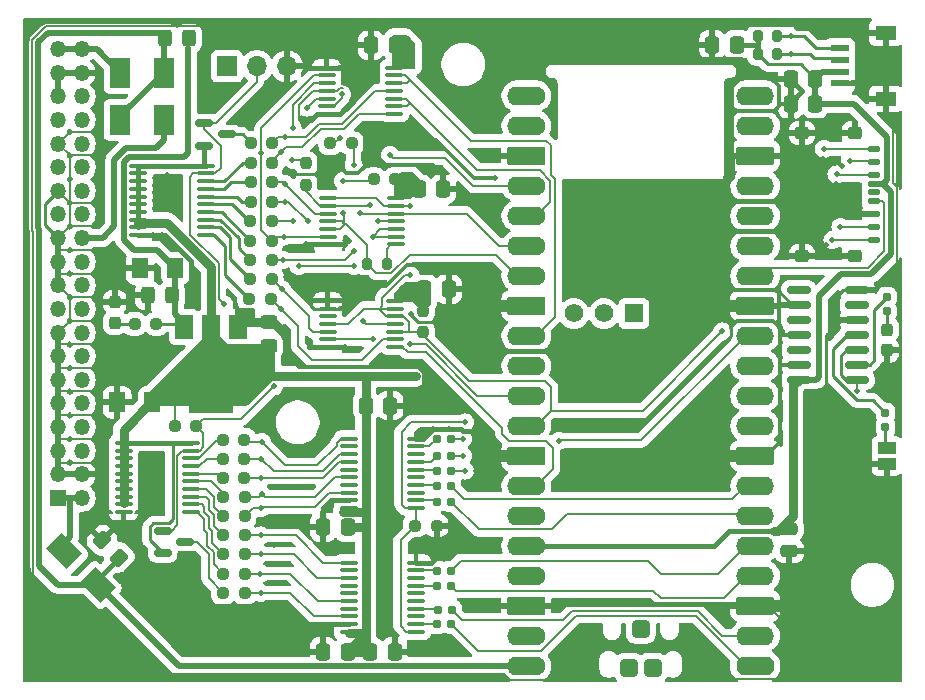
<source format=gbr>
%TF.GenerationSoftware,KiCad,Pcbnew,8.0.4-8.0.4-0~ubuntu22.04.1*%
%TF.CreationDate,2024-07-18T12:57:02-06:00*%
%TF.ProjectId,PowerBook,506f7765-7242-46f6-9f6b-2e6b69636164,rev?*%
%TF.SameCoordinates,Original*%
%TF.FileFunction,Copper,L1,Top*%
%TF.FilePolarity,Positive*%
%FSLAX46Y46*%
G04 Gerber Fmt 4.6, Leading zero omitted, Abs format (unit mm)*
G04 Created by KiCad (PCBNEW 8.0.4-8.0.4-0~ubuntu22.04.1) date 2024-07-18 12:57:02*
%MOMM*%
%LPD*%
G01*
G04 APERTURE LIST*
G04 Aperture macros list*
%AMRoundRect*
0 Rectangle with rounded corners*
0 $1 Rounding radius*
0 $2 $3 $4 $5 $6 $7 $8 $9 X,Y pos of 4 corners*
0 Add a 4 corners polygon primitive as box body*
4,1,4,$2,$3,$4,$5,$6,$7,$8,$9,$2,$3,0*
0 Add four circle primitives for the rounded corners*
1,1,$1+$1,$2,$3*
1,1,$1+$1,$4,$5*
1,1,$1+$1,$6,$7*
1,1,$1+$1,$8,$9*
0 Add four rect primitives between the rounded corners*
20,1,$1+$1,$2,$3,$4,$5,0*
20,1,$1+$1,$4,$5,$6,$7,0*
20,1,$1+$1,$6,$7,$8,$9,0*
20,1,$1+$1,$8,$9,$2,$3,0*%
%AMRotRect*
0 Rectangle, with rotation*
0 The origin of the aperture is its center*
0 $1 length*
0 $2 width*
0 $3 Rotation angle, in degrees counterclockwise*
0 Add horizontal line*
21,1,$1,$2,0,0,$3*%
%AMFreePoly0*
4,1,26,1.935306,0.780194,1.989950,0.741421,2.341421,0.389950,2.388777,0.314585,2.400000,0.248529,2.400000,-0.248529,2.380194,-0.335306,2.341421,-0.389950,1.989950,-0.741421,1.914585,-0.788777,1.848529,-0.800000,0.000000,-0.800000,-0.248529,-0.800000,-0.335306,-0.780194,-0.389950,-0.741421,-0.741421,-0.389950,-0.788777,-0.314585,-0.800000,-0.248529,-0.800000,0.248529,-0.780194,0.335306,
-0.741421,0.389950,-0.389950,0.741421,-0.314585,0.788777,-0.248529,0.800000,1.848529,0.800000,1.935306,0.780194,1.935306,0.780194,$1*%
%AMFreePoly1*
4,1,26,0.335306,0.780194,0.389950,0.741421,0.741421,0.389950,0.788777,0.314585,0.800000,0.248529,0.800000,-0.248529,0.780194,-0.335306,0.741421,-0.389950,0.389950,-0.741421,0.314585,-0.788777,0.248529,-0.800000,0.000000,-0.800000,-0.248529,-0.800000,-0.335306,-0.780194,-0.389950,-0.741421,-0.741421,-0.389950,-0.788777,-0.314585,-0.800000,-0.248529,-0.800000,0.248529,-0.780194,0.335306,
-0.741421,0.389950,-0.389950,0.741421,-0.314585,0.788777,-0.248529,0.800000,0.248529,0.800000,0.335306,0.780194,0.335306,0.780194,$1*%
G04 Aperture macros list end*
%TA.AperFunction,SMDPad,CuDef*%
%ADD10RoundRect,0.250001X0.462499X0.624999X-0.462499X0.624999X-0.462499X-0.624999X0.462499X-0.624999X0*%
%TD*%
%TA.AperFunction,SMDPad,CuDef*%
%ADD11R,1.500000X2.000000*%
%TD*%
%TA.AperFunction,SMDPad,CuDef*%
%ADD12R,3.800000X2.000000*%
%TD*%
%TA.AperFunction,SMDPad,CuDef*%
%ADD13RoundRect,0.250000X0.325000X0.450000X-0.325000X0.450000X-0.325000X-0.450000X0.325000X-0.450000X0*%
%TD*%
%TA.AperFunction,SMDPad,CuDef*%
%ADD14RoundRect,0.250000X0.450000X-0.325000X0.450000X0.325000X-0.450000X0.325000X-0.450000X-0.325000X0*%
%TD*%
%TA.AperFunction,SMDPad,CuDef*%
%ADD15RoundRect,0.250000X0.548008X0.088388X0.088388X0.548008X-0.548008X-0.088388X-0.088388X-0.548008X0*%
%TD*%
%TA.AperFunction,SMDPad,CuDef*%
%ADD16R,1.800000X2.500000*%
%TD*%
%TA.AperFunction,ComponentPad*%
%ADD17R,1.700000X1.700000*%
%TD*%
%TA.AperFunction,ComponentPad*%
%ADD18O,1.700000X1.700000*%
%TD*%
%TA.AperFunction,SMDPad,CuDef*%
%ADD19RoundRect,0.160000X0.197500X0.160000X-0.197500X0.160000X-0.197500X-0.160000X0.197500X-0.160000X0*%
%TD*%
%TA.AperFunction,SMDPad,CuDef*%
%ADD20RoundRect,0.237500X-0.250000X-0.237500X0.250000X-0.237500X0.250000X0.237500X-0.250000X0.237500X0*%
%TD*%
%TA.AperFunction,SMDPad,CuDef*%
%ADD21RoundRect,0.100000X-0.637500X-0.100000X0.637500X-0.100000X0.637500X0.100000X-0.637500X0.100000X0*%
%TD*%
%TA.AperFunction,SMDPad,CuDef*%
%ADD22RoundRect,0.250000X0.337500X0.475000X-0.337500X0.475000X-0.337500X-0.475000X0.337500X-0.475000X0*%
%TD*%
%TA.AperFunction,SMDPad,CuDef*%
%ADD23RoundRect,0.250000X-0.337500X-0.475000X0.337500X-0.475000X0.337500X0.475000X-0.337500X0.475000X0*%
%TD*%
%TA.AperFunction,SMDPad,CuDef*%
%ADD24RoundRect,0.160000X-0.160000X0.197500X-0.160000X-0.197500X0.160000X-0.197500X0.160000X0.197500X0*%
%TD*%
%TA.AperFunction,SMDPad,CuDef*%
%ADD25RoundRect,0.100000X0.637500X0.100000X-0.637500X0.100000X-0.637500X-0.100000X0.637500X-0.100000X0*%
%TD*%
%TA.AperFunction,SMDPad,CuDef*%
%ADD26RoundRect,0.237500X-0.237500X0.287500X-0.237500X-0.287500X0.237500X-0.287500X0.237500X0.287500X0*%
%TD*%
%TA.AperFunction,SMDPad,CuDef*%
%ADD27RoundRect,0.200000X-0.200000X-0.275000X0.200000X-0.275000X0.200000X0.275000X-0.200000X0.275000X0*%
%TD*%
%TA.AperFunction,SMDPad,CuDef*%
%ADD28RoundRect,0.150000X-0.587500X-0.150000X0.587500X-0.150000X0.587500X0.150000X-0.587500X0.150000X0*%
%TD*%
%TA.AperFunction,SMDPad,CuDef*%
%ADD29RoundRect,0.237500X0.237500X-0.287500X0.237500X0.287500X-0.237500X0.287500X-0.237500X-0.287500X0*%
%TD*%
%TA.AperFunction,SMDPad,CuDef*%
%ADD30RoundRect,0.250000X-0.475000X0.250000X-0.475000X-0.250000X0.475000X-0.250000X0.475000X0.250000X0*%
%TD*%
%TA.AperFunction,SMDPad,CuDef*%
%ADD31RoundRect,0.200000X0.200000X0.275000X-0.200000X0.275000X-0.200000X-0.275000X0.200000X-0.275000X0*%
%TD*%
%TA.AperFunction,SMDPad,CuDef*%
%ADD32RoundRect,0.237500X0.250000X0.237500X-0.250000X0.237500X-0.250000X-0.237500X0.250000X-0.237500X0*%
%TD*%
%TA.AperFunction,SMDPad,CuDef*%
%ADD33RotRect,2.500000X1.800000X135.000000*%
%TD*%
%TA.AperFunction,SMDPad,CuDef*%
%ADD34FreePoly0,180.000000*%
%TD*%
%TA.AperFunction,ComponentPad*%
%ADD35FreePoly1,180.000000*%
%TD*%
%TA.AperFunction,SMDPad,CuDef*%
%ADD36O,3.200000X1.600000*%
%TD*%
%TA.AperFunction,ComponentPad*%
%ADD37C,1.600000*%
%TD*%
%TA.AperFunction,SMDPad,CuDef*%
%ADD38RoundRect,0.200000X1.400000X0.600000X-1.400000X0.600000X-1.400000X-0.600000X1.400000X-0.600000X0*%
%TD*%
%TA.AperFunction,ComponentPad*%
%ADD39RoundRect,0.200000X0.600000X0.600000X-0.600000X0.600000X-0.600000X-0.600000X0.600000X-0.600000X0*%
%TD*%
%TA.AperFunction,ComponentPad*%
%ADD40R,1.574800X1.574800*%
%TD*%
%TA.AperFunction,ComponentPad*%
%ADD41C,1.574800*%
%TD*%
%TA.AperFunction,TestPad*%
%ADD42RoundRect,0.300000X0.450000X0.450000X-0.450000X0.450000X-0.450000X-0.450000X0.450000X-0.450000X0*%
%TD*%
%TA.AperFunction,SMDPad,CuDef*%
%ADD43RoundRect,0.125000X-0.415000X0.125000X-0.415000X-0.125000X0.415000X-0.125000X0.415000X0.125000X0*%
%TD*%
%TA.AperFunction,SMDPad,CuDef*%
%ADD44RoundRect,0.262500X-0.337500X0.262500X-0.337500X-0.262500X0.337500X-0.262500X0.337500X0.262500X0*%
%TD*%
%TA.AperFunction,SMDPad,CuDef*%
%ADD45R,1.550000X0.600000*%
%TD*%
%TA.AperFunction,SMDPad,CuDef*%
%ADD46R,1.800000X1.200000*%
%TD*%
%TA.AperFunction,SMDPad,CuDef*%
%ADD47R,1.500000X1.000000*%
%TD*%
%TA.AperFunction,SMDPad,CuDef*%
%ADD48RoundRect,0.150000X0.825000X0.150000X-0.825000X0.150000X-0.825000X-0.150000X0.825000X-0.150000X0*%
%TD*%
%TA.AperFunction,SMDPad,CuDef*%
%ADD49RoundRect,0.237500X0.237500X-0.250000X0.237500X0.250000X-0.237500X0.250000X-0.237500X-0.250000X0*%
%TD*%
%TA.AperFunction,ComponentPad*%
%ADD50R,1.350000X1.350000*%
%TD*%
%TA.AperFunction,ComponentPad*%
%ADD51O,1.350000X1.350000*%
%TD*%
%TA.AperFunction,ViaPad*%
%ADD52C,0.500000*%
%TD*%
%TA.AperFunction,ViaPad*%
%ADD53C,0.800000*%
%TD*%
%TA.AperFunction,Conductor*%
%ADD54C,0.400000*%
%TD*%
%TA.AperFunction,Conductor*%
%ADD55C,0.200000*%
%TD*%
%TA.AperFunction,Conductor*%
%ADD56C,0.150000*%
%TD*%
%TA.AperFunction,Conductor*%
%ADD57C,1.000000*%
%TD*%
%TA.AperFunction,Conductor*%
%ADD58C,0.330000*%
%TD*%
%TA.AperFunction,Conductor*%
%ADD59C,0.450000*%
%TD*%
%TA.AperFunction,Conductor*%
%ADD60C,0.250000*%
%TD*%
%TA.AperFunction,Conductor*%
%ADD61C,0.750000*%
%TD*%
%TA.AperFunction,Conductor*%
%ADD62C,0.500000*%
%TD*%
G04 APERTURE END LIST*
D10*
%TO.P,C3,1*%
%TO.N,+5F*%
X112993500Y-93345000D03*
%TO.P,C3,2*%
%TO.N,GND*%
X110018500Y-93345000D03*
%TD*%
%TO.P,C4,1*%
%TO.N,+2V8*%
X111052000Y-104673400D03*
%TO.P,C4,2*%
%TO.N,GND*%
X108077000Y-104673400D03*
%TD*%
D11*
%TO.P,U3,1,GND*%
%TO.N,GND*%
X118350120Y-98299320D03*
%TO.P,U3,2,VO*%
%TO.N,+2V8*%
X116050120Y-98299320D03*
D12*
X116050120Y-104599320D03*
D11*
%TO.P,U3,3,VI*%
%TO.N,+5F*%
X113750120Y-98299320D03*
%TD*%
D13*
%TO.P,C2,1*%
%TO.N,+5F*%
X112717800Y-95631000D03*
%TO.P,C2,2*%
%TO.N,GND*%
X110667800Y-95631000D03*
%TD*%
D14*
%TO.P,C5,1*%
%TO.N,+2V8*%
X120919000Y-99941600D03*
%TO.P,C5,2*%
%TO.N,GND*%
X120919000Y-97891600D03*
%TD*%
D15*
%TO.P,C6,1*%
%TO.N,+5VP*%
X108242984Y-117818784D03*
%TO.P,C6,2*%
%TO.N,GND*%
X106793416Y-116369216D03*
%TD*%
D16*
%TO.P,D1,1,K*%
%TO.N,+5VP*%
X112014000Y-76809600D03*
%TO.P,D1,2,A*%
%TO.N,+5V*%
X112014000Y-80809600D03*
%TD*%
D17*
%TO.P,J1,1,Pin_1*%
%TO.N,unconnected-(J1-Pad1)*%
X117373400Y-76225400D03*
D18*
%TO.P,J1,2,Pin_2*%
%TO.N,TRM_ON_J*%
X119913400Y-76225400D03*
%TO.P,J1,3,Pin_3*%
%TO.N,GND*%
X122453400Y-76225400D03*
%TD*%
D19*
%TO.P,R42,1*%
%TO.N,Net-(R42-Pad1)*%
X136385900Y-123469400D03*
%TO.P,R42,2*%
%TO.N,DB0T*%
X135190900Y-123469400D03*
%TD*%
D20*
%TO.P,R39,1*%
%TO.N,Net-(R39-Pad1)*%
X117039400Y-115951000D03*
%TO.P,R39,2*%
%TO.N,DB3*%
X118864400Y-115951000D03*
%TD*%
D19*
%TO.P,R16,1*%
%TO.N,Net-(R16-Pad1)*%
X136349600Y-113106200D03*
%TO.P,R16,2*%
%TO.N,DB4T*%
X135154600Y-113106200D03*
%TD*%
D21*
%TO.P,U2,1,DIR*%
%TO.N,+2V8*%
X109837300Y-84654200D03*
%TO.P,U2,2,A1*%
X109837300Y-85304200D03*
%TO.P,U2,3,A2*%
X109837300Y-85954200D03*
%TO.P,U2,4,A3*%
X109837300Y-86604200D03*
%TO.P,U2,5,A4*%
X109837300Y-87254200D03*
%TO.P,U2,6,A5*%
X109837300Y-87904200D03*
%TO.P,U2,7,A6*%
X109837300Y-88554200D03*
%TO.P,U2,8,A7*%
X109837300Y-89204200D03*
%TO.P,U2,9,A8*%
X109837300Y-89854200D03*
%TO.P,U2,10,GND*%
%TO.N,GND*%
X109837300Y-90504200D03*
%TO.P,U2,11,B8*%
%TO.N,Net-(R2-Pad1)*%
X115562300Y-90504200D03*
%TO.P,U2,12,B7*%
%TO.N,Net-(R3-Pad1)*%
X115562300Y-89854200D03*
%TO.P,U2,13,B6*%
%TO.N,Net-(R4-Pad1)*%
X115562300Y-89204200D03*
%TO.P,U2,14,B5*%
%TO.N,Net-(R5-Pad1)*%
X115562300Y-88554200D03*
%TO.P,U2,15,B4*%
%TO.N,Net-(R10-Pad1)*%
X115562300Y-87904200D03*
%TO.P,U2,16,B3*%
%TO.N,Net-(R9-Pad1)*%
X115562300Y-87254200D03*
%TO.P,U2,17,B2*%
%TO.N,Net-(R8-Pad1)*%
X115562300Y-86604200D03*
%TO.P,U2,18,B1*%
%TO.N,Net-(R7-Pad1)*%
X115562300Y-85954200D03*
%TO.P,U2,19,/OE*%
%TO.N,TRM_ON_J*%
X115562300Y-85304200D03*
%TO.P,U2,20,Vcc*%
%TO.N,+2V8*%
X115562300Y-84654200D03*
%TD*%
D20*
%TO.P,R4,1*%
%TO.N,Net-(R4-Pad1)*%
X119354600Y-92608400D03*
%TO.P,R4,2*%
%TO.N,RST*%
X121179600Y-92608400D03*
%TD*%
%TO.P,R33,1*%
%TO.N,Net-(R33-Pad1)*%
X117014000Y-111048800D03*
%TO.P,R33,2*%
%TO.N,DB6*%
X118839000Y-111048800D03*
%TD*%
%TO.P,R36,1*%
%TO.N,Net-(Q2-Pad3)*%
X117045100Y-120802400D03*
%TO.P,R36,2*%
%TO.N,DB0*%
X118870100Y-120802400D03*
%TD*%
D22*
%TO.P,C12,1*%
%TO.N,+3V3*%
X167200400Y-79400400D03*
%TO.P,C12,2*%
%TO.N,GND*%
X165125400Y-79400400D03*
%TD*%
D20*
%TO.P,R5,1*%
%TO.N,Net-(R5-Pad1)*%
X119354600Y-90982800D03*
%TO.P,R5,2*%
%TO.N,SEL*%
X121179600Y-90982800D03*
%TD*%
%TO.P,R35,1*%
%TO.N,Net-(R35-Pad1)*%
X117017800Y-107848400D03*
%TO.P,R35,2*%
%TO.N,DBP*%
X118842800Y-107848400D03*
%TD*%
%TO.P,R1,1*%
%TO.N,Net-(R1-Pad1)*%
X117045100Y-112699800D03*
%TO.P,R1,2*%
%TO.N,DB5*%
X118870100Y-112699800D03*
%TD*%
D23*
%TO.P,C1,1*%
%TO.N,GND*%
X158478400Y-74396600D03*
%TO.P,C1,2*%
%TO.N,+3V3*%
X160553400Y-74396600D03*
%TD*%
D22*
%TO.P,C8,1*%
%TO.N,+2V8*%
X127584200Y-125806200D03*
%TO.P,C8,2*%
%TO.N,GND*%
X125509200Y-125806200D03*
%TD*%
D20*
%TO.P,R38,1*%
%TO.N,Net-(R38-Pad1)*%
X117043200Y-117551200D03*
%TO.P,R38,2*%
%TO.N,DB2*%
X118868200Y-117551200D03*
%TD*%
D19*
%TO.P,R17,1*%
%TO.N,Net-(R17-Pad1)*%
X136348400Y-118922800D03*
%TO.P,R17,2*%
%TO.N,DB3T*%
X135153400Y-118922800D03*
%TD*%
D20*
%TO.P,R9,1*%
%TO.N,Net-(R9-Pad1)*%
X119407300Y-87680800D03*
%TO.P,R9,2*%
%TO.N,MSG*%
X121232300Y-87680800D03*
%TD*%
D19*
%TO.P,R13,1*%
%TO.N,Net-(R13-Pad1)*%
X136349600Y-109194600D03*
%TO.P,R13,2*%
%TO.N,DB7T*%
X135154600Y-109194600D03*
%TD*%
D22*
%TO.P,C7,1*%
%TO.N,+3V3*%
X167182800Y-77266800D03*
%TO.P,C7,2*%
%TO.N,GND*%
X165107800Y-77266800D03*
%TD*%
D20*
%TO.P,R40,1*%
%TO.N,Net-(R40-Pad1)*%
X117043200Y-114325400D03*
%TO.P,R40,2*%
%TO.N,DB4*%
X118868200Y-114325400D03*
%TD*%
D24*
%TO.P,R57,1*%
%TO.N,Net-(R57-Pad1)*%
X173126400Y-105574500D03*
%TO.P,R57,2*%
%TO.N,Net-(JP1-Pad1)*%
X173126400Y-106769500D03*
%TD*%
D25*
%TO.P,U4,1,DIR*%
%TO.N,DBPTr*%
X133393100Y-124108400D03*
%TO.P,U4,2,A1*%
%TO.N,DB0T*%
X133393100Y-123458400D03*
%TO.P,U4,3,A2*%
%TO.N,unconnected-(U4-Pad3)*%
X133393100Y-122808400D03*
%TO.P,U4,4,A3*%
%TO.N,DB1T*%
X133393100Y-122158400D03*
%TO.P,U4,5,A4*%
%TO.N,unconnected-(U4-Pad5)*%
X133393100Y-121508400D03*
%TO.P,U4,6,A5*%
%TO.N,unconnected-(U4-Pad6)*%
X133393100Y-120858400D03*
%TO.P,U4,7,A6*%
%TO.N,DB2T*%
X133393100Y-120208400D03*
%TO.P,U4,8,A7*%
%TO.N,unconnected-(U4-Pad8)*%
X133393100Y-119558400D03*
%TO.P,U4,9,A8*%
%TO.N,DB3T*%
X133393100Y-118908400D03*
%TO.P,U4,10,GND*%
%TO.N,GND*%
X133393100Y-118258400D03*
%TO.P,U4,11,B8*%
%TO.N,DB3*%
X127668100Y-118258400D03*
%TO.P,U4,12,B7*%
%TO.N,unconnected-(U4-Pad12)*%
X127668100Y-118908400D03*
%TO.P,U4,13,B6*%
%TO.N,DB2*%
X127668100Y-119558400D03*
%TO.P,U4,14,B5*%
%TO.N,unconnected-(U4-Pad14)*%
X127668100Y-120208400D03*
%TO.P,U4,15,B4*%
%TO.N,unconnected-(U4-Pad15)*%
X127668100Y-120858400D03*
%TO.P,U4,16,B3*%
%TO.N,DB1*%
X127668100Y-121508400D03*
%TO.P,U4,17,B2*%
%TO.N,unconnected-(U4-Pad17)*%
X127668100Y-122158400D03*
%TO.P,U4,18,B1*%
%TO.N,DB0*%
X127668100Y-122808400D03*
%TO.P,U4,19,/OE*%
%TO.N,GND*%
X127668100Y-123458400D03*
%TO.P,U4,20,Vcc*%
%TO.N,+2V8*%
X127668100Y-124108400D03*
%TD*%
D19*
%TO.P,R18,1*%
%TO.N,Net-(R18-Pad1)*%
X136373800Y-120192800D03*
%TO.P,R18,2*%
%TO.N,DB2T*%
X135178800Y-120192800D03*
%TD*%
D26*
%TO.P,D5,1,K*%
%TO.N,GND*%
X107888100Y-96192400D03*
%TO.P,D5,2,A*%
%TO.N,Net-(D5-Pad2)*%
X107888100Y-97942400D03*
%TD*%
D27*
%TO.P,R20,1*%
%TO.N,+3V3*%
X162332400Y-73634600D03*
%TO.P,R20,2*%
%TO.N,SCL*%
X163982400Y-73634600D03*
%TD*%
D28*
%TO.P,Q1,1,G*%
%TO.N,TRM_ON_J*%
X115470700Y-81041200D03*
%TO.P,Q1,2,S*%
%TO.N,+2V8*%
X115470700Y-82941200D03*
%TO.P,Q1,3,D*%
%TO.N,Net-(Q1-Pad3)*%
X117345700Y-81991200D03*
%TD*%
D23*
%TO.P,C15,1*%
%TO.N,+2V8*%
X129137500Y-104952800D03*
%TO.P,C15,2*%
%TO.N,GND*%
X131212500Y-104952800D03*
%TD*%
D20*
%TO.P,R22,1*%
%TO.N,oSEL*%
X129795900Y-85775800D03*
%TO.P,R22,2*%
%TO.N,+2V8*%
X131620900Y-85775800D03*
%TD*%
D23*
%TO.P,C14,1*%
%TO.N,GND*%
X129594700Y-74447400D03*
%TO.P,C14,2*%
%TO.N,+2V8*%
X131669700Y-74447400D03*
%TD*%
D21*
%TO.P,U1,1,DIR*%
%TO.N,+2V8*%
X108618100Y-108123800D03*
%TO.P,U1,2,A1*%
X108618100Y-108773800D03*
%TO.P,U1,3,A2*%
X108618100Y-109423800D03*
%TO.P,U1,4,A3*%
X108618100Y-110073800D03*
%TO.P,U1,5,A4*%
X108618100Y-110723800D03*
%TO.P,U1,6,A5*%
X108618100Y-111373800D03*
%TO.P,U1,7,A6*%
X108618100Y-112023800D03*
%TO.P,U1,8,A7*%
X108618100Y-112673800D03*
%TO.P,U1,9,A8*%
X108618100Y-113323800D03*
%TO.P,U1,10,GND*%
%TO.N,GND*%
X108618100Y-113973800D03*
%TO.P,U1,11,B8*%
%TO.N,Net-(R37-Pad1)*%
X114343100Y-113973800D03*
%TO.P,U1,12,B7*%
%TO.N,Net-(R38-Pad1)*%
X114343100Y-113323800D03*
%TO.P,U1,13,B6*%
%TO.N,Net-(R39-Pad1)*%
X114343100Y-112673800D03*
%TO.P,U1,14,B5*%
%TO.N,Net-(R40-Pad1)*%
X114343100Y-112023800D03*
%TO.P,U1,15,B4*%
%TO.N,Net-(R1-Pad1)*%
X114343100Y-111373800D03*
%TO.P,U1,16,B3*%
%TO.N,Net-(R33-Pad1)*%
X114343100Y-110723800D03*
%TO.P,U1,17,B2*%
%TO.N,Net-(R34-Pad1)*%
X114343100Y-110073800D03*
%TO.P,U1,18,B1*%
%TO.N,Net-(R35-Pad1)*%
X114343100Y-109423800D03*
%TO.P,U1,19,/OE*%
%TO.N,TRM_ON_J*%
X114343100Y-108773800D03*
%TO.P,U1,20,Vcc*%
%TO.N,+2V8*%
X114343100Y-108123800D03*
%TD*%
D16*
%TO.P,D2,1,K*%
%TO.N,+5VP*%
X108356400Y-80777600D03*
%TO.P,D2,2,A*%
%TO.N,+5VD*%
X108356400Y-76777600D03*
%TD*%
D20*
%TO.P,R3,1*%
%TO.N,Net-(R3-Pad1)*%
X119356500Y-94234000D03*
%TO.P,R3,2*%
%TO.N,ACK*%
X121181500Y-94234000D03*
%TD*%
D19*
%TO.P,R15,1*%
%TO.N,Net-(R15-Pad1)*%
X136349600Y-111760000D03*
%TO.P,R15,2*%
%TO.N,DB5T*%
X135154600Y-111760000D03*
%TD*%
D29*
%TO.P,D4,1,K*%
%TO.N,GND*%
X173278800Y-100276600D03*
%TO.P,D4,2,A*%
%TO.N,Net-(D4-Pad2)*%
X173278800Y-98526600D03*
%TD*%
D30*
%TO.P,C16,1*%
%TO.N,+3V3*%
X164998400Y-115382000D03*
%TO.P,C16,2*%
%TO.N,GND*%
X164998400Y-117282000D03*
%TD*%
D31*
%TO.P,R11,1*%
%TO.N,SDA*%
X163981400Y-75184000D03*
%TO.P,R11,2*%
%TO.N,+3V3*%
X162331400Y-75184000D03*
%TD*%
D32*
%TO.P,R56,1*%
%TO.N,+5F*%
X111391400Y-98044000D03*
%TO.P,R56,2*%
%TO.N,Net-(D5-Pad2)*%
X109566400Y-98044000D03*
%TD*%
D33*
%TO.P,D3,1,K*%
%TO.N,+5VP*%
X106417814Y-120133814D03*
%TO.P,D3,2,A*%
%TO.N,+5VA*%
X103589386Y-117305386D03*
%TD*%
D20*
%TO.P,R7,1*%
%TO.N,Net-(R7-Pad1)*%
X119405400Y-84378800D03*
%TO.P,R7,2*%
%TO.N,REQ*%
X121230400Y-84378800D03*
%TD*%
D24*
%TO.P,R30,1*%
%TO.N,Net-(R30-Pad1)*%
X173253400Y-95767500D03*
%TO.P,R30,2*%
%TO.N,Net-(D4-Pad2)*%
X173253400Y-96962500D03*
%TD*%
D34*
%TO.P,RP1,1,G0*%
%TO.N,Net-(R42-Pad1)*%
X162905400Y-126986200D03*
D35*
X161305400Y-126986200D03*
D36*
%TO.P,RP1,2,G1*%
%TO.N,Net-(R19-Pad1)*%
X162105400Y-124446200D03*
D37*
X161305400Y-124446200D03*
D38*
%TO.P,RP1,3,GND*%
%TO.N,GND*%
X162105400Y-121906200D03*
D39*
X161305400Y-121906200D03*
D36*
%TO.P,RP1,4,G2*%
%TO.N,Net-(R18-Pad1)*%
X162105400Y-119366200D03*
D37*
X161305400Y-119366200D03*
D36*
%TO.P,RP1,5,G3*%
%TO.N,Net-(R17-Pad1)*%
X162105400Y-116826200D03*
D37*
X161305400Y-116826200D03*
D36*
%TO.P,RP1,6,G4*%
%TO.N,Net-(R16-Pad1)*%
X162105400Y-114286200D03*
D37*
X161305400Y-114286200D03*
D36*
%TO.P,RP1,7,G5*%
%TO.N,Net-(R15-Pad1)*%
X162105400Y-111746200D03*
D37*
X161305400Y-111746200D03*
D38*
%TO.P,RP1,8,GND*%
%TO.N,GND*%
X162105400Y-109206200D03*
D39*
X161305400Y-109206200D03*
D36*
%TO.P,RP1,9,G6*%
%TO.N,Net-(R14-Pad1)*%
X162105400Y-106666200D03*
D37*
X161305400Y-106666200D03*
D36*
%TO.P,RP1,10,G7*%
%TO.N,Net-(R13-Pad1)*%
X162105400Y-104126200D03*
D37*
X161305400Y-104126200D03*
D36*
%TO.P,RP1,11,G8*%
%TO.N,Net-(R12-Pad1)*%
X162105400Y-101586200D03*
D37*
X161305400Y-101586200D03*
D36*
%TO.P,RP1,12,G9*%
%TO.N,DBPTr*%
X162105400Y-99046200D03*
D37*
X161305400Y-99046200D03*
D38*
%TO.P,RP1,13,GND*%
%TO.N,GND*%
X162105400Y-96506200D03*
D39*
X161305400Y-96506200D03*
D36*
%TO.P,RP1,14,G10*%
%TO.N,SD_CLK*%
X162105400Y-93966200D03*
D37*
X161305400Y-93966200D03*
D36*
%TO.P,RP1,15,G11*%
%TO.N,SD_CMD_MOSI*%
X162105400Y-91426200D03*
D37*
X161305400Y-91426200D03*
D36*
%TO.P,RP1,16,G12*%
%TO.N,SD_D0_MISO*%
X162105400Y-88886200D03*
D37*
X161305400Y-88886200D03*
D36*
%TO.P,RP1,17,G13*%
%TO.N,SD_D1*%
X162105400Y-86346200D03*
D37*
X161305400Y-86346200D03*
D38*
%TO.P,RP1,18,GND*%
%TO.N,GND*%
X162105400Y-83806200D03*
D39*
X161305400Y-83806200D03*
D36*
%TO.P,RP1,19,G14*%
%TO.N,SD_D2*%
X162105400Y-81266200D03*
D37*
X161305400Y-81266200D03*
D36*
%TO.P,RP1,20,G15*%
%TO.N,SD_D3_CS*%
X162105400Y-78726200D03*
D37*
X161305400Y-78726200D03*
%TO.P,RP1,21,G16*%
%TO.N,SDA*%
X143525400Y-78726200D03*
D36*
X142725400Y-78726200D03*
D37*
%TO.P,RP1,22,G17*%
%TO.N,SCL*%
X143525400Y-81266200D03*
D36*
X142725400Y-81266200D03*
D39*
%TO.P,RP1,23,GND*%
%TO.N,GND*%
X143525400Y-83806200D03*
D38*
X142725400Y-83806200D03*
D37*
%TO.P,RP1,24,G18*%
%TO.N,oCD_iSEL*%
X143525400Y-86346200D03*
D36*
X142725400Y-86346200D03*
D37*
%TO.P,RP1,25,G19*%
%TO.N,oREQ*%
X143525400Y-88886200D03*
D36*
X142725400Y-88886200D03*
D37*
%TO.P,RP1,26,G20*%
%TO.N,oMSG_iBSY*%
X143525400Y-91426200D03*
D36*
X142725400Y-91426200D03*
D37*
%TO.P,RP1,27,G21*%
%TO.N,oSEL*%
X143525400Y-93966200D03*
D36*
X142725400Y-93966200D03*
D39*
%TO.P,RP1,28,GND*%
%TO.N,GND*%
X143525400Y-96506200D03*
D38*
X142725400Y-96506200D03*
D37*
%TO.P,RP1,29,G22*%
%TO.N,oIO*%
X143525400Y-99046200D03*
D36*
X142725400Y-99046200D03*
D37*
%TO.P,RP1,30,RUN*%
%TO.N,unconnected-(RP1-Pad30)*%
X143525400Y-101586200D03*
D36*
X142725400Y-101586200D03*
D37*
%TO.P,RP1,31,G26*%
%TO.N,iACK*%
X143525400Y-104126200D03*
D36*
X142725400Y-104126200D03*
D37*
%TO.P,RP1,32,G27*%
%TO.N,oBSY*%
X143525400Y-106666200D03*
D36*
X142725400Y-106666200D03*
D39*
%TO.P,RP1,33,A_GND*%
%TO.N,GND*%
X143525400Y-109206200D03*
D38*
X142725400Y-109206200D03*
D37*
%TO.P,RP1,34,G28*%
%TO.N,iATN*%
X143525400Y-111746200D03*
D36*
X142725400Y-111746200D03*
D37*
%TO.P,RP1,35,ADC_VREF*%
%TO.N,unconnected-(RP1-Pad35)*%
X143525400Y-114286200D03*
D36*
X142725400Y-114286200D03*
D37*
%TO.P,RP1,36,3v3*%
%TO.N,+3V3*%
X143525400Y-116826200D03*
D36*
X142725400Y-116826200D03*
D37*
%TO.P,RP1,37,3v3_EN*%
%TO.N,unconnected-(RP1-Pad37)*%
X143525400Y-119366200D03*
D36*
X142725400Y-119366200D03*
D39*
%TO.P,RP1,38,GND*%
%TO.N,GND*%
X143525400Y-121906200D03*
D38*
X142725400Y-121906200D03*
D37*
%TO.P,RP1,39,VSYS*%
%TO.N,unconnected-(RP1-Pad39)*%
X143525400Y-124446200D03*
D36*
X142725400Y-124446200D03*
D37*
%TO.P,RP1,40,VBUS_5V*%
%TO.N,+5VP*%
X143525400Y-126986200D03*
D36*
X142725400Y-126986200D03*
D40*
%TO.P,RP1,41*%
%TO.N,N/C*%
X151831200Y-97156200D03*
D41*
%TO.P,RP1,42*%
X149291200Y-97156200D03*
%TO.P,RP1,43*%
X146751200Y-97156200D03*
D42*
%TO.P,RP1,51*%
X152415400Y-123856200D03*
%TO.P,RP1,52*%
X151415400Y-127156200D03*
%TO.P,RP1,53*%
X153415400Y-127156200D03*
%TD*%
D20*
%TO.P,R8,1*%
%TO.N,Net-(R8-Pad1)*%
X119407300Y-86055200D03*
%TO.P,R8,2*%
%TO.N,CD*%
X121232300Y-86055200D03*
%TD*%
%TO.P,R2,1*%
%TO.N,Net-(R2-Pad1)*%
X119254900Y-95910400D03*
%TO.P,R2,2*%
%TO.N,ATN*%
X121079900Y-95910400D03*
%TD*%
D43*
%TO.P,SD2,1,DAT2*%
%TO.N,SD_D2*%
X172164000Y-83246600D03*
%TO.P,SD2,2,CD/CS/DAT3*%
%TO.N,SD_D3_CS*%
X172164000Y-84346600D03*
%TO.P,SD2,3,CMD/MOSI*%
%TO.N,SD_CMD_MOSI*%
X172164000Y-85446600D03*
%TO.P,SD2,4,VDD*%
%TO.N,+3V3*%
X172164000Y-86196600D03*
%TO.P,SD2,5,SD_DET*%
%TO.N,unconnected-(SD2-Pad5)*%
X172164000Y-86896600D03*
%TO.P,SD2,6,CLK*%
%TO.N,SD_CLK*%
X172164000Y-87646600D03*
%TO.P,SD2,7,VSS*%
%TO.N,GND*%
X172164000Y-88746600D03*
%TO.P,SD2,8,DAT0/MISO*%
%TO.N,SD_D0_MISO*%
X172164000Y-89846600D03*
%TO.P,SD2,9,DAT1*%
%TO.N,SD_D1*%
X172164000Y-90946600D03*
D44*
%TO.P,SD2,10,CASE_GND*%
%TO.N,GND*%
X170524000Y-81871600D03*
X166074000Y-81871600D03*
X170524000Y-92321600D03*
X166074000Y-92321600D03*
%TD*%
D45*
%TO.P,J3,1,1*%
%TO.N,GND*%
X169272200Y-77674600D03*
%TO.P,J3,2,2*%
%TO.N,+3V3*%
X169272200Y-76674600D03*
%TO.P,J3,3,3*%
%TO.N,SDA*%
X169272200Y-75674600D03*
%TO.P,J3,4,4*%
%TO.N,SCL*%
X169272200Y-74674600D03*
D46*
%TO.P,J3,S1,SHIELD*%
%TO.N,GND*%
X173147200Y-78974600D03*
%TO.P,J3,S2,SHIELD*%
X173147200Y-73374600D03*
%TD*%
D19*
%TO.P,R12,1*%
%TO.N,Net-(R12-Pad1)*%
X136348400Y-107772200D03*
%TO.P,R12,2*%
%TO.N,DBPT*%
X135153400Y-107772200D03*
%TD*%
D47*
%TO.P,JP1,1,A*%
%TO.N,Net-(JP1-Pad1)*%
X173228000Y-108570000D03*
%TO.P,JP1,2,B*%
%TO.N,GND*%
X173228000Y-109870000D03*
%TD*%
D19*
%TO.P,R19,1*%
%TO.N,Net-(R19-Pad1)*%
X136399200Y-122224800D03*
%TO.P,R19,2*%
%TO.N,DB1T*%
X135204200Y-122224800D03*
%TD*%
D23*
%TO.P,C10,1*%
%TO.N,+2V8*%
X129489200Y-125806200D03*
%TO.P,C10,2*%
%TO.N,GND*%
X131564200Y-125806200D03*
%TD*%
D31*
%TO.P,R21,1*%
%TO.N,iRST*%
X130898400Y-92938600D03*
%TO.P,R21,2*%
%TO.N,oSEL*%
X129248400Y-92938600D03*
%TD*%
D22*
%TO.P,C9,1*%
%TO.N,GND*%
X136165500Y-95097600D03*
%TO.P,C9,2*%
%TO.N,+2V8*%
X134090500Y-95097600D03*
%TD*%
D48*
%TO.P,U8,1*%
%TO.N,oBSY*%
X170724600Y-102768400D03*
%TO.P,U8,2*%
%TO.N,Net-(R30-Pad1)*%
X170724600Y-101498400D03*
%TO.P,U8,3*%
%TO.N,oBSY*%
X170724600Y-100228400D03*
%TO.P,U8,4*%
%TO.N,Net-(R57-Pad1)*%
X170724600Y-98958400D03*
%TO.P,U8,5*%
%TO.N,GND*%
X170724600Y-97688400D03*
%TO.P,U8,6*%
%TO.N,unconnected-(U8-Pad6)*%
X170724600Y-96418400D03*
%TO.P,U8,7,GND*%
%TO.N,GND*%
X170724600Y-95148400D03*
%TO.P,U8,8*%
%TO.N,unconnected-(U8-Pad8)*%
X165774600Y-95148400D03*
%TO.P,U8,9*%
%TO.N,GND*%
X165774600Y-96418400D03*
%TO.P,U8,10*%
%TO.N,unconnected-(U8-Pad10)*%
X165774600Y-97688400D03*
%TO.P,U8,11*%
%TO.N,GND*%
X165774600Y-98958400D03*
%TO.P,U8,12*%
%TO.N,unconnected-(U8-Pad12)*%
X165774600Y-100228400D03*
%TO.P,U8,13*%
%TO.N,GND*%
X165774600Y-101498400D03*
%TO.P,U8,14,VCC*%
%TO.N,+3V3*%
X165774600Y-102768400D03*
%TD*%
D20*
%TO.P,R10,1*%
%TO.N,Net-(R10-Pad1)*%
X119356500Y-89357200D03*
%TO.P,R10,2*%
%TO.N,BSY*%
X121181500Y-89357200D03*
%TD*%
D28*
%TO.P,Q2,1,G*%
%TO.N,TRM_ON_J*%
X111940100Y-115534400D03*
%TO.P,Q2,2,S*%
%TO.N,+2V8*%
X111940100Y-117434400D03*
%TO.P,Q2,3,D*%
%TO.N,Net-(Q2-Pad3)*%
X113815100Y-116484400D03*
%TD*%
D20*
%TO.P,R34,1*%
%TO.N,Net-(R34-Pad1)*%
X117017800Y-109448600D03*
%TO.P,R34,2*%
%TO.N,DB7*%
X118842800Y-109448600D03*
%TD*%
D32*
%TO.P,R41,1*%
%TO.N,TRM_ON_J*%
X114778800Y-106654600D03*
%TO.P,R41,2*%
%TO.N,+2V8*%
X112953800Y-106654600D03*
%TD*%
D21*
%TO.P,U7,1,1/OE*%
%TO.N,oBSY*%
X125940900Y-87407200D03*
%TO.P,U7,2,1A*%
%TO.N,oCD_iSEL*%
X125940900Y-88057200D03*
%TO.P,U7,3,1Y*%
%TO.N,CD*%
X125940900Y-88707200D03*
%TO.P,U7,4,2/OE*%
%TO.N,oSEL*%
X125940900Y-89357200D03*
%TO.P,U7,5,2A*%
X125940900Y-90007200D03*
%TO.P,U7,6,2Y*%
%TO.N,SEL*%
X125940900Y-90657200D03*
%TO.P,U7,7,GND*%
%TO.N,GND*%
X125940900Y-91307200D03*
%TO.P,U7,8,3Y*%
%TO.N,iRST*%
X131665900Y-91307200D03*
%TO.P,U7,9,3A*%
%TO.N,RST*%
X131665900Y-90657200D03*
%TO.P,U7,10,3/OE*%
X131665900Y-90007200D03*
%TO.P,U7,11,4Y*%
%TO.N,MSG*%
X131665900Y-89357200D03*
%TO.P,U7,12,4A*%
%TO.N,oMSG_iBSY*%
X131665900Y-88707200D03*
%TO.P,U7,13,4/OE*%
%TO.N,oBSY*%
X131665900Y-88057200D03*
%TO.P,U7,14,Vcc*%
%TO.N,+2V8*%
X131665900Y-87407200D03*
%TD*%
D20*
%TO.P,R37,1*%
%TO.N,Net-(R37-Pad1)*%
X117043200Y-119176800D03*
%TO.P,R37,2*%
%TO.N,DB1*%
X118868200Y-119176800D03*
%TD*%
D13*
%TO.P,F2,1*%
%TO.N,+5F*%
X114156600Y-73850000D03*
%TO.P,F2,2*%
%TO.N,+5VP*%
X112106600Y-73850000D03*
%TD*%
D49*
%TO.P,R23,1*%
%TO.N,oBSY*%
X133985000Y-98751400D03*
%TO.P,R23,2*%
%TO.N,+2V8*%
X133985000Y-96926400D03*
%TD*%
D20*
%TO.P,R25,1*%
%TO.N,DBPTr*%
X133299200Y-115112800D03*
%TO.P,R25,2*%
%TO.N,GND*%
X135124200Y-115112800D03*
%TD*%
D21*
%TO.P,U5,1,1/OE*%
%TO.N,GND*%
X125897800Y-96089400D03*
%TO.P,U5,2,1A*%
X125897800Y-96739400D03*
%TO.P,U5,3,1Y*%
%TO.N,unconnected-(U5-Pad3)*%
X125897800Y-97389400D03*
%TO.P,U5,4,2/OE*%
%TO.N,oBSY*%
X125897800Y-98039400D03*
%TO.P,U5,5,2A*%
%TO.N,ACK*%
X125897800Y-98689400D03*
%TO.P,U5,6,2Y*%
%TO.N,iACK*%
X125897800Y-99339400D03*
%TO.P,U5,7,GND*%
%TO.N,GND*%
X125897800Y-99989400D03*
%TO.P,U5,8,3Y*%
%TO.N,iATN*%
X131622800Y-99989400D03*
%TO.P,U5,9,3A*%
%TO.N,ATN*%
X131622800Y-99339400D03*
%TO.P,U5,10,3/OE*%
%TO.N,oBSY*%
X131622800Y-98689400D03*
%TO.P,U5,11,4Y*%
%TO.N,BSY*%
X131622800Y-98039400D03*
%TO.P,U5,12,4A*%
%TO.N,oBSY*%
X131622800Y-97389400D03*
%TO.P,U5,13,4/OE*%
X131622800Y-96739400D03*
%TO.P,U5,14,Vcc*%
%TO.N,+2V8*%
X131622800Y-96089400D03*
%TD*%
D19*
%TO.P,R14,1*%
%TO.N,Net-(R14-Pad1)*%
X136349600Y-110464600D03*
%TO.P,R14,2*%
%TO.N,DB6T*%
X135154600Y-110464600D03*
%TD*%
D25*
%TO.P,U9,1,DIR*%
%TO.N,DBPTr*%
X133393100Y-113618200D03*
%TO.P,U9,2,A1*%
%TO.N,DB4T*%
X133393100Y-112968200D03*
%TO.P,U9,3,A2*%
%TO.N,unconnected-(U9-Pad3)*%
X133393100Y-112318200D03*
%TO.P,U9,4,A3*%
%TO.N,DB5T*%
X133393100Y-111668200D03*
%TO.P,U9,5,A4*%
%TO.N,unconnected-(U9-Pad5)*%
X133393100Y-111018200D03*
%TO.P,U9,6,A5*%
%TO.N,DB6T*%
X133393100Y-110368200D03*
%TO.P,U9,7,A6*%
%TO.N,DB7T*%
X133393100Y-109718200D03*
%TO.P,U9,8,A7*%
%TO.N,unconnected-(U9-Pad8)*%
X133393100Y-109068200D03*
%TO.P,U9,9,A8*%
%TO.N,DBPT*%
X133393100Y-108418200D03*
%TO.P,U9,10,GND*%
%TO.N,GND*%
X133393100Y-107768200D03*
%TO.P,U9,11,B8*%
%TO.N,DBP*%
X127668100Y-107768200D03*
%TO.P,U9,12,B7*%
%TO.N,unconnected-(U9-Pad12)*%
X127668100Y-108418200D03*
%TO.P,U9,13,B6*%
%TO.N,DB7*%
X127668100Y-109068200D03*
%TO.P,U9,14,B5*%
%TO.N,DB6*%
X127668100Y-109718200D03*
%TO.P,U9,15,B4*%
%TO.N,unconnected-(U9-Pad15)*%
X127668100Y-110368200D03*
%TO.P,U9,16,B3*%
%TO.N,DB5*%
X127668100Y-111018200D03*
%TO.P,U9,17,B2*%
%TO.N,unconnected-(U9-Pad17)*%
X127668100Y-111668200D03*
%TO.P,U9,18,B1*%
%TO.N,DB4*%
X127668100Y-112318200D03*
%TO.P,U9,19,/OE*%
%TO.N,GND*%
X127668100Y-112968200D03*
%TO.P,U9,20,Vcc*%
%TO.N,+2V8*%
X127668100Y-113618200D03*
%TD*%
D21*
%TO.P,U6,1,1/OE*%
%TO.N,GND*%
X125813900Y-76358200D03*
%TO.P,U6,2,1A*%
%TO.N,SEL*%
X125813900Y-77008200D03*
%TO.P,U6,3,1Y*%
%TO.N,SEL_BUFF*%
X125813900Y-77658200D03*
%TO.P,U6,4,2/OE*%
%TO.N,GND*%
X125813900Y-78308200D03*
%TO.P,U6,5,2A*%
%TO.N,BSY*%
X125813900Y-78958200D03*
%TO.P,U6,6,2Y*%
%TO.N,BSY_BUFF*%
X125813900Y-79608200D03*
%TO.P,U6,7,GND*%
%TO.N,GND*%
X125813900Y-80258200D03*
%TO.P,U6,8,3Y*%
%TO.N,REQ*%
X131538900Y-80258200D03*
%TO.P,U6,9,3A*%
%TO.N,oREQ*%
X131538900Y-79608200D03*
%TO.P,U6,10,3/OE*%
X131538900Y-78958200D03*
%TO.P,U6,11,4Y*%
%TO.N,IO*%
X131538900Y-78308200D03*
%TO.P,U6,12,4A*%
%TO.N,oIO*%
X131538900Y-77658200D03*
%TO.P,U6,13,4/OE*%
X131538900Y-77008200D03*
%TO.P,U6,14,Vcc*%
%TO.N,+2V8*%
X131538900Y-76358200D03*
%TD*%
D50*
%TO.P,J2,1,+5_L*%
%TO.N,+5VA*%
X103073200Y-112776800D03*
D51*
%TO.P,J2,2,+5_L*%
X105073200Y-112776800D03*
%TO.P,J2,3,GND*%
%TO.N,GND*%
X103073200Y-110776800D03*
%TO.P,J2,4,GND*%
X105073200Y-110776800D03*
%TO.P,J2,5,GND*%
X103073200Y-108776800D03*
%TO.P,J2,6,DB0*%
%TO.N,DB0*%
X105073200Y-108776800D03*
%TO.P,J2,7,GND*%
%TO.N,GND*%
X103073200Y-106776800D03*
%TO.P,J2,8,DB1*%
%TO.N,DB1*%
X105073200Y-106776800D03*
%TO.P,J2,9,GND*%
%TO.N,GND*%
X103073200Y-104776800D03*
%TO.P,J2,10,DB2*%
%TO.N,DB2*%
X105073200Y-104776800D03*
%TO.P,J2,11,GND*%
%TO.N,GND*%
X103073200Y-102776800D03*
%TO.P,J2,12,DB3*%
%TO.N,DB3*%
X105073200Y-102776800D03*
%TO.P,J2,13,GND*%
%TO.N,GND*%
X103073200Y-100776800D03*
%TO.P,J2,14,DB4*%
%TO.N,DB4*%
X105073200Y-100776800D03*
%TO.P,J2,15,GND*%
%TO.N,GND*%
X103073200Y-98776800D03*
%TO.P,J2,16,DB5*%
%TO.N,DB5*%
X105073200Y-98776800D03*
%TO.P,J2,18,DB6*%
%TO.N,DB6*%
X105073200Y-96776800D03*
%TO.P,J2,19,GND*%
%TO.N,GND*%
X103073200Y-94776800D03*
%TO.P,J2,20,DB7*%
%TO.N,DB7*%
X105073200Y-94776800D03*
%TO.P,J2,21,GND*%
%TO.N,GND*%
X103073200Y-92776800D03*
%TO.P,J2,22,PARITY*%
%TO.N,DBP*%
X105073200Y-92776800D03*
%TO.P,J2,23,GND*%
%TO.N,GND*%
X103073200Y-90776800D03*
%TO.P,J2,24,TERMPWR*%
%TO.N,+5V*%
X105073200Y-90776800D03*
%TO.P,J2,25,ATN*%
%TO.N,ATN*%
X103073200Y-88776800D03*
%TO.P,J2,26,BSY*%
%TO.N,BSY*%
X105073200Y-88776800D03*
%TO.P,J2,27,GND*%
%TO.N,GND*%
X103073200Y-86776800D03*
%TO.P,J2,28,ACK*%
%TO.N,ACK*%
X105073200Y-86776800D03*
%TO.P,J2,29,RST*%
%TO.N,RST*%
X103073200Y-84776800D03*
%TO.P,J2,30,MSG*%
%TO.N,MSG*%
X105073200Y-84776800D03*
%TO.P,J2,31,GND*%
%TO.N,GND*%
X103073200Y-82776800D03*
%TO.P,J2,32,SEL*%
%TO.N,SEL*%
X105073200Y-82776800D03*
%TO.P,J2,33,I/O*%
%TO.N,IO*%
X103073200Y-80776800D03*
%TO.P,J2,34,C/D*%
%TO.N,CD*%
X105073200Y-80776800D03*
%TO.P,J2,35,GND*%
%TO.N,GND*%
X103073200Y-78776800D03*
%TO.P,J2,36,REQ*%
%TO.N,REQ*%
X105073200Y-78776800D03*
%TO.P,J2,37,GND*%
%TO.N,GND*%
X103073200Y-76776800D03*
%TO.P,J2,38,GND*%
X105073200Y-76776800D03*
%TO.P,J2,39,+5_M*%
%TO.N,+5VD*%
X103073200Y-74776800D03*
%TO.P,J2,40,+5_M*%
X105073200Y-74776800D03*
%TO.P,J2,NC*%
%TO.N,N/C*%
X103073200Y-96776800D03*
%TD*%
D20*
%TO.P,R6,1*%
%TO.N,Net-(Q1-Pad3)*%
X119405400Y-82702400D03*
%TO.P,R6,2*%
%TO.N,IO*%
X121230400Y-82702400D03*
%TD*%
D22*
%TO.P,C11,1*%
%TO.N,+2V8*%
X127605700Y-115265200D03*
%TO.P,C11,2*%
%TO.N,GND*%
X125530700Y-115265200D03*
%TD*%
%TO.P,C13,1*%
%TO.N,GND*%
X135679000Y-86639400D03*
%TO.P,C13,2*%
%TO.N,+2V8*%
X133604000Y-86639400D03*
%TD*%
D20*
%TO.P,R29,1*%
%TO.N,BSY_BUFF*%
X126112900Y-82727800D03*
%TO.P,R29,2*%
%TO.N,oMSG_iBSY*%
X127937900Y-82727800D03*
%TD*%
D49*
%TO.P,R28,1*%
%TO.N,oCD_iSEL*%
X124053600Y-86280000D03*
%TO.P,R28,2*%
%TO.N,SEL_BUFF*%
X124053600Y-84455000D03*
%TD*%
D52*
%TO.N,GND*%
X121462800Y-111836200D03*
X137236200Y-86817200D03*
X121335800Y-120015000D03*
X138582400Y-81508600D03*
X137185400Y-125933200D03*
X121386600Y-116738400D03*
X169468800Y-84658200D03*
X115265200Y-79857600D03*
X128320800Y-78917800D03*
X120243600Y-121894600D03*
X122059700Y-98640900D03*
X111883000Y-90504200D03*
X114350800Y-96316800D03*
X124028200Y-125780800D03*
X168935400Y-86182200D03*
X124394200Y-99989400D03*
X130657600Y-107340400D03*
X118338600Y-96901000D03*
X108356400Y-93319600D03*
X134010400Y-107238800D03*
X133807200Y-93141800D03*
X134670800Y-82499200D03*
X140335000Y-100279200D03*
X119684800Y-97891600D03*
X127410000Y-104130000D03*
X111095600Y-90504200D03*
X137515600Y-95123000D03*
X111582200Y-88138000D03*
X126034800Y-116941600D03*
X173177200Y-102235000D03*
X168071800Y-91389200D03*
X127177800Y-94361000D03*
X166090600Y-78359000D03*
X130454400Y-115620800D03*
X120345200Y-114808000D03*
X140106400Y-85699600D03*
D53*
X139827000Y-83820000D03*
D52*
X132715000Y-104952800D03*
X135432800Y-117551200D03*
X124053600Y-115239800D03*
X163779200Y-77190600D03*
X130124200Y-83362800D03*
X124409200Y-96088200D03*
X127228600Y-96113600D03*
X138480800Y-110464600D03*
X131445000Y-82499200D03*
X133121400Y-125806200D03*
X134594600Y-104927400D03*
X122351800Y-91643200D03*
X146100800Y-107061000D03*
X170713400Y-88773000D03*
X124104400Y-91313000D03*
X165633400Y-72948800D03*
X169849800Y-88900000D03*
X109270800Y-95580200D03*
X112318800Y-85420200D03*
X133375400Y-116967000D03*
X112115600Y-86741000D03*
X167868600Y-84048600D03*
X127050800Y-84861400D03*
X129413000Y-94818200D03*
X123672600Y-80772000D03*
X136194800Y-106934000D03*
X122377200Y-94056200D03*
X134842820Y-106934000D03*
X130581400Y-124053600D03*
D53*
X171145200Y-77698600D03*
D52*
X170408600Y-87833200D03*
X121361200Y-118364000D03*
X164160200Y-87604600D03*
X134442200Y-116941600D03*
X119532400Y-96951800D03*
X146151600Y-86715600D03*
X123037600Y-85166200D03*
X127285200Y-91307200D03*
X125857000Y-113334800D03*
X128473200Y-74447400D03*
X132969000Y-97231200D03*
X145313400Y-100304600D03*
X156616400Y-74396600D03*
X113563400Y-100050600D03*
X127366992Y-99960001D03*
%TO.N,+2V8*%
X132194300Y-95008700D03*
X132867400Y-75768200D03*
X132867400Y-85547200D03*
X132461000Y-86664800D03*
X132765800Y-102463600D03*
X132156200Y-102463600D03*
X133350000Y-102463600D03*
X132867400Y-75031600D03*
X132994400Y-95808800D03*
%TO.N,oSEL*%
X127228600Y-88620600D03*
X127203200Y-85928200D03*
%TO.N,oBSY*%
X132882267Y-88072999D03*
X170738800Y-103733600D03*
X159308800Y-98679000D03*
X132915019Y-93911128D03*
%TO.N,oCD_iSEL*%
X129514600Y-87956700D03*
X131165600Y-83718400D03*
%TO.N,ATN*%
X121957150Y-96787650D03*
%TO.N,BSY*%
X124155200Y-79730600D03*
X128905000Y-97764600D03*
X123444000Y-93157900D03*
X122986800Y-89331800D03*
X128155700Y-93129100D03*
%TO.N,DBP*%
X120319800Y-108026200D03*
%TO.N,ACK*%
X122058750Y-95111250D03*
%TO.N,RST*%
X122123200Y-92608400D03*
X128155700Y-91859100D03*
X129713200Y-90657200D03*
%TO.N,MSG*%
X130149600Y-89357200D03*
X124231400Y-89331800D03*
X122301000Y-87680800D03*
%TO.N,SEL*%
X120294400Y-83591400D03*
X122169400Y-90657200D03*
%TO.N,CD*%
X122326400Y-86182200D03*
%TO.N,REQ*%
X121970800Y-83515200D03*
%TO.N,IO*%
X122326400Y-82219800D03*
%TO.N,DB7*%
X120294400Y-109448600D03*
%TO.N,DB6*%
X120269000Y-111048800D03*
%TO.N,DB5*%
X120319800Y-112461500D03*
%TO.N,DB4*%
X120269000Y-113639600D03*
%TO.N,DB3*%
X120218200Y-115951000D03*
%TO.N,DB2*%
X120218200Y-117551200D03*
%TO.N,DB1*%
X120192800Y-119176800D03*
%TO.N,DB0*%
X120218200Y-120802400D03*
%TO.N,SEL_BUFF*%
X122923300Y-84137500D03*
X122936000Y-81483200D03*
%TO.N,BSY_BUFF*%
X126923800Y-82270600D03*
X127127000Y-78613000D03*
%TO.N,oMSG_iBSY*%
X128092200Y-84556600D03*
X128651000Y-88671400D03*
%TO.N,SD_CMD_MOSI*%
X168984933Y-85386866D03*
%TO.N,SD_D0_MISO*%
X169316400Y-89839800D03*
%TO.N,DBPTr*%
X137541000Y-106375200D03*
X145465800Y-107924600D03*
%TO.N,SD_D1*%
X168630600Y-90957400D03*
%TO.N,SD_D2*%
X167894000Y-83210400D03*
%TO.N,SD_D3_CS*%
X170116500Y-84239100D03*
%TO.N,iACK*%
X129768600Y-99339400D03*
X132842000Y-99745800D03*
%TO.N,TRM_ON_J*%
X117157500Y-96380300D03*
X121348500Y-103339900D03*
%TO.N,Net-(R12-Pad1)*%
X137388600Y-107772200D03*
%TO.N,Net-(R13-Pad1)*%
X137388600Y-109194600D03*
%TO.N,Net-(R14-Pad1)*%
X137515600Y-110464600D03*
%TO.N,SDA*%
X165125400Y-75184000D03*
%TO.N,SCL*%
X165100000Y-73634600D03*
%TD*%
D54*
%TO.N,GND*%
X163779200Y-77190600D02*
X163347400Y-77190600D01*
D55*
X138861800Y-106400600D02*
X137541000Y-105079800D01*
D56*
X173763992Y-86083192D02*
X173777920Y-86069263D01*
D57*
X161305400Y-121906200D02*
X164478800Y-121906200D01*
D58*
X122377200Y-99949000D02*
X122377200Y-100609400D01*
D55*
X106102489Y-95751311D02*
X106121200Y-95732600D01*
D58*
X130124200Y-83870800D02*
X130124200Y-83362800D01*
X131445000Y-82499200D02*
X134670800Y-82499200D01*
X138303000Y-85699600D02*
X140106400Y-85699600D01*
D59*
X165633400Y-72948800D02*
X167233600Y-72948800D01*
X160223200Y-83870800D02*
X160121600Y-83972400D01*
D54*
X144627600Y-100355400D02*
X144576800Y-100304600D01*
D58*
X123037600Y-101269800D02*
X123444000Y-101676200D01*
X164109400Y-98348800D02*
X164109400Y-95275400D01*
D54*
X125813900Y-80258200D02*
X126980400Y-80258200D01*
D60*
X165774600Y-96418400D02*
X165252400Y-96418400D01*
D55*
X106019600Y-87782400D02*
X106070400Y-87731600D01*
D54*
X161163000Y-75920600D02*
X160883600Y-75641200D01*
X118350120Y-97372080D02*
X118491000Y-97231200D01*
X109837300Y-90504200D02*
X111095600Y-90504200D01*
X144322800Y-100304600D02*
X140741400Y-100304600D01*
X119481600Y-96901000D02*
X119532400Y-96951800D01*
D58*
X130327400Y-84074000D02*
X130124200Y-83870800D01*
X132573479Y-93101878D02*
X132660557Y-93014800D01*
X163906200Y-79832200D02*
X163906200Y-79781400D01*
D54*
X126350600Y-123458400D02*
X126060200Y-123748800D01*
D60*
X127263200Y-96739400D02*
X127279400Y-96723200D01*
D59*
X160121600Y-85267800D02*
X160121600Y-85572600D01*
D54*
X114350800Y-92696241D02*
X114350800Y-92837000D01*
D58*
X127050800Y-84861400D02*
X126644400Y-85267800D01*
D54*
X125813900Y-76358200D02*
X127310600Y-76358200D01*
X127285200Y-91307200D02*
X127310600Y-91307200D01*
D59*
X166074000Y-92321600D02*
X166074000Y-90534400D01*
D54*
X161239200Y-76708000D02*
X161264600Y-76708000D01*
D60*
X133553200Y-97866200D02*
X135153400Y-97866200D01*
D55*
X133553200Y-97866200D02*
X135051800Y-97866200D01*
D58*
X129641600Y-84074000D02*
X130327400Y-84074000D01*
D57*
X159244200Y-96506200D02*
X159181800Y-96443800D01*
X143525400Y-109206200D02*
X140168800Y-109206200D01*
D58*
X130124200Y-83261200D02*
X130886200Y-82499200D01*
D54*
X129743200Y-77495400D02*
X129743200Y-76301600D01*
D55*
X103073200Y-91770200D02*
X103073200Y-90776800D01*
D60*
X169113200Y-97510600D02*
X169291000Y-97688400D01*
D58*
X129413000Y-94818200D02*
X130857157Y-94818200D01*
D59*
X165107800Y-77266800D02*
X165107800Y-77376200D01*
D58*
X164185600Y-101600000D02*
X164185600Y-99009200D01*
D54*
X157759400Y-75641200D02*
X144043400Y-75641200D01*
D57*
X159475000Y-109206200D02*
X159385000Y-109296200D01*
D58*
X164134800Y-79400400D02*
X164109400Y-79375000D01*
D59*
X161305400Y-83806200D02*
X160287800Y-83806200D01*
D55*
X138861800Y-106807000D02*
X138861800Y-106400600D01*
D54*
X124999200Y-80258200D02*
X124485400Y-80772000D01*
D56*
X126690028Y-78308200D02*
X126909739Y-78088489D01*
D55*
X104047711Y-97802289D02*
X106158889Y-97802289D01*
D54*
X127668100Y-123458400D02*
X124017200Y-123458400D01*
D60*
X125069600Y-85369400D02*
X125095000Y-85344000D01*
X169113200Y-95605600D02*
X169113200Y-97510600D01*
X103073200Y-86776800D02*
X101981000Y-87869000D01*
D54*
X124485400Y-80772000D02*
X123672600Y-80772000D01*
D55*
X106158889Y-97802289D02*
X106222800Y-97866200D01*
D54*
X127310600Y-91307200D02*
X127330200Y-91287600D01*
D60*
X125897800Y-96739400D02*
X127263200Y-96739400D01*
D58*
X134848600Y-84607400D02*
X130860800Y-84607400D01*
D54*
X127310600Y-76358200D02*
X127330200Y-76377800D01*
D59*
X165709600Y-90170000D02*
X163957000Y-90170000D01*
D58*
X122377200Y-98958400D02*
X122377200Y-99949000D01*
D59*
X166074000Y-90534400D02*
X165709600Y-90170000D01*
D56*
X144373600Y-128168400D02*
X141376400Y-128168400D01*
D58*
X160401000Y-95173800D02*
X163728400Y-95173800D01*
D61*
X119684800Y-97891600D02*
X118757840Y-97891600D01*
D58*
X160080880Y-80025320D02*
X163642120Y-80025320D01*
D59*
X165354000Y-72669400D02*
X161366200Y-72669400D01*
D54*
X136194800Y-106934000D02*
X136474200Y-106934000D01*
D56*
X100939600Y-120065800D02*
X100939600Y-90197477D01*
X140868400Y-127660400D02*
X108534200Y-127660400D01*
D58*
X160528000Y-97815400D02*
X163576000Y-97815400D01*
D54*
X158648400Y-75641200D02*
X157759400Y-75641200D01*
D58*
X164109400Y-79578200D02*
X164109400Y-79375000D01*
D60*
X152044400Y-107061000D02*
X160045400Y-99060000D01*
X163576000Y-97815400D02*
X164007800Y-98247200D01*
D55*
X140753000Y-109206200D02*
X139573000Y-108026200D01*
D60*
X123240800Y-85369400D02*
X123444000Y-85369400D01*
D61*
X118757840Y-97891600D02*
X118350120Y-98299320D01*
D58*
X134089520Y-103101520D02*
X134137400Y-103149400D01*
D55*
X139573000Y-108026200D02*
X138861800Y-107315000D01*
D54*
X125940900Y-91307200D02*
X127285200Y-91307200D01*
D60*
X164541200Y-98958400D02*
X165774600Y-98958400D01*
D54*
X144576800Y-100304600D02*
X144322800Y-100304600D01*
X125530700Y-113661100D02*
X125530700Y-115265200D01*
X111095600Y-90504200D02*
X111883000Y-90504200D01*
X162204400Y-76962000D02*
X161163000Y-75920600D01*
D55*
X103073200Y-101752400D02*
X106019600Y-101752400D01*
X104061000Y-89789000D02*
X105968800Y-89789000D01*
D54*
X163347400Y-77190600D02*
X163220400Y-77063600D01*
D57*
X161305400Y-96506200D02*
X159244200Y-96506200D01*
D58*
X135679000Y-85437800D02*
X134848600Y-84607400D01*
D59*
X165125400Y-79324200D02*
X166090600Y-78359000D01*
D54*
X144043400Y-75641200D02*
X143560800Y-76123800D01*
D56*
X174098840Y-92202000D02*
X174098840Y-86418040D01*
D54*
X125857000Y-113334800D02*
X125530700Y-113661100D01*
D56*
X124663200Y-78308200D02*
X123494800Y-79476600D01*
D55*
X106091200Y-83764600D02*
X106121200Y-83794600D01*
D56*
X123494800Y-79476600D02*
X123494800Y-80594200D01*
D60*
X123037600Y-85166200D02*
X123240800Y-85369400D01*
D56*
X173304200Y-94132400D02*
X174098840Y-93337760D01*
D55*
X103073200Y-105765600D02*
X103073200Y-103759000D01*
D54*
X137348689Y-107122689D02*
X138059889Y-107122689D01*
D59*
X167659400Y-73374600D02*
X173147200Y-73374600D01*
X160121600Y-83972400D02*
X160121600Y-85267800D01*
D54*
X125940900Y-91307200D02*
X124770600Y-91307200D01*
X126980400Y-80258200D02*
X127838200Y-79400400D01*
X127838200Y-79400400D02*
X128320800Y-78917800D01*
D59*
X160080880Y-77866320D02*
X160121600Y-77825600D01*
D60*
X101981000Y-87869000D02*
X101981000Y-89684600D01*
D56*
X100881960Y-73966457D02*
X102052017Y-72796400D01*
D54*
X163118800Y-76962000D02*
X162255200Y-76962000D01*
D58*
X127457200Y-85267800D02*
X128447800Y-85267800D01*
D60*
X146100800Y-107061000D02*
X152044400Y-107061000D01*
D55*
X104047711Y-95751311D02*
X103073200Y-94776800D01*
X137541000Y-105079800D02*
X137312400Y-104851200D01*
X104047711Y-95751311D02*
X106102489Y-95751311D01*
D54*
X136194800Y-106934000D02*
X137160000Y-106934000D01*
D56*
X100881960Y-90139836D02*
X100881960Y-73966457D01*
D55*
X103073200Y-86776800D02*
X104078800Y-87782400D01*
D58*
X133608439Y-101676200D02*
X134089520Y-102157281D01*
D54*
X158478400Y-75471200D02*
X158648400Y-75641200D01*
D58*
X163576000Y-97815400D02*
X164439600Y-98679000D01*
D54*
X127668100Y-112968200D02*
X126223600Y-112968200D01*
D60*
X164439600Y-98679000D02*
X164439600Y-98856800D01*
D58*
X164287200Y-101498400D02*
X164185600Y-101600000D01*
D60*
X168122600Y-99009200D02*
X168122600Y-103174800D01*
X165774600Y-101498400D02*
X164846000Y-101498400D01*
D54*
X154181540Y-121745740D02*
X145640060Y-121745740D01*
X118350120Y-98299320D02*
X118350120Y-97372080D01*
D58*
X135679000Y-86639400D02*
X135679000Y-85437800D01*
D54*
X127370600Y-99989400D02*
X127381000Y-99999800D01*
X124017200Y-123458400D02*
X123952000Y-123393200D01*
X137160000Y-106934000D02*
X137348689Y-107122689D01*
D56*
X141376400Y-128168400D02*
X140868400Y-127660400D01*
D55*
X106070400Y-99771200D02*
X106095800Y-99745800D01*
D54*
X114350800Y-92837000D02*
X114350800Y-96316800D01*
D58*
X135102600Y-82499200D02*
X138303000Y-85699600D01*
D54*
X163220400Y-77063600D02*
X163118800Y-76962000D01*
X145389600Y-100406200D02*
X144678400Y-100406200D01*
D56*
X127101600Y-78054200D02*
X127143511Y-78054200D01*
D54*
X133680200Y-107442000D02*
X133756400Y-107518200D01*
D56*
X162905400Y-121906200D02*
X163181200Y-121906200D01*
D54*
X134010400Y-107238800D02*
X133883400Y-107238800D01*
D60*
X169443400Y-97688400D02*
X168122600Y-99009200D01*
D58*
X130860800Y-84607400D02*
X130327400Y-84074000D01*
D54*
X134842820Y-106934000D02*
X136194800Y-106934000D01*
X161305400Y-121906200D02*
X161144940Y-121745740D01*
X111883000Y-90504200D02*
X112158759Y-90504200D01*
D56*
X173777920Y-84734400D02*
X173777920Y-81321920D01*
D54*
X114350800Y-96316800D02*
X114350800Y-96342200D01*
D56*
X164795200Y-123520200D02*
X164795200Y-127203200D01*
D55*
X103073200Y-98776800D02*
X104047711Y-97802289D01*
X103073200Y-109778800D02*
X103073200Y-107772200D01*
D54*
X133393100Y-118258400D02*
X134624000Y-118258400D01*
D60*
X132969000Y-97231200D02*
X132969000Y-97282000D01*
X169291000Y-97688400D02*
X170724600Y-97688400D01*
D58*
X128447800Y-85267800D02*
X129641600Y-84074000D01*
D56*
X170724600Y-95148400D02*
X172288200Y-95148400D01*
D54*
X124110200Y-91307200D02*
X124104400Y-91313000D01*
D59*
X160080880Y-83931680D02*
X160080880Y-80025320D01*
D54*
X119532400Y-97739200D02*
X119684800Y-97891600D01*
D59*
X165088400Y-83806200D02*
X165176200Y-83718400D01*
D54*
X118491000Y-97231200D02*
X119227600Y-97231200D01*
D56*
X163181200Y-121906200D02*
X164795200Y-123520200D01*
D58*
X130857157Y-94818200D02*
X132573479Y-93101878D01*
X160375600Y-95148400D02*
X160401000Y-95173800D01*
D60*
X125897800Y-96739400D02*
X124755600Y-96739400D01*
D55*
X104047711Y-97802289D02*
X104047711Y-95751311D01*
D54*
X112158759Y-90504200D02*
X114350800Y-92696241D01*
D56*
X126909739Y-78088489D02*
X127067311Y-78088489D01*
D55*
X138861800Y-107315000D02*
X138861800Y-106807000D01*
D56*
X160147000Y-128092200D02*
X157505400Y-125450600D01*
D55*
X106019600Y-105765600D02*
X106045000Y-105791000D01*
D60*
X124755600Y-96739400D02*
X124434600Y-96418400D01*
D58*
X165774600Y-101498400D02*
X164287200Y-101498400D01*
D60*
X132969000Y-97282000D02*
X133553200Y-97866200D01*
D54*
X158478400Y-74396600D02*
X158478400Y-75471200D01*
D56*
X102052017Y-72796400D02*
X132881260Y-72796400D01*
D58*
X160045400Y-98374200D02*
X160045400Y-98298000D01*
D56*
X163906200Y-128092200D02*
X160147000Y-128092200D01*
D58*
X126466600Y-101676200D02*
X133608439Y-101676200D01*
D54*
X144678400Y-100406200D02*
X144627600Y-100355400D01*
D59*
X163957000Y-90170000D02*
X160324800Y-90170000D01*
D58*
X164236400Y-98958400D02*
X164185600Y-99009200D01*
D56*
X127143511Y-78054200D02*
X127177800Y-78088489D01*
X173777920Y-86069263D02*
X173777920Y-84734400D01*
D59*
X161366200Y-72669400D02*
X161213800Y-72821800D01*
D55*
X126034800Y-116941600D02*
X125171200Y-116941600D01*
X103073200Y-99771200D02*
X106070400Y-99771200D01*
D58*
X134670800Y-82499200D02*
X135102600Y-82499200D01*
D54*
X134008620Y-107768200D02*
X134556389Y-107220431D01*
D56*
X157505400Y-125450600D02*
X147091400Y-125450600D01*
D59*
X160121600Y-85572600D02*
X159105600Y-86588600D01*
D54*
X145640060Y-121745740D02*
X145567400Y-121818400D01*
X124770600Y-91307200D02*
X124110200Y-91307200D01*
D58*
X130886200Y-82499200D02*
X131445000Y-82499200D01*
D54*
X133393100Y-107297300D02*
X133654800Y-107035600D01*
D55*
X106121200Y-91770200D02*
X106146600Y-91744800D01*
D54*
X118338600Y-96901000D02*
X119481600Y-96901000D01*
D56*
X164795200Y-127203200D02*
X163906200Y-128092200D01*
X173777920Y-81321920D02*
X173583600Y-81127600D01*
D54*
X128320800Y-78917800D02*
X129743200Y-77495400D01*
X133393100Y-107768200D02*
X134008620Y-107768200D01*
D55*
X103073200Y-107772200D02*
X106019600Y-107772200D01*
D58*
X127050800Y-84861400D02*
X127457200Y-85267800D01*
D55*
X104078800Y-87782400D02*
X106019600Y-87782400D01*
D56*
X123494800Y-80594200D02*
X123672600Y-80772000D01*
D57*
X143525400Y-96506200D02*
X140321200Y-96506200D01*
D54*
X127366992Y-99960001D02*
X127370600Y-99989400D01*
D58*
X134089520Y-102362000D02*
X134089520Y-103101520D01*
D55*
X103073200Y-103759000D02*
X103073200Y-101752400D01*
D59*
X160287800Y-83806200D02*
X160223200Y-83870800D01*
D56*
X174098840Y-93337760D02*
X174098840Y-92202000D01*
X100939600Y-90197477D02*
X100881960Y-90139836D01*
D58*
X165125400Y-79400400D02*
X164134800Y-79400400D01*
D54*
X133781800Y-106908600D02*
X134543800Y-106908600D01*
D59*
X160080880Y-80025320D02*
X160080880Y-77866320D01*
D60*
X169570400Y-95148400D02*
X169113200Y-95605600D01*
D58*
X164109400Y-77876400D02*
X163804600Y-77571600D01*
D60*
X101981000Y-89684600D02*
X103073200Y-90776800D01*
D54*
X162255200Y-76962000D02*
X162204400Y-76962000D01*
D55*
X106172000Y-103759000D02*
X106222800Y-103809800D01*
X106019600Y-107772200D02*
X106070400Y-107823000D01*
D54*
X134624000Y-118258400D02*
X134975600Y-117906800D01*
X160883600Y-75641200D02*
X158648400Y-75641200D01*
D56*
X172288200Y-95148400D02*
X173304200Y-94132400D01*
D61*
X122059700Y-98640900D02*
X122326400Y-98907600D01*
D58*
X123444000Y-101676200D02*
X126466600Y-101676200D01*
D57*
X164478800Y-121906200D02*
X164490400Y-121894600D01*
D60*
X164439600Y-98856800D02*
X164541200Y-98958400D01*
D54*
X138059889Y-107122689D02*
X138252200Y-107315000D01*
D59*
X165633400Y-72948800D02*
X165354000Y-72669400D01*
D58*
X122059700Y-98640900D02*
X122377200Y-98958400D01*
D54*
X119227600Y-97231200D02*
X119227600Y-97510600D01*
D60*
X165252400Y-96418400D02*
X164109400Y-95275400D01*
D56*
X147091400Y-125450600D02*
X144373600Y-128168400D01*
D58*
X134089520Y-102157281D02*
X134089520Y-102362000D01*
D55*
X103073200Y-99771200D02*
X103073200Y-98776800D01*
D54*
X133756400Y-107518200D02*
X133959600Y-107518200D01*
D58*
X164185600Y-98425000D02*
X164007800Y-98247200D01*
D60*
X160045400Y-99060000D02*
X160045400Y-98374200D01*
D55*
X103073200Y-103759000D02*
X106172000Y-103759000D01*
D54*
X127668100Y-123458400D02*
X126350600Y-123458400D01*
D59*
X165107800Y-77376200D02*
X166090600Y-78359000D01*
D57*
X140168800Y-109206200D02*
X140131800Y-109169200D01*
D54*
X161144940Y-121745740D02*
X154181540Y-121745740D01*
X133883400Y-107238800D02*
X133680200Y-107442000D01*
D60*
X164007800Y-98247200D02*
X164439600Y-98679000D01*
D54*
X119532400Y-96951800D02*
X119532400Y-97739200D01*
D55*
X103073200Y-91770200D02*
X106121200Y-91770200D01*
D54*
X124394200Y-99989400D02*
X124348000Y-99989400D01*
X123672600Y-80772000D02*
X123647200Y-80746600D01*
D55*
X103073200Y-109778800D02*
X105968800Y-109778800D01*
D56*
X174098840Y-86418040D02*
X173763992Y-86083192D01*
D54*
X134213600Y-107238800D02*
X134010400Y-107238800D01*
X160680400Y-77266800D02*
X161239200Y-76708000D01*
D59*
X160324800Y-90170000D02*
X160274000Y-90220800D01*
D55*
X106019600Y-101752400D02*
X106045000Y-101777800D01*
D58*
X163642120Y-80025320D02*
X163677600Y-80060800D01*
D55*
X103073200Y-82776800D02*
X104061000Y-83764600D01*
D54*
X125897800Y-99989400D02*
X127366992Y-99960001D01*
D59*
X160121600Y-83972400D02*
X160080880Y-83931680D01*
D61*
X121310400Y-97891600D02*
X122059700Y-98640900D01*
D55*
X137312400Y-104851200D02*
X135382000Y-104851200D01*
D54*
X126223600Y-112968200D02*
X125857000Y-113334800D01*
D59*
X165125400Y-79400400D02*
X165125400Y-79324200D01*
X164160200Y-87604600D02*
X160324800Y-87604600D01*
D58*
X162980200Y-109206200D02*
X164185600Y-108000800D01*
D57*
X140321200Y-96506200D02*
X140284200Y-96469200D01*
D54*
X160121600Y-77825600D02*
X160680400Y-77266800D01*
D55*
X103073200Y-93802200D02*
X106095800Y-93802200D01*
X103073200Y-101752400D02*
X103073200Y-99771200D01*
D58*
X126644400Y-85267800D02*
X125399800Y-85267800D01*
D55*
X103073200Y-94776800D02*
X103073200Y-93802200D01*
D58*
X132660557Y-93014800D02*
X133223000Y-93014800D01*
D55*
X105968800Y-109778800D02*
X105994200Y-109804200D01*
X103073200Y-90776800D02*
X104061000Y-89789000D01*
X104061000Y-83764600D02*
X104061000Y-89789000D01*
D57*
X161305400Y-109206200D02*
X159475000Y-109206200D01*
D54*
X134543800Y-106908600D02*
X134213600Y-107238800D01*
D58*
X163677600Y-80060800D02*
X163906200Y-79832200D01*
D54*
X133393100Y-107768200D02*
X133393100Y-107297300D01*
D55*
X143525400Y-109206200D02*
X140753000Y-109206200D01*
D54*
X125897800Y-99989400D02*
X124394200Y-99989400D01*
D58*
X122377200Y-100609400D02*
X123037600Y-101269800D01*
D54*
X124348000Y-99989400D02*
X124333000Y-99974400D01*
D56*
X125813900Y-78308200D02*
X126690028Y-78308200D01*
D55*
X103073200Y-82776800D02*
X104047711Y-81802289D01*
D61*
X120919000Y-97891600D02*
X121310400Y-97891600D01*
D60*
X170724600Y-97688400D02*
X169443400Y-97688400D01*
D59*
X162905400Y-83806200D02*
X165088400Y-83806200D01*
D56*
X125813900Y-78308200D02*
X124663200Y-78308200D01*
D55*
X104047711Y-81802289D02*
X105954511Y-81802289D01*
D56*
X108534200Y-127660400D02*
X100939600Y-120065800D01*
D58*
X130124200Y-83362800D02*
X130124200Y-83261200D01*
X165774600Y-98958400D02*
X164236400Y-98958400D01*
D54*
X134556389Y-107220431D02*
X134842820Y-106934000D01*
D55*
X103073200Y-105765600D02*
X106019600Y-105765600D01*
D54*
X133654800Y-107035600D02*
X133781800Y-106908600D01*
X125813900Y-80258200D02*
X124999200Y-80258200D01*
D55*
X103073200Y-93802200D02*
X103073200Y-91770200D01*
D56*
X127067311Y-78088489D02*
X127101600Y-78054200D01*
D55*
X104061000Y-83764600D02*
X106091200Y-83764600D01*
X105954511Y-81802289D02*
X105968800Y-81788000D01*
D59*
X167233600Y-72948800D02*
X167659400Y-73374600D01*
D61*
X120919000Y-97891600D02*
X119684800Y-97891600D01*
D58*
X163906200Y-79781400D02*
X164109400Y-79578200D01*
X164185600Y-99009200D02*
X164185600Y-98425000D01*
D60*
X170724600Y-95148400D02*
X169570400Y-95148400D01*
D58*
X162905400Y-109206200D02*
X162980200Y-109206200D01*
X164185600Y-98425000D02*
X164109400Y-98348800D01*
X160045400Y-98298000D02*
X160528000Y-97815400D01*
D54*
X125813900Y-76358200D02*
X124174800Y-76358200D01*
D58*
X163728400Y-95173800D02*
X163830000Y-95275400D01*
D60*
X123444000Y-85369400D02*
X125069600Y-85369400D01*
X168122600Y-103174800D02*
X167614600Y-103682800D01*
D58*
X163830000Y-95275400D02*
X164109400Y-95275400D01*
X164109400Y-79375000D02*
X164109400Y-77876400D01*
D55*
X103073200Y-107772200D02*
X103073200Y-105765600D01*
X103073200Y-110776800D02*
X103073200Y-109778800D01*
X125171200Y-116941600D02*
X124383800Y-116154200D01*
D58*
X164185600Y-108000800D02*
X164185600Y-101600000D01*
D56*
%TO.N,+2V8*%
X131445000Y-76264300D02*
X131538900Y-76358200D01*
X133045200Y-85293200D02*
X133604000Y-85852000D01*
D60*
X113008600Y-108123800D02*
X112782880Y-108349520D01*
D59*
X109837300Y-84654200D02*
X109837300Y-89466500D01*
D56*
X134569200Y-95910400D02*
X134569200Y-95250000D01*
D55*
X131665900Y-87407200D02*
X132836200Y-87407200D01*
D61*
X132765800Y-102463600D02*
X133350000Y-102463600D01*
D56*
X133604000Y-85852000D02*
X133604000Y-86639400D01*
X131620900Y-85752300D02*
X132080000Y-85293200D01*
D61*
X116050120Y-98299320D02*
X116050120Y-93215520D01*
D56*
X132194300Y-95008700D02*
X132638800Y-94564200D01*
D60*
X112782880Y-108349520D02*
X112782880Y-114597920D01*
D54*
X114343100Y-108123800D02*
X113008600Y-108123800D01*
D61*
X110947200Y-104673400D02*
X108618100Y-107002500D01*
X116050120Y-99087880D02*
X116050120Y-98299320D01*
D55*
X133248400Y-74447400D02*
X133248400Y-74320400D01*
D56*
X131620900Y-85775800D02*
X131620900Y-85752300D01*
D59*
X115470700Y-82941200D02*
X115470700Y-84562600D01*
D55*
X132562600Y-73634600D02*
X131419600Y-73634600D01*
D61*
X129137500Y-124075100D02*
X129137500Y-124252900D01*
D56*
X133148000Y-96089400D02*
X133985000Y-96926400D01*
X131622800Y-96089400D02*
X131622800Y-95504000D01*
D61*
X117246400Y-100076000D02*
X120784600Y-100076000D01*
D60*
X112471200Y-114909600D02*
X111156328Y-114909600D01*
X111156328Y-114909600D02*
X110845600Y-115220328D01*
D61*
X128930400Y-125806200D02*
X128257300Y-125133100D01*
D56*
X131622800Y-96089400D02*
X133148000Y-96089400D01*
X112953800Y-104698800D02*
X113053280Y-104599320D01*
D61*
X129137500Y-113948300D02*
X129137500Y-115243700D01*
D59*
X115562300Y-84654200D02*
X109837300Y-84654200D01*
D61*
X126648300Y-102463600D02*
X129311400Y-102463600D01*
D59*
X109837300Y-89466500D02*
X109837300Y-89854200D01*
D61*
X129137500Y-113948300D02*
X127207100Y-113948300D01*
X116050120Y-104599320D02*
X113053280Y-104599320D01*
D56*
X132118100Y-95008700D02*
X132194300Y-95008700D01*
D58*
X132194300Y-95008700D02*
X132511800Y-94691200D01*
D61*
X121056400Y-100079000D02*
X120919000Y-99941600D01*
D60*
X110845600Y-115220328D02*
X110845600Y-116339900D01*
D61*
X129137500Y-115243700D02*
X127627200Y-115243700D01*
D56*
X131622800Y-95504000D02*
X132118100Y-95008700D01*
D55*
X132689600Y-73761600D02*
X132562600Y-73634600D01*
D61*
X128257300Y-125133100D02*
X127584200Y-125806200D01*
X129137500Y-124252900D02*
X128257300Y-125133100D01*
D56*
X134569200Y-96342200D02*
X134569200Y-95910400D01*
D61*
X132156200Y-102463600D02*
X132765800Y-102463600D01*
D58*
X132511800Y-94691200D02*
X133375400Y-94691200D01*
D60*
X110845600Y-116339900D02*
X111940100Y-117434400D01*
D55*
X131620900Y-87362200D02*
X131665900Y-87407200D01*
D61*
X120784600Y-100076000D02*
X120919000Y-99941600D01*
X116050120Y-98299320D02*
X116050120Y-98879720D01*
D55*
X133248400Y-74320400D02*
X132689600Y-73761600D01*
D61*
X127627200Y-115243700D02*
X127605700Y-115265200D01*
X129117520Y-124232920D02*
X127668100Y-124232920D01*
D55*
X132836200Y-87407200D02*
X133604000Y-86639400D01*
D61*
X129137500Y-124075100D02*
X129137500Y-125454500D01*
X129137500Y-104952800D02*
X129137500Y-113948300D01*
X121056400Y-102463600D02*
X126648300Y-102463600D01*
X111052000Y-104673400D02*
X111052000Y-104086000D01*
X129137500Y-102637500D02*
X129311400Y-102463600D01*
X121056400Y-102463600D02*
X121056400Y-100079000D01*
D56*
X112953800Y-106654600D02*
X112953800Y-104698800D01*
D61*
X116050120Y-98879720D02*
X117246400Y-100076000D01*
X112301100Y-89466500D02*
X109837300Y-89466500D01*
X129489200Y-125806200D02*
X128930400Y-125806200D01*
D55*
X133248400Y-76352400D02*
X133248400Y-74447400D01*
D61*
X129137500Y-115243700D02*
X129137500Y-124075100D01*
D56*
X133557100Y-94564200D02*
X134090500Y-95097600D01*
D61*
X129489200Y-125806200D02*
X127584200Y-125806200D01*
X116050120Y-93215520D02*
X112301100Y-89466500D01*
X111126080Y-104599320D02*
X111052000Y-104673400D01*
X108618100Y-107002500D02*
X108618100Y-113199280D01*
X113053280Y-104599320D02*
X111126080Y-104599320D01*
D56*
X133985000Y-96926400D02*
X134569200Y-96342200D01*
X132080000Y-85293200D02*
X133045200Y-85293200D01*
D61*
X111052000Y-104086000D02*
X116050120Y-99087880D01*
D54*
X113008600Y-108123800D02*
X108618100Y-108123800D01*
D55*
X131538900Y-76358200D02*
X133242600Y-76358200D01*
D61*
X118920680Y-104599320D02*
X121056400Y-102463600D01*
X129311400Y-102463600D02*
X132156200Y-102463600D01*
D55*
X133242600Y-76358200D02*
X133248400Y-76352400D01*
D61*
X116050120Y-104599320D02*
X118920680Y-104599320D01*
D56*
X132638800Y-94564200D02*
X133557100Y-94564200D01*
D61*
X129137500Y-125454500D02*
X129489200Y-125806200D01*
X111052000Y-104673400D02*
X110947200Y-104673400D01*
D59*
X115470700Y-84562600D02*
X115562300Y-84654200D01*
D61*
X129137500Y-124252900D02*
X129117520Y-124232920D01*
D55*
X131419600Y-73634600D02*
X131419600Y-76123800D01*
X131620900Y-85775800D02*
X131620900Y-87362200D01*
D60*
X112782880Y-114597920D02*
X112471200Y-114909600D01*
D61*
X129137500Y-104952800D02*
X129137500Y-102637500D01*
D62*
%TO.N,+5V*%
X112014000Y-82499200D02*
X111353600Y-83159600D01*
X107848400Y-89789000D02*
X106860600Y-90776800D01*
X107848400Y-84139192D02*
X107848400Y-89789000D01*
X108827992Y-83159600D02*
X107848400Y-84139192D01*
X106860600Y-90776800D02*
X105073200Y-90776800D01*
X111353600Y-83159600D02*
X108827992Y-83159600D01*
X112014000Y-80809600D02*
X112014000Y-82499200D01*
D55*
%TO.N,iATN*%
X140690600Y-106857800D02*
X140690600Y-107340400D01*
X132222000Y-99989400D02*
X132664200Y-100431600D01*
X144983200Y-108559600D02*
X144983200Y-110288400D01*
X144983200Y-110288400D02*
X143525400Y-111746200D01*
X132664200Y-100431600D02*
X134264400Y-100431600D01*
X134264400Y-100431600D02*
X140690600Y-106857800D01*
X131622800Y-99989400D02*
X132222000Y-99989400D01*
X144348200Y-107924600D02*
X144983200Y-108559600D01*
X140690600Y-107340400D02*
X141274800Y-107924600D01*
X141274800Y-107924600D02*
X144348200Y-107924600D01*
X131622800Y-99989400D02*
X132232273Y-99989400D01*
%TO.N,oIO*%
X144373600Y-82524600D02*
X141935200Y-82524600D01*
X145128719Y-85762713D02*
X144780000Y-85413994D01*
X145135600Y-97436000D02*
X145135600Y-97358200D01*
X131538900Y-77008200D02*
X132481800Y-77008200D01*
X143525400Y-99046200D02*
X145135600Y-97436000D01*
X132481800Y-77008200D02*
X132892800Y-77419200D01*
X144780000Y-85413994D02*
X144780000Y-82931000D01*
X141909800Y-82550000D02*
X138023600Y-82550000D01*
X132892800Y-77419200D02*
X132653800Y-77658200D01*
X141935200Y-82524600D02*
X141909800Y-82550000D01*
X145128719Y-97351319D02*
X145128719Y-85762713D01*
X132653800Y-77658200D02*
X131538900Y-77658200D01*
X144780000Y-82931000D02*
X144373600Y-82524600D01*
X145135600Y-97358200D02*
X145128719Y-97351319D01*
X138023600Y-82550000D02*
X132892800Y-77419200D01*
%TO.N,oREQ*%
X131538900Y-78958200D02*
X132501400Y-78958200D01*
X143525400Y-88886200D02*
X144729200Y-87682400D01*
X132634200Y-79608200D02*
X131538900Y-79608200D01*
X144729200Y-85928200D02*
X143840200Y-85039200D01*
X138582400Y-85039200D02*
X132892800Y-79349600D01*
X143840200Y-85039200D02*
X138582400Y-85039200D01*
X132501400Y-78958200D02*
X132892800Y-79349600D01*
X144729200Y-87682400D02*
X144729200Y-85928200D01*
X132892800Y-79349600D02*
X132634200Y-79608200D01*
%TO.N,oSEL*%
X127076200Y-89357200D02*
X127304800Y-89585800D01*
X130035800Y-93726000D02*
X131292427Y-93726000D01*
X131292427Y-93726000D02*
X132841827Y-92176600D01*
X127304800Y-89585800D02*
X127304800Y-89662000D01*
X127228600Y-88620600D02*
X127304800Y-88544400D01*
X129643500Y-85928200D02*
X129795900Y-85775800D01*
X127304800Y-89662000D02*
X126959600Y-90007200D01*
X127203200Y-85928200D02*
X129643500Y-85928200D01*
X125940900Y-89357200D02*
X127076200Y-89357200D01*
X127304800Y-88696800D02*
X127304800Y-89662000D01*
X126959600Y-90007200D02*
X125940900Y-90007200D01*
X129248400Y-91383206D02*
X129248400Y-92938600D01*
X129248400Y-92938600D02*
X130035800Y-93726000D01*
X140135800Y-92176600D02*
X141925400Y-93966200D01*
X132841827Y-92176600D02*
X140135800Y-92176600D01*
X127450994Y-89585800D02*
X129248400Y-91383206D01*
X127228600Y-88620600D02*
X127304800Y-88696800D01*
X127304800Y-89585800D02*
X127450994Y-89585800D01*
%TO.N,oBSY*%
X131622800Y-98689400D02*
X132780800Y-98689400D01*
X132816600Y-98653600D02*
X132780800Y-98689400D01*
X144805400Y-103403400D02*
X144805400Y-105386200D01*
X133985000Y-98751400D02*
X133985000Y-98977594D01*
X129835600Y-96739400D02*
X130311200Y-96739400D01*
X130311200Y-96739400D02*
X130530600Y-96520000D01*
D60*
X169748200Y-102768400D02*
X170724600Y-102768400D01*
D55*
X131622800Y-97389400D02*
X132314400Y-97389400D01*
X130003000Y-87407200D02*
X130653000Y-88057200D01*
X132882267Y-88072999D02*
X132918200Y-88087200D01*
X132780800Y-98689400D02*
X133923000Y-98689400D01*
X137877406Y-102870000D02*
X144272000Y-102870000D01*
X130530600Y-95808800D02*
X132428272Y-93911128D01*
X152601600Y-105386200D02*
X159308800Y-98679000D01*
X131665900Y-88057200D02*
X132888200Y-88057200D01*
D60*
X169367200Y-102387400D02*
X169748200Y-102768400D01*
D55*
X125940900Y-87407200D02*
X130003000Y-87407200D01*
X130866600Y-97389400D02*
X131622800Y-97389400D01*
X125897800Y-98039400D02*
X127639600Y-98039400D01*
X130216600Y-96739400D02*
X130866600Y-97389400D01*
X144805400Y-105386200D02*
X143525400Y-106666200D01*
X133985000Y-98977594D02*
X137877406Y-102870000D01*
X132816600Y-97891600D02*
X132816600Y-98653600D01*
X129835600Y-96739400D02*
X131622800Y-96739400D01*
X130653000Y-88057200D02*
X131665900Y-88057200D01*
X144272000Y-102870000D02*
X144805400Y-103403400D01*
X132888200Y-88057200D02*
X132882267Y-88072999D01*
X127639600Y-98039400D02*
X128939600Y-96739400D01*
X144805400Y-105386200D02*
X152601600Y-105386200D01*
X170738800Y-103733600D02*
X170738800Y-102782600D01*
D60*
X170724600Y-100228400D02*
X169849800Y-100228400D01*
D55*
X132428272Y-93911128D02*
X132915019Y-93911128D01*
D60*
X169849800Y-100228400D02*
X169367200Y-100711000D01*
D55*
X133923000Y-98689400D02*
X133985000Y-98751400D01*
X170738800Y-102782600D02*
X170724600Y-102768400D01*
X128939600Y-96739400D02*
X129835600Y-96739400D01*
X132314400Y-97389400D02*
X132816600Y-97891600D01*
D60*
X169367200Y-100711000D02*
X169367200Y-102387400D01*
D55*
X130530600Y-96520000D02*
X130530600Y-95808800D01*
X129835600Y-96739400D02*
X130216600Y-96739400D01*
%TO.N,SD_CLK*%
X161305400Y-93966200D02*
X162002800Y-93268800D01*
X162002800Y-93268800D02*
X171627800Y-93268800D01*
X173024800Y-87807800D02*
X172863600Y-87646600D01*
X171627800Y-93268800D02*
X173024800Y-91871800D01*
X172863600Y-87646600D02*
X172164000Y-87646600D01*
X173024800Y-91871800D02*
X173024800Y-87807800D01*
%TO.N,oCD_iSEL*%
X129514600Y-87956700D02*
X129414100Y-88057200D01*
X131165600Y-83718400D02*
X131445000Y-83997800D01*
X131445000Y-83997800D02*
X135864600Y-83997800D01*
X129414100Y-88057200D02*
X125940900Y-88057200D01*
X135864600Y-83997800D02*
X138213000Y-86346200D01*
X138213000Y-86346200D02*
X141925400Y-86346200D01*
X124053600Y-86822406D02*
X124053600Y-86280000D01*
X125940900Y-88057200D02*
X125288394Y-88057200D01*
X125288394Y-88057200D02*
X124053600Y-86822406D01*
%TO.N,ATN*%
X123367800Y-99872800D02*
X124612400Y-101117400D01*
X121079900Y-95910400D02*
X121957150Y-96787650D01*
X123367800Y-98198300D02*
X123367800Y-99872800D01*
X130606800Y-99339400D02*
X131622800Y-99339400D01*
X121957150Y-96787650D02*
X123367800Y-98198300D01*
X124612400Y-101117400D02*
X128828800Y-101117400D01*
X128828800Y-101117400D02*
X130606800Y-99339400D01*
%TO.N,BSY*%
X125813900Y-78958200D02*
X124927600Y-78958200D01*
X121181500Y-89357200D02*
X122961400Y-89357200D01*
X122961400Y-89357200D02*
X122986800Y-89331800D01*
X124927600Y-78958200D02*
X124155200Y-79730600D01*
X123485500Y-93116400D02*
X128143000Y-93116400D01*
X131622800Y-98039400D02*
X129179800Y-98039400D01*
X128143000Y-93116400D02*
X128155700Y-93129100D01*
X128155700Y-93129100D02*
X128168400Y-93141800D01*
X123444000Y-93157900D02*
X123485500Y-93116400D01*
X129179800Y-98039400D02*
X128905000Y-97764600D01*
D56*
%TO.N,DBP*%
X120319800Y-108026200D02*
X122301000Y-110007400D01*
X125018800Y-110007400D02*
X126656080Y-108370120D01*
X119020600Y-108026200D02*
X118842800Y-107848400D01*
X127050949Y-107768200D02*
X127668100Y-107768200D01*
X126656080Y-108163069D02*
X127050949Y-107768200D01*
X126656080Y-108370120D02*
X126656080Y-108163069D01*
X120319800Y-108026200D02*
X119020600Y-108026200D01*
X122301000Y-110007400D02*
X125018800Y-110007400D01*
D55*
%TO.N,ACK*%
X124333000Y-98348800D02*
X124673600Y-98689400D01*
X124673600Y-98689400D02*
X125897800Y-98689400D01*
X121181500Y-94234000D02*
X122058750Y-95111250D01*
X124333000Y-97385500D02*
X124333000Y-98348800D01*
X122058750Y-95111250D02*
X124333000Y-97385500D01*
%TO.N,RST*%
X129713200Y-90657200D02*
X130363200Y-90007200D01*
X127406400Y-92608400D02*
X128155700Y-91859100D01*
X129713200Y-90657200D02*
X131665900Y-90657200D01*
X122123200Y-92608400D02*
X127406400Y-92608400D01*
X121179600Y-92608400D02*
X122123200Y-92608400D01*
X129611600Y-90657200D02*
X129713200Y-90657200D01*
X130363200Y-90007200D02*
X131665900Y-90007200D01*
X128155700Y-91859100D02*
X128244600Y-91770200D01*
%TO.N,MSG*%
X122301000Y-87680800D02*
X122580400Y-87680800D01*
X121232300Y-87680800D02*
X122301000Y-87680800D01*
X122580400Y-87680800D02*
X124231400Y-89331800D01*
X131665900Y-89357200D02*
X130149600Y-89357200D01*
%TO.N,SEL*%
X125813900Y-77008200D02*
X124744000Y-77008200D01*
X122169400Y-90657200D02*
X125940900Y-90657200D01*
X120294400Y-90097600D02*
X121179600Y-90982800D01*
X120294400Y-83591400D02*
X120294400Y-90097600D01*
X120294400Y-81457800D02*
X120294400Y-83591400D01*
X121505200Y-90657200D02*
X122169400Y-90657200D01*
X121179600Y-90982800D02*
X121505200Y-90657200D01*
X124744000Y-77008200D02*
X120294400Y-81457800D01*
%TO.N,CD*%
X122326400Y-86182200D02*
X124851400Y-88707200D01*
X121232300Y-86055200D02*
X122199400Y-86055200D01*
X124851400Y-88707200D02*
X125940900Y-88707200D01*
X122199400Y-86055200D02*
X122326400Y-86182200D01*
%TO.N,REQ*%
X121970800Y-83515200D02*
X122384080Y-83101920D01*
X121230400Y-84378800D02*
X121230400Y-84255600D01*
X125336686Y-81527120D02*
X127292486Y-81527120D01*
X128561406Y-80258200D02*
X131538900Y-80258200D01*
X123761887Y-83101919D02*
X125336686Y-81527120D01*
X122384080Y-83101920D02*
X123761887Y-83101919D01*
X121230400Y-84255600D02*
X121970800Y-83515200D01*
X127292486Y-81527120D02*
X128561406Y-80258200D01*
%TO.N,IO*%
X127127000Y-81127600D02*
X125171200Y-81127600D01*
X124079000Y-82219800D02*
X122326400Y-82219800D01*
X129946400Y-78308200D02*
X127127000Y-81127600D01*
X125171200Y-81127600D02*
X124079000Y-82219800D01*
X122326400Y-82219800D02*
X121713000Y-82219800D01*
X131538900Y-78308200D02*
X129946400Y-78308200D01*
X121713000Y-82219800D02*
X121230400Y-82702400D01*
D56*
%TO.N,DB7*%
X125540504Y-110515400D02*
X126987704Y-109068200D01*
X121361200Y-110515400D02*
X125540504Y-110515400D01*
X126987704Y-109068200D02*
X127668100Y-109068200D01*
X118842800Y-109448600D02*
X120294400Y-109448600D01*
X120294400Y-109448600D02*
X121361200Y-110515400D01*
%TO.N,DB6*%
X120269000Y-111048800D02*
X118839000Y-111048800D01*
X125501400Y-111048800D02*
X120269000Y-111048800D01*
X126832000Y-109718200D02*
X125501400Y-111048800D01*
X127668100Y-109718200D02*
X126832000Y-109718200D01*
%TO.N,DB5*%
X120081500Y-112699800D02*
X120319800Y-112461500D01*
X124866400Y-112699800D02*
X126548000Y-111018200D01*
X126548000Y-111018200D02*
X127668100Y-111018200D01*
X120319800Y-112461500D02*
X120558100Y-112699800D01*
X118870100Y-112699800D02*
X120081500Y-112699800D01*
X120558100Y-112699800D02*
X124866400Y-112699800D01*
%TO.N,DB4*%
X120269000Y-113639600D02*
X120370600Y-113538000D01*
X120370600Y-113538000D02*
X124790200Y-113538000D01*
X126010000Y-112318200D02*
X127668100Y-112318200D01*
X124790200Y-113538000D02*
X126010000Y-112318200D01*
X119554000Y-113639600D02*
X118868200Y-114325400D01*
X120269000Y-113639600D02*
X119554000Y-113639600D01*
%TO.N,DB3*%
X120218200Y-115951000D02*
X123190000Y-115951000D01*
X125497400Y-118258400D02*
X127668100Y-118258400D01*
X118864400Y-115951000D02*
X120218200Y-115951000D01*
X123190000Y-115951000D02*
X125497400Y-118258400D01*
%TO.N,DB2*%
X120218200Y-117551200D02*
X123012200Y-117551200D01*
X125019400Y-119558400D02*
X127668100Y-119558400D01*
X123012200Y-117551200D02*
X125019400Y-119558400D01*
X118868200Y-117551200D02*
X120218200Y-117551200D01*
%TO.N,DB1*%
X122732800Y-119176800D02*
X125064400Y-121508400D01*
X125064400Y-121508400D02*
X127668100Y-121508400D01*
X120192800Y-119176800D02*
X122732800Y-119176800D01*
X118868200Y-119176800D02*
X120192800Y-119176800D01*
%TO.N,DB0*%
X120218200Y-120802400D02*
X122707400Y-120802400D01*
X124713400Y-122808400D02*
X127668100Y-122808400D01*
X122707400Y-120802400D02*
X124713400Y-122808400D01*
X118870100Y-120802400D02*
X120218200Y-120802400D01*
D59*
%TO.N,+3V3*%
X162280600Y-74396600D02*
X162331400Y-74345800D01*
D62*
X171916480Y-93818320D02*
X173574320Y-92160480D01*
D61*
X165303200Y-103239800D02*
X165303200Y-114300000D01*
D60*
X163195000Y-76047600D02*
X165963600Y-76047600D01*
D62*
X167284400Y-102768400D02*
X167487600Y-102565200D01*
X173253400Y-82219800D02*
X170434000Y-79400400D01*
D61*
X165303200Y-114300000D02*
X164058600Y-115544600D01*
D62*
X167775000Y-76674600D02*
X169272200Y-76674600D01*
X170434000Y-79400400D02*
X167200400Y-79400400D01*
D54*
X159918400Y-115544600D02*
X163703000Y-115544600D01*
D62*
X172908800Y-86196600D02*
X173253400Y-85852000D01*
X167487600Y-95656400D02*
X169325680Y-93818320D01*
X173253400Y-85852000D02*
X173253400Y-82219800D01*
D59*
X162331400Y-74345800D02*
X162331400Y-73635600D01*
D62*
X167182800Y-77266800D02*
X167775000Y-76674600D01*
D54*
X158636800Y-116826200D02*
X159918400Y-115544600D01*
X143525400Y-116826200D02*
X158636800Y-116826200D01*
D62*
X172164000Y-86196600D02*
X172908800Y-86196600D01*
X167200400Y-77284400D02*
X167182800Y-77266800D01*
D61*
X165774600Y-102768400D02*
X165303200Y-103239800D01*
D62*
X167200400Y-79400400D02*
X167200400Y-77284400D01*
D59*
X162331400Y-73635600D02*
X162332400Y-73634600D01*
D62*
X169325680Y-93818320D02*
X171916480Y-93818320D01*
D61*
X164058600Y-115544600D02*
X163703000Y-115544600D01*
D59*
X160553400Y-74396600D02*
X162280600Y-74396600D01*
D60*
X165963600Y-76047600D02*
X167182800Y-77266800D01*
D62*
X173574320Y-86862120D02*
X172908800Y-86196600D01*
X165774600Y-102768400D02*
X167284400Y-102768400D01*
X167487600Y-102565200D02*
X167487600Y-95656400D01*
D60*
X162331400Y-75184000D02*
X163195000Y-76047600D01*
D59*
X162331400Y-75184000D02*
X162331400Y-74345800D01*
D62*
X173574320Y-92160480D02*
X173574320Y-86862120D01*
D55*
%TO.N,SEL_BUFF*%
X122923300Y-84137500D02*
X123736100Y-84137500D01*
X122936000Y-81483200D02*
X122936000Y-79502000D01*
X122936000Y-79502000D02*
X124779800Y-77658200D01*
X124779800Y-77658200D02*
X125813900Y-77658200D01*
X123736100Y-84137500D02*
X124053600Y-84455000D01*
%TO.N,BSY_BUFF*%
X126466406Y-79608200D02*
X127127000Y-78947606D01*
X126466600Y-82727800D02*
X126923800Y-82270600D01*
X127127000Y-78947606D02*
X127127000Y-78613000D01*
X125813900Y-79608200D02*
X126466406Y-79608200D01*
X126112900Y-82727800D02*
X126466600Y-82727800D01*
D62*
%TO.N,+5VP*%
X113309400Y-127025400D02*
X141886200Y-127025400D01*
X108356400Y-80467200D02*
X112014000Y-76809600D01*
X112014000Y-76809600D02*
X112014000Y-73942600D01*
X112106600Y-73850000D02*
X111662600Y-73406000D01*
X111662600Y-73406000D02*
X102184200Y-73406000D01*
X101406480Y-74183720D02*
X101406480Y-89922573D01*
D54*
X106417814Y-119643954D02*
X108242984Y-117818784D01*
D62*
X102184200Y-73406000D02*
X101406480Y-74183720D01*
X112014000Y-73942600D02*
X112106600Y-73850000D01*
X101406480Y-89922573D02*
X101498400Y-90014493D01*
X141886200Y-127025400D02*
X141925400Y-126986200D01*
X108356400Y-80777600D02*
X108356400Y-80467200D01*
X103065014Y-120133814D02*
X106417814Y-120133814D01*
D54*
X106417814Y-120133814D02*
X106417814Y-119643954D01*
D62*
X106417814Y-120133814D02*
X113309400Y-127025400D01*
X101498400Y-90014493D02*
X101498400Y-118567200D01*
X101498400Y-118567200D02*
X103065014Y-120133814D01*
D55*
%TO.N,oMSG_iBSY*%
X140397400Y-91426200D02*
X141925400Y-91426200D01*
X128092200Y-82882100D02*
X127937900Y-82727800D01*
X137678400Y-88707200D02*
X140397400Y-91426200D01*
X128686800Y-88707200D02*
X131665900Y-88707200D01*
X131665900Y-88707200D02*
X137678400Y-88707200D01*
X128651000Y-88671400D02*
X128625600Y-88696800D01*
X128651000Y-88671400D02*
X128686800Y-88707200D01*
X128092200Y-84556600D02*
X128092200Y-82882100D01*
D62*
%TO.N,+5F*%
X108635800Y-84341062D02*
X108635800Y-90906600D01*
X112993500Y-95355300D02*
X112717800Y-95631000D01*
X112993500Y-93345000D02*
X112993500Y-94349900D01*
X109080662Y-83896200D02*
X108635800Y-84341062D01*
X112993500Y-94349900D02*
X112993500Y-95355300D01*
X111418700Y-91770200D02*
X112993500Y-93345000D01*
X112993500Y-94349900D02*
X112993500Y-97169300D01*
X112993500Y-97169300D02*
X113750120Y-97925920D01*
X114105800Y-74676000D02*
X114105800Y-83531600D01*
D60*
X111391400Y-98044000D02*
X113494800Y-98044000D01*
D62*
X108635800Y-90906600D02*
X109499400Y-91770200D01*
X113750120Y-97925920D02*
X113750120Y-98299320D01*
D60*
X113494800Y-98044000D02*
X113750120Y-98299320D01*
D62*
X114105800Y-83531600D02*
X113741200Y-83896200D01*
X113741200Y-83896200D02*
X109080662Y-83896200D01*
X109499400Y-91770200D02*
X111418700Y-91770200D01*
D55*
%TO.N,SD_CMD_MOSI*%
X172164000Y-85446600D02*
X169044667Y-85446600D01*
X169044667Y-85446600D02*
X168984933Y-85386866D01*
%TO.N,DB4T*%
X135016600Y-112968200D02*
X135154600Y-113106200D01*
X133393100Y-112968200D02*
X135016600Y-112968200D01*
%TO.N,DB5T*%
X135062800Y-111668200D02*
X135154600Y-111760000D01*
X133393100Y-111668200D02*
X135062800Y-111668200D01*
%TO.N,DB6T*%
X133393100Y-110368200D02*
X135058200Y-110368200D01*
X135058200Y-110368200D02*
X135154600Y-110464600D01*
%TO.N,DB7T*%
X134631000Y-109718200D02*
X135154600Y-109194600D01*
X133393100Y-109718200D02*
X134631000Y-109718200D01*
%TO.N,DBPT*%
X133393100Y-108418200D02*
X134507400Y-108418200D01*
X134507400Y-108418200D02*
X135153400Y-107772200D01*
%TO.N,DB0T*%
X135179900Y-123458400D02*
X135190900Y-123469400D01*
X133393100Y-123458400D02*
X135179900Y-123458400D01*
%TO.N,DB1T*%
X135137800Y-122158400D02*
X135204200Y-122224800D01*
X133393100Y-122158400D02*
X135137800Y-122158400D01*
%TO.N,DB3T*%
X135139000Y-118908400D02*
X135153400Y-118922800D01*
X133393100Y-118908400D02*
X135139000Y-118908400D01*
%TO.N,DB2T*%
X133393100Y-120208400D02*
X135163200Y-120208400D01*
X135163200Y-120208400D02*
X135178800Y-120192800D01*
%TO.N,SD_D0_MISO*%
X172164000Y-89846600D02*
X169323200Y-89846600D01*
X169323200Y-89846600D02*
X169316400Y-89839800D01*
%TO.N,DBPTr*%
X132232400Y-113385600D02*
X132156200Y-113309400D01*
X133393100Y-113618200D02*
X133393100Y-115018900D01*
X132465000Y-113618200D02*
X132232400Y-113385600D01*
X132156200Y-109423200D02*
X132156200Y-107162600D01*
X132892800Y-106426000D02*
X132943600Y-106375200D01*
X133393100Y-113618200D02*
X132465000Y-113618200D01*
X152452400Y-107899200D02*
X161305400Y-99046200D01*
X152452400Y-107899200D02*
X145491200Y-107899200D01*
X132080000Y-123621800D02*
X132566600Y-124108400D01*
X133393100Y-115018900D02*
X133299200Y-115112800D01*
X132080000Y-116332000D02*
X132080000Y-123621800D01*
X132566600Y-124108400D02*
X133393100Y-124108400D01*
X132156200Y-113309400D02*
X132156200Y-109423200D01*
X133299200Y-115112800D02*
X132080000Y-116332000D01*
X145491200Y-107899200D02*
X145465800Y-107924600D01*
X132156200Y-107162600D02*
X132892800Y-106426000D01*
X132943600Y-106375200D02*
X137541000Y-106375200D01*
%TO.N,SD_D1*%
X168641400Y-90946600D02*
X168630600Y-90957400D01*
X172164000Y-90946600D02*
X168641400Y-90946600D01*
%TO.N,SD_D2*%
X167894000Y-83210400D02*
X172127800Y-83210400D01*
X172127800Y-83210400D02*
X172164000Y-83246600D01*
%TO.N,SD_D3_CS*%
X170116500Y-84239100D02*
X172056500Y-84239100D01*
X172056500Y-84239100D02*
X172164000Y-84346600D01*
%TO.N,iRST*%
X131273000Y-91307200D02*
X131665900Y-91307200D01*
X130898400Y-92938600D02*
X130898400Y-91681800D01*
X130898400Y-91681800D02*
X131273000Y-91307200D01*
%TO.N,iACK*%
X138568600Y-104126200D02*
X143525400Y-104126200D01*
X134188200Y-99745800D02*
X138568600Y-104126200D01*
X125897800Y-99339400D02*
X129768600Y-99339400D01*
X132842000Y-99745800D02*
X134188200Y-99745800D01*
X129768600Y-99339400D02*
X129794000Y-99339400D01*
D56*
%TO.N,TRM_ON_J*%
X113182400Y-115036600D02*
X112684600Y-115534400D01*
X116699640Y-92925240D02*
X116699640Y-95922440D01*
X115366800Y-108483400D02*
X115366800Y-107242600D01*
X113182400Y-109194600D02*
X113182400Y-115036600D01*
X114778800Y-106654600D02*
X115337600Y-106095800D01*
X119913400Y-77546200D02*
X119913400Y-76225400D01*
X116418400Y-81041200D02*
X119913400Y-77546200D01*
X112684600Y-115534400D02*
X111940100Y-115534400D01*
X115562300Y-85304200D02*
X114517600Y-85304200D01*
X114249200Y-90474800D02*
X116699640Y-92925240D01*
X118592600Y-106095800D02*
X121348500Y-103339900D01*
X115470700Y-81041200D02*
X115470700Y-81561700D01*
X116397200Y-85304200D02*
X115562300Y-85304200D01*
X114343100Y-108773800D02*
X113603200Y-108773800D01*
X115076400Y-108773800D02*
X115366800Y-108483400D01*
X115470700Y-81561700D02*
X116865400Y-82956400D01*
D60*
X111917800Y-115556700D02*
X111940100Y-115534400D01*
D56*
X116865400Y-84836000D02*
X116397200Y-85304200D01*
X115470700Y-81041200D02*
X116418400Y-81041200D01*
X115366800Y-107242600D02*
X114778800Y-106654600D01*
X114343100Y-108773800D02*
X115076400Y-108773800D01*
X114249200Y-85572600D02*
X114249200Y-90474800D01*
X113603200Y-108773800D02*
X113182400Y-109194600D01*
X116699640Y-95922440D02*
X117157500Y-96380300D01*
X117157500Y-96380300D02*
X117170200Y-96393000D01*
X114517600Y-85304200D02*
X114249200Y-85572600D01*
X115337600Y-106095800D02*
X118592600Y-106095800D01*
X121348500Y-103339900D02*
X121386600Y-103301800D01*
X116865400Y-82956400D02*
X116865400Y-84836000D01*
D55*
%TO.N,Net-(R12-Pad1)*%
X137388600Y-107772200D02*
X137414000Y-107746800D01*
X136348400Y-107772200D02*
X137388600Y-107772200D01*
%TO.N,Net-(R13-Pad1)*%
X136349600Y-109194600D02*
X137388600Y-109194600D01*
%TO.N,Net-(R14-Pad1)*%
X136349600Y-110464600D02*
X137515600Y-110464600D01*
%TO.N,Net-(R15-Pad1)*%
X161305400Y-111746200D02*
X160174000Y-112877600D01*
X160174000Y-112877600D02*
X137467200Y-112877600D01*
X137467200Y-112877600D02*
X136349600Y-111760000D01*
%TO.N,Net-(R16-Pad1)*%
X161116000Y-114096800D02*
X146202400Y-114096800D01*
X146202400Y-114096800D02*
X144856200Y-115443000D01*
X161305400Y-114286200D02*
X161116000Y-114096800D01*
X144856200Y-115443000D02*
X138686400Y-115443000D01*
X138686400Y-115443000D02*
X136349600Y-113106200D01*
%TO.N,Net-(R17-Pad1)*%
X154101800Y-119176800D02*
X153035000Y-118110000D01*
X158954800Y-119176800D02*
X154101800Y-119176800D01*
X137161200Y-118110000D02*
X136348400Y-118922800D01*
X161305400Y-116826200D02*
X158954800Y-119176800D01*
X153035000Y-118110000D02*
X137161200Y-118110000D01*
%TO.N,Net-(R18-Pad1)*%
X159425380Y-121246220D02*
X154083970Y-121246220D01*
X161305400Y-119366200D02*
X159425380Y-121246220D01*
X136805600Y-120624600D02*
X136373800Y-120192800D01*
X153462350Y-120624600D02*
X136805600Y-120624600D01*
X154083970Y-121246220D02*
X153462350Y-120624600D01*
%TO.N,Net-(R19-Pad1)*%
X157236366Y-122352160D02*
X146609389Y-122352161D01*
X137313600Y-123139200D02*
X136399200Y-122224800D01*
X146609389Y-122352161D02*
X145822350Y-123139200D01*
X159330406Y-124446200D02*
X157236366Y-122352160D01*
X161305400Y-124446200D02*
X159330406Y-124446200D01*
X145822350Y-123139200D02*
X137313600Y-123139200D01*
%TO.N,Net-(R42-Pad1)*%
X157070880Y-122751680D02*
X146970920Y-122751680D01*
X146970920Y-122751680D02*
X143967200Y-125755400D01*
X138671900Y-125755400D02*
X136385900Y-123469400D01*
X143967200Y-125755400D02*
X138671900Y-125755400D01*
X161305400Y-126986200D02*
X157070880Y-122751680D01*
D62*
%TO.N,+5VD*%
X103073200Y-74776800D02*
X106355600Y-74776800D01*
X106355600Y-74776800D02*
X108356400Y-76777600D01*
%TO.N,+5VA*%
X104088400Y-116053400D02*
X103589386Y-116552414D01*
X104088400Y-112776800D02*
X103073200Y-112776800D01*
X103589386Y-116552414D02*
X103589386Y-117305386D01*
X104088400Y-112776800D02*
X104088400Y-116053400D01*
X105073200Y-112776800D02*
X104088400Y-112776800D01*
D60*
%TO.N,Net-(D4-Pad2)*%
X173278800Y-98526600D02*
X173278800Y-96987900D01*
X173278800Y-96987900D02*
X173253400Y-96962500D01*
%TO.N,Net-(D5-Pad2)*%
X109566400Y-98044000D02*
X107989700Y-98044000D01*
X107989700Y-98044000D02*
X107888100Y-97942400D01*
%TO.N,Net-(R30-Pad1)*%
X173253400Y-95767500D02*
X172186600Y-96834300D01*
X171780200Y-101498400D02*
X170724600Y-101498400D01*
X172186600Y-101092000D02*
X171780200Y-101498400D01*
X172186600Y-96834300D02*
X172186600Y-101092000D01*
%TO.N,Net-(JP1-Pad1)*%
X173126400Y-108468400D02*
X173228000Y-108570000D01*
X173126400Y-106769500D02*
X173126400Y-108468400D01*
%TO.N,Net-(R57-Pad1)*%
X169849800Y-98958400D02*
X168656000Y-100152200D01*
X168656000Y-102463282D02*
X170688318Y-104495600D01*
X170724600Y-98958400D02*
X169849800Y-98958400D01*
X168656000Y-100152200D02*
X168656000Y-102463282D01*
X170688318Y-104495600D02*
X172047500Y-104495600D01*
X172047500Y-104495600D02*
X173126400Y-105574500D01*
%TO.N,SDA*%
X169272200Y-75674600D02*
X169162600Y-75565000D01*
X165125400Y-75184000D02*
X163981400Y-75184000D01*
X166700200Y-75184000D02*
X165125400Y-75184000D01*
X169162600Y-75565000D02*
X167081200Y-75565000D01*
X167081200Y-75565000D02*
X166700200Y-75184000D01*
%TO.N,SCL*%
X169272200Y-74674600D02*
X167232200Y-74674600D01*
X165100000Y-73634600D02*
X163982400Y-73634600D01*
X167232200Y-74674600D02*
X166192200Y-73634600D01*
X166192200Y-73634600D02*
X165100000Y-73634600D01*
%TO.N,Net-(Q1-Pad3)*%
X117345700Y-81991200D02*
X118694200Y-81991200D01*
X118694200Y-81991200D02*
X119405400Y-82702400D01*
%TO.N,Net-(R2-Pad1)*%
X115562300Y-90504200D02*
X116259800Y-90504200D01*
X117203280Y-91447680D02*
X117203280Y-93858780D01*
X116259800Y-90504200D02*
X117203280Y-91447680D01*
X117203280Y-93858780D02*
X119254900Y-95910400D01*
%TO.N,Net-(R3-Pad1)*%
X117652800Y-90703400D02*
X117652800Y-92530300D01*
X115562300Y-89854200D02*
X116803600Y-89854200D01*
X116803600Y-89854200D02*
X117652800Y-90703400D01*
X117652800Y-92530300D02*
X119356500Y-94234000D01*
%TO.N,Net-(R7-Pad1)*%
X117144200Y-85954200D02*
X118719600Y-84378800D01*
X115562300Y-85954200D02*
X117144200Y-85954200D01*
X118719600Y-84378800D02*
X119405400Y-84378800D01*
%TO.N,Net-(R8-Pad1)*%
X117154600Y-86604200D02*
X117703600Y-86055200D01*
X115562300Y-86604200D02*
X117154600Y-86604200D01*
X117703600Y-86055200D02*
X119407300Y-86055200D01*
%TO.N,Net-(R4-Pad1)*%
X118364000Y-90754200D02*
X118364000Y-91617800D01*
X116814000Y-89204200D02*
X118364000Y-90754200D01*
X118364000Y-91617800D02*
X119354600Y-92608400D01*
X115562300Y-89204200D02*
X116814000Y-89204200D01*
%TO.N,Net-(R5-Pad1)*%
X116926000Y-88554200D02*
X119354600Y-90982800D01*
X115562300Y-88554200D02*
X116926000Y-88554200D01*
D55*
%TO.N,Net-(R35-Pad1)*%
X117017800Y-107848400D02*
X116571006Y-107848400D01*
X116571006Y-107848400D02*
X114995606Y-109423800D01*
X114995606Y-109423800D02*
X114343100Y-109423800D01*
%TO.N,Net-(Q2-Pad3)*%
X113815100Y-116484400D02*
X114802174Y-116484400D01*
X114802174Y-116484400D02*
X115824000Y-117506226D01*
X115824000Y-119581300D02*
X117045100Y-120802400D01*
X115824000Y-117506226D02*
X115824000Y-119581300D01*
%TO.N,Net-(R1-Pad1)*%
X114343100Y-111373800D02*
X116022000Y-111373800D01*
X117045100Y-112396900D02*
X117045100Y-112699800D01*
X116022000Y-111373800D02*
X117045100Y-112396900D01*
X117045100Y-112326860D02*
X117045100Y-112699800D01*
D60*
X117017800Y-112369600D02*
X117017800Y-112674400D01*
D55*
%TO.N,Net-(R33-Pad1)*%
X114343100Y-110723800D02*
X116689000Y-110723800D01*
X116689000Y-110723800D02*
X117014000Y-111048800D01*
%TO.N,Net-(R34-Pad1)*%
X115046400Y-110073800D02*
X114343100Y-110073800D01*
X116799000Y-109667400D02*
X117017800Y-109448600D01*
X117017800Y-109448600D02*
X115671600Y-109448600D01*
X115671600Y-109448600D02*
X115046400Y-110073800D01*
D60*
%TO.N,Net-(R9-Pad1)*%
X118668800Y-87680800D02*
X119407300Y-87680800D01*
X115562300Y-87254200D02*
X118242200Y-87254200D01*
X118242200Y-87254200D02*
X118668800Y-87680800D01*
%TO.N,Net-(R10-Pad1)*%
X117825400Y-87904200D02*
X119278400Y-89357200D01*
X115562300Y-87904200D02*
X117825400Y-87904200D01*
X119278400Y-89357200D02*
X119356500Y-89357200D01*
D55*
%TO.N,Net-(R37-Pad1)*%
X115691175Y-115732787D02*
X115691175Y-116808395D01*
X116256180Y-118389780D02*
X117043200Y-119176800D01*
X114862800Y-113973800D02*
X115457140Y-114568140D01*
X115457140Y-114568140D02*
X115457140Y-115498752D01*
X115457140Y-115498752D02*
X115691175Y-115732787D01*
X115691175Y-116808395D02*
X116256180Y-117373400D01*
X116256180Y-117373400D02*
X116256180Y-118389780D01*
X114343100Y-113973800D02*
X114862800Y-113973800D01*
%TO.N,Net-(R40-Pad1)*%
X116258080Y-112702080D02*
X116258080Y-113540280D01*
X114343100Y-112023800D02*
X115579800Y-112023800D01*
X116258080Y-113540280D02*
X117043200Y-114325400D01*
X115579800Y-112023800D02*
X116258080Y-112702080D01*
%TO.N,Net-(R38-Pad1)*%
X114343100Y-113323800D02*
X115228800Y-113323800D01*
X116090694Y-115567300D02*
X116090694Y-116598694D01*
X115856660Y-114363886D02*
X115856661Y-115333267D01*
X115459040Y-113966266D02*
X115856660Y-114363886D01*
X115459040Y-113554040D02*
X115459040Y-113966266D01*
X115856661Y-115333267D02*
X116090694Y-115567300D01*
X116090694Y-116598694D02*
X117043200Y-117551200D01*
X115228800Y-113323800D02*
X115459040Y-113554040D01*
%TO.N,Net-(R39-Pad1)*%
X115858560Y-112962960D02*
X115858560Y-113800780D01*
X116256180Y-114198400D02*
X116256180Y-115167780D01*
X115858560Y-113800780D02*
X116256180Y-114198400D01*
X114343100Y-112673800D02*
X115569400Y-112673800D01*
X115569400Y-112673800D02*
X115858560Y-112962960D01*
X116256180Y-115167780D02*
X117039400Y-115951000D01*
%TD*%
%TA.AperFunction,Conductor*%
%TO.N,+2V8*%
G36*
X133392259Y-94531891D02*
G01*
X133595688Y-94537244D01*
X133663258Y-94559031D01*
X133691375Y-94585261D01*
X134565691Y-95695878D01*
X134592111Y-95761776D01*
X134592569Y-95779290D01*
X134571438Y-96265319D01*
X134548496Y-96332507D01*
X134531529Y-96351959D01*
X134229922Y-96633459D01*
X134166474Y-96665316D01*
X134131412Y-96666721D01*
X133723237Y-96625903D01*
X133657445Y-96599222D01*
X133648879Y-96591769D01*
X133146801Y-96113600D01*
X133146799Y-96113599D01*
X132629145Y-96122842D01*
X132575642Y-96109018D01*
X132574807Y-96111036D01*
X132419150Y-96046562D01*
X132300187Y-96030900D01*
X132300185Y-96030900D01*
X131741970Y-96030900D01*
X131673849Y-96010898D01*
X131627356Y-95957242D01*
X131616024Y-95908605D01*
X131609767Y-95695878D01*
X131608345Y-95647547D01*
X131626336Y-95578870D01*
X131645185Y-95554762D01*
X132540654Y-94659293D01*
X132602962Y-94625271D01*
X132671359Y-94629462D01*
X132745169Y-94655290D01*
X132745168Y-94655290D01*
X132762367Y-94657227D01*
X132915019Y-94674427D01*
X133084869Y-94655290D01*
X133246202Y-94598837D01*
X133322075Y-94551162D01*
X133390389Y-94531857D01*
X133392259Y-94531891D01*
G37*
%TD.AperFunction*%
%TD*%
%TA.AperFunction,Conductor*%
%TO.N,+2V8*%
G36*
X132579471Y-85280944D02*
G01*
X132592454Y-85281285D01*
X132994959Y-85291877D01*
X133062528Y-85313664D01*
X133080738Y-85328738D01*
X133565749Y-85813749D01*
X133599775Y-85876061D01*
X133602613Y-85906074D01*
X133580142Y-86782447D01*
X133558400Y-86850032D01*
X133530845Y-86879211D01*
X132998485Y-87287353D01*
X132932254Y-87312926D01*
X132907718Y-87312567D01*
X132882268Y-87309700D01*
X132882267Y-87309700D01*
X132865830Y-87311552D01*
X132712420Y-87328836D01*
X132575713Y-87376671D01*
X132504809Y-87380289D01*
X132485883Y-87374151D01*
X132462248Y-87364361D01*
X132343287Y-87348700D01*
X131751999Y-87348700D01*
X131683878Y-87328698D01*
X131637385Y-87275042D01*
X131626011Y-87220953D01*
X131647389Y-85681788D01*
X131668335Y-85613953D01*
X131693274Y-85586279D01*
X132029198Y-85309637D01*
X132094498Y-85281772D01*
X132109297Y-85280900D01*
X132576157Y-85280900D01*
X132579471Y-85280944D01*
G37*
%TD.AperFunction*%
%TD*%
%TA.AperFunction,Conductor*%
%TO.N,+2V8*%
G36*
X116099821Y-98939312D02*
G01*
X116142938Y-98965311D01*
X117322598Y-100050599D01*
X117322598Y-100050598D01*
X117322600Y-100050600D01*
X120999544Y-100001574D01*
X121067926Y-100020666D01*
X121115130Y-100073697D01*
X121127117Y-100132754D01*
X121032989Y-102415350D01*
X121010197Y-102482589D01*
X120997271Y-102498161D01*
X119010849Y-104533630D01*
X118948957Y-104568413D01*
X118920266Y-104571627D01*
X111270564Y-104546871D01*
X111202509Y-104526649D01*
X111156190Y-104472843D01*
X111146313Y-104402537D01*
X111146332Y-104402407D01*
X111220657Y-103900711D01*
X111250425Y-103836261D01*
X111254797Y-103831512D01*
X115967160Y-98970337D01*
X116028935Y-98935349D01*
X116099821Y-98939312D01*
G37*
%TD.AperFunction*%
%TD*%
%TA.AperFunction,Conductor*%
%TO.N,+2V8*%
G36*
X132576150Y-73654031D02*
G01*
X132601793Y-73673793D01*
X133212307Y-74284307D01*
X133246333Y-74346619D01*
X133249197Y-74371433D01*
X133273662Y-75937170D01*
X133272704Y-75954768D01*
X133236796Y-76242029D01*
X133208499Y-76307142D01*
X133149491Y-76346621D01*
X133111769Y-76352400D01*
X132449731Y-76352400D01*
X132401514Y-76342809D01*
X132335250Y-76315362D01*
X132216287Y-76299700D01*
X131577319Y-76299700D01*
X131509198Y-76279698D01*
X131462705Y-76226042D01*
X131452090Y-76187614D01*
X131426218Y-75954768D01*
X131420290Y-75901416D01*
X131419528Y-75888955D01*
X131401800Y-74346619D01*
X131395602Y-73807425D01*
X131414820Y-73739082D01*
X131467938Y-73691976D01*
X131516120Y-73680099D01*
X132507227Y-73637007D01*
X132576150Y-73654031D01*
G37*
%TD.AperFunction*%
%TD*%
%TA.AperFunction,Conductor*%
%TO.N,GND*%
G36*
X171942534Y-72155702D02*
G01*
X171989027Y-72209358D01*
X171999131Y-72279632D01*
X171969637Y-72344212D01*
X171949923Y-72362568D01*
X171884294Y-72411697D01*
X171796755Y-72528634D01*
X171796755Y-72528635D01*
X171745705Y-72665506D01*
X171739200Y-72726002D01*
X171739200Y-73120600D01*
X173275200Y-73120600D01*
X173343321Y-73140602D01*
X173389814Y-73194258D01*
X173401200Y-73246600D01*
X173401200Y-74482600D01*
X174095785Y-74482600D01*
X174095797Y-74482599D01*
X174156293Y-74476094D01*
X174293164Y-74425044D01*
X174293165Y-74425043D01*
X174322190Y-74403316D01*
X174388709Y-74378504D01*
X174458084Y-74393595D01*
X174508287Y-74443796D01*
X174523700Y-74504183D01*
X174523700Y-77845016D01*
X174503698Y-77913137D01*
X174450042Y-77959630D01*
X174379768Y-77969734D01*
X174322191Y-77945884D01*
X174293165Y-77924156D01*
X174293164Y-77924155D01*
X174156293Y-77873105D01*
X174095797Y-77866600D01*
X173401200Y-77866600D01*
X173401200Y-80082600D01*
X174095785Y-80082600D01*
X174095797Y-80082599D01*
X174156293Y-80076094D01*
X174293164Y-80025044D01*
X174293165Y-80025043D01*
X174322190Y-80003316D01*
X174388709Y-79978504D01*
X174458084Y-79993595D01*
X174508287Y-80043796D01*
X174523700Y-80104183D01*
X174523700Y-86538625D01*
X174503698Y-86606746D01*
X174450042Y-86653239D01*
X174379768Y-86663343D01*
X174315188Y-86633849D01*
X174281291Y-86586843D01*
X174268467Y-86555884D01*
X174264621Y-86546600D01*
X174246494Y-86502836D01*
X174163485Y-86378604D01*
X174057836Y-86272955D01*
X174005781Y-86220900D01*
X173971755Y-86158588D01*
X173976820Y-86087773D01*
X173978458Y-86083610D01*
X173982751Y-86073247D01*
X174001878Y-85977091D01*
X174011900Y-85926706D01*
X174011900Y-82145094D01*
X173982751Y-81998554D01*
X173925574Y-81860516D01*
X173876400Y-81786922D01*
X173847961Y-81744359D01*
X173842565Y-81736283D01*
X173842562Y-81736280D01*
X172403976Y-80297695D01*
X172369951Y-80235383D01*
X172375015Y-80164568D01*
X172417562Y-80107732D01*
X172484082Y-80082921D01*
X172493071Y-80082600D01*
X172893200Y-80082600D01*
X172893200Y-79228600D01*
X171739200Y-79228600D01*
X171739200Y-79328729D01*
X171719198Y-79396850D01*
X171665542Y-79443343D01*
X171595268Y-79453447D01*
X171530688Y-79423953D01*
X171524105Y-79417824D01*
X170917519Y-78811238D01*
X170917515Y-78811234D01*
X170793284Y-78728226D01*
X170655247Y-78671049D01*
X170581976Y-78656474D01*
X170581975Y-78656473D01*
X170508711Y-78641900D01*
X170508706Y-78641900D01*
X170382049Y-78641900D01*
X170313928Y-78621898D01*
X170267435Y-78568242D01*
X170257331Y-78497968D01*
X170286825Y-78433388D01*
X170306540Y-78415032D01*
X170410104Y-78337504D01*
X170418714Y-78326002D01*
X171739200Y-78326002D01*
X171739200Y-78720600D01*
X172893200Y-78720600D01*
X172893200Y-77866600D01*
X172198602Y-77866600D01*
X172138106Y-77873105D01*
X172001235Y-77924155D01*
X172001234Y-77924155D01*
X171884295Y-78011695D01*
X171796755Y-78128634D01*
X171796755Y-78128635D01*
X171745705Y-78265506D01*
X171739200Y-78326002D01*
X170418714Y-78326002D01*
X170497644Y-78220565D01*
X170497644Y-78220564D01*
X170548694Y-78083693D01*
X170555199Y-78023197D01*
X170555200Y-78023185D01*
X170555200Y-77928600D01*
X169144200Y-77928600D01*
X169076079Y-77908598D01*
X169029586Y-77854942D01*
X169018200Y-77802600D01*
X169018200Y-77609100D01*
X169038202Y-77540979D01*
X169091858Y-77494486D01*
X169144200Y-77483100D01*
X170095832Y-77483100D01*
X170095838Y-77483100D01*
X170095845Y-77483099D01*
X170095849Y-77483099D01*
X170156396Y-77476590D01*
X170156399Y-77476589D01*
X170156401Y-77476589D01*
X170165265Y-77473283D01*
X170285211Y-77428545D01*
X170329244Y-77420600D01*
X170555200Y-77420600D01*
X170555200Y-77326014D01*
X170555199Y-77326002D01*
X170548694Y-77265506D01*
X170548692Y-77265498D01*
X170531479Y-77219348D01*
X170526413Y-77148533D01*
X170531476Y-77131289D01*
X170549189Y-77083801D01*
X170551462Y-77062665D01*
X170555699Y-77023249D01*
X170555700Y-77023232D01*
X170555700Y-76325967D01*
X170555699Y-76325950D01*
X170549190Y-76265403D01*
X170549189Y-76265398D01*
X170531746Y-76218634D01*
X170526680Y-76147818D01*
X170531746Y-76130566D01*
X170539482Y-76109827D01*
X170549189Y-76083801D01*
X170555700Y-76023238D01*
X170555700Y-75325962D01*
X170555699Y-75325950D01*
X170549190Y-75265403D01*
X170549189Y-75265398D01*
X170531746Y-75218634D01*
X170526680Y-75147818D01*
X170531746Y-75130566D01*
X170532259Y-75129192D01*
X170549189Y-75083801D01*
X170549951Y-75076721D01*
X170555699Y-75023249D01*
X170555700Y-75023232D01*
X170555700Y-74325967D01*
X170555699Y-74325950D01*
X170549190Y-74265403D01*
X170549188Y-74265395D01*
X170498089Y-74128397D01*
X170498087Y-74128392D01*
X170419339Y-74023197D01*
X171739200Y-74023197D01*
X171745705Y-74083693D01*
X171796755Y-74220564D01*
X171796755Y-74220565D01*
X171884295Y-74337504D01*
X172001234Y-74425044D01*
X172138106Y-74476094D01*
X172198602Y-74482599D01*
X172198615Y-74482600D01*
X172893200Y-74482600D01*
X172893200Y-73628600D01*
X171739200Y-73628600D01*
X171739200Y-74023197D01*
X170419339Y-74023197D01*
X170410461Y-74011338D01*
X170293407Y-73923712D01*
X170293402Y-73923710D01*
X170156404Y-73872611D01*
X170156396Y-73872609D01*
X170095849Y-73866100D01*
X170095838Y-73866100D01*
X168448562Y-73866100D01*
X168448550Y-73866100D01*
X168388003Y-73872609D01*
X168387995Y-73872611D01*
X168250997Y-73923710D01*
X168250992Y-73923712D01*
X168127755Y-74015968D01*
X168061235Y-74040779D01*
X168052246Y-74041100D01*
X167546794Y-74041100D01*
X167478673Y-74021098D01*
X167457699Y-74004195D01*
X166596035Y-73142531D01*
X166596033Y-73142529D01*
X166492275Y-73073200D01*
X166376985Y-73025445D01*
X166303286Y-73010785D01*
X166254596Y-73001100D01*
X166254594Y-73001100D01*
X165553756Y-73001100D01*
X165486720Y-72981787D01*
X165459159Y-72964470D01*
X165431182Y-72946890D01*
X165331270Y-72911930D01*
X165269850Y-72890438D01*
X165269848Y-72890437D01*
X165269850Y-72890437D01*
X165100000Y-72871301D01*
X164930153Y-72890437D01*
X164845651Y-72920005D01*
X164774746Y-72923623D01*
X164714942Y-72890170D01*
X164622560Y-72797788D01*
X164622555Y-72797784D01*
X164475313Y-72708773D01*
X164475312Y-72708772D01*
X164475311Y-72708772D01*
X164475306Y-72708770D01*
X164311046Y-72657586D01*
X164259123Y-72652868D01*
X164239665Y-72651100D01*
X164239662Y-72651100D01*
X163725138Y-72651100D01*
X163653753Y-72657586D01*
X163653752Y-72657586D01*
X163489493Y-72708770D01*
X163489488Y-72708772D01*
X163342244Y-72797784D01*
X163342239Y-72797788D01*
X163246495Y-72893533D01*
X163184183Y-72927559D01*
X163113368Y-72922494D01*
X163068305Y-72893533D01*
X162972560Y-72797788D01*
X162972555Y-72797784D01*
X162825313Y-72708773D01*
X162825312Y-72708772D01*
X162825311Y-72708772D01*
X162825306Y-72708770D01*
X162661046Y-72657586D01*
X162609123Y-72652868D01*
X162589665Y-72651100D01*
X162589662Y-72651100D01*
X162075138Y-72651100D01*
X162003753Y-72657586D01*
X162003752Y-72657586D01*
X161839493Y-72708770D01*
X161839488Y-72708772D01*
X161692244Y-72797784D01*
X161692239Y-72797788D01*
X161570588Y-72919439D01*
X161570584Y-72919444D01*
X161481572Y-73066688D01*
X161481570Y-73066691D01*
X161444116Y-73186891D01*
X161404754Y-73245977D01*
X161339696Y-73274402D01*
X161269598Y-73263142D01*
X161257675Y-73256647D01*
X161213639Y-73229485D01*
X161045327Y-73173713D01*
X161045320Y-73173712D01*
X160941453Y-73163100D01*
X160165355Y-73163100D01*
X160061474Y-73173712D01*
X159893161Y-73229485D01*
X159742247Y-73322570D01*
X159742241Y-73322575D01*
X159616871Y-73447945D01*
X159614411Y-73451057D01*
X159612181Y-73452635D01*
X159611680Y-73453137D01*
X159611594Y-73453051D01*
X159556468Y-73492083D01*
X159485543Y-73495271D01*
X159424154Y-73459608D01*
X159416737Y-73451046D01*
X159414532Y-73448257D01*
X159289245Y-73322970D01*
X159289239Y-73322965D01*
X159138425Y-73229942D01*
X158970221Y-73174206D01*
X158970218Y-73174205D01*
X158866416Y-73163600D01*
X158732400Y-73163600D01*
X158732400Y-75629600D01*
X158866417Y-75629600D01*
X158866416Y-75629599D01*
X158970218Y-75618994D01*
X158970221Y-75618993D01*
X159138425Y-75563257D01*
X159289239Y-75470234D01*
X159289245Y-75470229D01*
X159414524Y-75344950D01*
X159416732Y-75342158D01*
X159418737Y-75340737D01*
X159419725Y-75339750D01*
X159419893Y-75339918D01*
X159474668Y-75301122D01*
X159545593Y-75297923D01*
X159606988Y-75333576D01*
X159614415Y-75342147D01*
X159616874Y-75345257D01*
X159742241Y-75470624D01*
X159742247Y-75470629D01*
X159742248Y-75470630D01*
X159893162Y-75563715D01*
X160061474Y-75619487D01*
X160165355Y-75630100D01*
X160941444Y-75630099D01*
X161045326Y-75619487D01*
X161213638Y-75563715D01*
X161250196Y-75541165D01*
X161318673Y-75522427D01*
X161386412Y-75543685D01*
X161431905Y-75598191D01*
X161436638Y-75610920D01*
X161480570Y-75751908D01*
X161480572Y-75751911D01*
X161480573Y-75751913D01*
X161524280Y-75824213D01*
X161569584Y-75899155D01*
X161569588Y-75899160D01*
X161691239Y-76020811D01*
X161691244Y-76020815D01*
X161691245Y-76020816D01*
X161838487Y-76109827D01*
X162002751Y-76161013D01*
X162074135Y-76167500D01*
X162366805Y-76167499D01*
X162434925Y-76187501D01*
X162455900Y-76204404D01*
X162791167Y-76539671D01*
X162894925Y-76609000D01*
X163010215Y-76656755D01*
X163132606Y-76681100D01*
X163257394Y-76681100D01*
X163886300Y-76681100D01*
X163954421Y-76701102D01*
X164000914Y-76754758D01*
X164012300Y-76807100D01*
X164012300Y-77012800D01*
X165235800Y-77012800D01*
X165303921Y-77032802D01*
X165350414Y-77086458D01*
X165361800Y-77138800D01*
X165361800Y-78140449D01*
X165376521Y-78167408D01*
X165379400Y-78194191D01*
X165379400Y-80633400D01*
X165450433Y-80633400D01*
X165518554Y-80653402D01*
X165565047Y-80707058D01*
X165575151Y-80777332D01*
X165545657Y-80841912D01*
X165492048Y-80878329D01*
X165400076Y-80910511D01*
X165400074Y-80910512D01*
X165253061Y-81002887D01*
X165253057Y-81002890D01*
X165130290Y-81125657D01*
X165130287Y-81125661D01*
X165037912Y-81272674D01*
X165037911Y-81272676D01*
X164980564Y-81436564D01*
X164966000Y-81565831D01*
X164966000Y-81617600D01*
X165820000Y-81617600D01*
X166328000Y-81617600D01*
X167181999Y-81617600D01*
X167181999Y-81565831D01*
X169416000Y-81565831D01*
X169416000Y-81617600D01*
X170270000Y-81617600D01*
X170270000Y-80838600D01*
X170143231Y-80838600D01*
X170013970Y-80853163D01*
X170013958Y-80853166D01*
X169850076Y-80910511D01*
X169850074Y-80910512D01*
X169703061Y-81002887D01*
X169703057Y-81002890D01*
X169580290Y-81125657D01*
X169580287Y-81125661D01*
X169487912Y-81272674D01*
X169487911Y-81272676D01*
X169430564Y-81436564D01*
X169416000Y-81565831D01*
X167181999Y-81565831D01*
X167167436Y-81436570D01*
X167167433Y-81436558D01*
X167110088Y-81272676D01*
X167110087Y-81272674D01*
X167017712Y-81125661D01*
X167017709Y-81125657D01*
X166894942Y-81002890D01*
X166894938Y-81002887D01*
X166747925Y-80910512D01*
X166747923Y-80910511D01*
X166584034Y-80853164D01*
X166584036Y-80853164D01*
X166454769Y-80838600D01*
X166328000Y-80838600D01*
X166328000Y-81617600D01*
X165820000Y-81617600D01*
X165820000Y-80838600D01*
X165746780Y-80838600D01*
X165678659Y-80818598D01*
X165632166Y-80764942D01*
X165622062Y-80694668D01*
X165651556Y-80630088D01*
X165707148Y-80592995D01*
X165785424Y-80567057D01*
X165936239Y-80474034D01*
X165936245Y-80474029D01*
X166061524Y-80348750D01*
X166063732Y-80345958D01*
X166065737Y-80344537D01*
X166066725Y-80343550D01*
X166066893Y-80343718D01*
X166121668Y-80304922D01*
X166192593Y-80301723D01*
X166253988Y-80337376D01*
X166261415Y-80345947D01*
X166263874Y-80349057D01*
X166389241Y-80474424D01*
X166389247Y-80474429D01*
X166389248Y-80474430D01*
X166540162Y-80567515D01*
X166708474Y-80623287D01*
X166812355Y-80633900D01*
X167588444Y-80633899D01*
X167692326Y-80623287D01*
X167860638Y-80567515D01*
X168011552Y-80474430D01*
X168136930Y-80349052D01*
X168217300Y-80218751D01*
X168270085Y-80171275D01*
X168324540Y-80158900D01*
X170067629Y-80158900D01*
X170135750Y-80178902D01*
X170156724Y-80195805D01*
X170741095Y-80780176D01*
X170775121Y-80842488D01*
X170778000Y-80869271D01*
X170778000Y-81999600D01*
X170757998Y-82067721D01*
X170704342Y-82114214D01*
X170652000Y-82125600D01*
X169416001Y-82125600D01*
X169416001Y-82177368D01*
X169430563Y-82306629D01*
X169430566Y-82306641D01*
X169475231Y-82434285D01*
X169478851Y-82505189D01*
X169443561Y-82566794D01*
X169380568Y-82599541D01*
X169356302Y-82601900D01*
X168387543Y-82601900D01*
X168320507Y-82582587D01*
X168225185Y-82522692D01*
X168225183Y-82522691D01*
X168189203Y-82510101D01*
X168063850Y-82466238D01*
X168063848Y-82466237D01*
X168063850Y-82466237D01*
X167894000Y-82447101D01*
X167724151Y-82466237D01*
X167562817Y-82522690D01*
X167418087Y-82613631D01*
X167297231Y-82734487D01*
X167206290Y-82879217D01*
X167149837Y-83040551D01*
X167130701Y-83210400D01*
X167149837Y-83380248D01*
X167206290Y-83541582D01*
X167297231Y-83686312D01*
X167418087Y-83807168D01*
X167418089Y-83807169D01*
X167418091Y-83807171D01*
X167562817Y-83898109D01*
X167724150Y-83954562D01*
X167724149Y-83954562D01*
X167728685Y-83955073D01*
X167894000Y-83973699D01*
X168063850Y-83954562D01*
X168225183Y-83898109D01*
X168320507Y-83838213D01*
X168387543Y-83818900D01*
X169282359Y-83818900D01*
X169350480Y-83838902D01*
X169396973Y-83892558D01*
X169407077Y-83962832D01*
X169401288Y-83986515D01*
X169372337Y-84069251D01*
X169353201Y-84239100D01*
X169372337Y-84408948D01*
X169409484Y-84515107D01*
X169413104Y-84586011D01*
X169377814Y-84647616D01*
X169314821Y-84680363D01*
X169248940Y-84675651D01*
X169216706Y-84664372D01*
X169154783Y-84642704D01*
X169154781Y-84642703D01*
X169154783Y-84642703D01*
X168984933Y-84623567D01*
X168815084Y-84642703D01*
X168653750Y-84699156D01*
X168509020Y-84790097D01*
X168388164Y-84910953D01*
X168297223Y-85055683D01*
X168240770Y-85217017D01*
X168221634Y-85386866D01*
X168240770Y-85556714D01*
X168297223Y-85718048D01*
X168332676Y-85774470D01*
X168376304Y-85843904D01*
X168388164Y-85862778D01*
X168509020Y-85983634D01*
X168509022Y-85983635D01*
X168509024Y-85983637D01*
X168653750Y-86074575D01*
X168815083Y-86131028D01*
X168815082Y-86131028D01*
X168832281Y-86132965D01*
X168984933Y-86150165D01*
X169154783Y-86131028D01*
X169316116Y-86074575D01*
X169316121Y-86074572D01*
X169316377Y-86074412D01*
X169316570Y-86074356D01*
X169322496Y-86071503D01*
X169322980Y-86072509D01*
X169383411Y-86055100D01*
X170989500Y-86055100D01*
X171057621Y-86075102D01*
X171104114Y-86128758D01*
X171115500Y-86181099D01*
X171115500Y-86385577D01*
X171118325Y-86421487D01*
X171144461Y-86511447D01*
X171144461Y-86581751D01*
X171118325Y-86671711D01*
X171115500Y-86707621D01*
X171115500Y-87085577D01*
X171118326Y-87121489D01*
X171151724Y-87236447D01*
X171151724Y-87306751D01*
X171118326Y-87421708D01*
X171118325Y-87421712D01*
X171115500Y-87457621D01*
X171115500Y-87835577D01*
X171118325Y-87871487D01*
X171160195Y-88015601D01*
X171162982Y-88025193D01*
X171222258Y-88125425D01*
X171226710Y-88132952D01*
X171244169Y-88201769D01*
X171226710Y-88261230D01*
X171163444Y-88368206D01*
X171126142Y-88496600D01*
X172288000Y-88496600D01*
X172356121Y-88516602D01*
X172402614Y-88570258D01*
X172414000Y-88622600D01*
X172414000Y-88870600D01*
X172393998Y-88938721D01*
X172340342Y-88985214D01*
X172288000Y-88996600D01*
X171126142Y-88996600D01*
X171149485Y-89076947D01*
X171149282Y-89147943D01*
X171110728Y-89207560D01*
X171046063Y-89236868D01*
X171028488Y-89238100D01*
X169820765Y-89238100D01*
X169753729Y-89218787D01*
X169647585Y-89152092D01*
X169647583Y-89152091D01*
X169600403Y-89135582D01*
X169486250Y-89095638D01*
X169486248Y-89095637D01*
X169486250Y-89095637D01*
X169316400Y-89076501D01*
X169146551Y-89095637D01*
X168985217Y-89152090D01*
X168840487Y-89243031D01*
X168719631Y-89363887D01*
X168628690Y-89508617D01*
X168572237Y-89669951D01*
X168553101Y-89839800D01*
X168572237Y-90009646D01*
X168572237Y-90009648D01*
X168572238Y-90009650D01*
X168579025Y-90029046D01*
X168584362Y-90044298D01*
X168587980Y-90115203D01*
X168552690Y-90176807D01*
X168489697Y-90209554D01*
X168479543Y-90211119D01*
X168460756Y-90213236D01*
X168460753Y-90213237D01*
X168299417Y-90269690D01*
X168154687Y-90360631D01*
X168033831Y-90481487D01*
X167942890Y-90626217D01*
X167886437Y-90787551D01*
X167867301Y-90957400D01*
X167886437Y-91127248D01*
X167942890Y-91288582D01*
X167991347Y-91365700D01*
X168029361Y-91426199D01*
X168033831Y-91433312D01*
X168154687Y-91554168D01*
X168154689Y-91554169D01*
X168154691Y-91554171D01*
X168299417Y-91645109D01*
X168460750Y-91701562D01*
X168460749Y-91701562D01*
X168467069Y-91702274D01*
X168630600Y-91720699D01*
X168800450Y-91701562D01*
X168961783Y-91645109D01*
X169056230Y-91585764D01*
X169074295Y-91574413D01*
X169141331Y-91555100D01*
X169368969Y-91555100D01*
X169437090Y-91575102D01*
X169483583Y-91628758D01*
X169493687Y-91699032D01*
X169487898Y-91722715D01*
X169430564Y-91886564D01*
X169416000Y-92015831D01*
X169416000Y-92067600D01*
X170652000Y-92067600D01*
X170720121Y-92087602D01*
X170766614Y-92141258D01*
X170778000Y-92193600D01*
X170778000Y-92449600D01*
X170757998Y-92517721D01*
X170704342Y-92564214D01*
X170652000Y-92575600D01*
X169416000Y-92575600D01*
X169398833Y-92592766D01*
X169395999Y-92602421D01*
X169342343Y-92648914D01*
X169290001Y-92660300D01*
X167308000Y-92660300D01*
X167239879Y-92640298D01*
X167195612Y-92589211D01*
X167182001Y-92575600D01*
X164966000Y-92575600D01*
X164948833Y-92592766D01*
X164945999Y-92602421D01*
X164892343Y-92648914D01*
X164840001Y-92660300D01*
X163820748Y-92660300D01*
X163752627Y-92640298D01*
X163706134Y-92586642D01*
X163696030Y-92516368D01*
X163725524Y-92451788D01*
X163746686Y-92432365D01*
X163750949Y-92429266D01*
X163757830Y-92424268D01*
X163903468Y-92278630D01*
X164024529Y-92112003D01*
X164073531Y-92015831D01*
X164966000Y-92015831D01*
X164966000Y-92067600D01*
X165820000Y-92067600D01*
X166328000Y-92067600D01*
X167181999Y-92067600D01*
X167181999Y-92015831D01*
X167167436Y-91886570D01*
X167167433Y-91886558D01*
X167110088Y-91722676D01*
X167110087Y-91722674D01*
X167017712Y-91575661D01*
X167017709Y-91575657D01*
X166894942Y-91452890D01*
X166894938Y-91452887D01*
X166747925Y-91360512D01*
X166747923Y-91360511D01*
X166584034Y-91303164D01*
X166584036Y-91303164D01*
X166454769Y-91288600D01*
X166328000Y-91288600D01*
X166328000Y-92067600D01*
X165820000Y-92067600D01*
X165820000Y-91288600D01*
X165693231Y-91288600D01*
X165563970Y-91303163D01*
X165563958Y-91303166D01*
X165400076Y-91360511D01*
X165400074Y-91360512D01*
X165253061Y-91452887D01*
X165253057Y-91452890D01*
X165130290Y-91575657D01*
X165130287Y-91575661D01*
X165037912Y-91722674D01*
X165037911Y-91722676D01*
X164980564Y-91886564D01*
X164966000Y-92015831D01*
X164073531Y-92015831D01*
X164118034Y-91928490D01*
X164181680Y-91732608D01*
X164213900Y-91529181D01*
X164213900Y-91323219D01*
X164181680Y-91119792D01*
X164118034Y-90923910D01*
X164024529Y-90740397D01*
X163903468Y-90573770D01*
X163903465Y-90573767D01*
X163903463Y-90573764D01*
X163757835Y-90428136D01*
X163757832Y-90428134D01*
X163757830Y-90428132D01*
X163591203Y-90307071D01*
X163515434Y-90268465D01*
X163463822Y-90219719D01*
X163446756Y-90150804D01*
X163469657Y-90083602D01*
X163515434Y-90043935D01*
X163591203Y-90005329D01*
X163757830Y-89884268D01*
X163903468Y-89738630D01*
X164024529Y-89572003D01*
X164118034Y-89388490D01*
X164181680Y-89192608D01*
X164213900Y-88989181D01*
X164213900Y-88783219D01*
X164181680Y-88579792D01*
X164118034Y-88383910D01*
X164024529Y-88200397D01*
X163903468Y-88033770D01*
X163903465Y-88033767D01*
X163903463Y-88033764D01*
X163757835Y-87888136D01*
X163757832Y-87888134D01*
X163757830Y-87888132D01*
X163591203Y-87767071D01*
X163515434Y-87728465D01*
X163463822Y-87679719D01*
X163446756Y-87610804D01*
X163469657Y-87543602D01*
X163515434Y-87503935D01*
X163591203Y-87465329D01*
X163757830Y-87344268D01*
X163903468Y-87198630D01*
X164024529Y-87032003D01*
X164118034Y-86848490D01*
X164181680Y-86652608D01*
X164213900Y-86449181D01*
X164213900Y-86243219D01*
X164181680Y-86039792D01*
X164118034Y-85843910D01*
X164024529Y-85660397D01*
X163903468Y-85493770D01*
X163903465Y-85493767D01*
X163903463Y-85493764D01*
X163757835Y-85348136D01*
X163757832Y-85348134D01*
X163757830Y-85348132D01*
X163692153Y-85300415D01*
X163648800Y-85244194D01*
X163642725Y-85173458D01*
X163675856Y-85110666D01*
X163728730Y-85078185D01*
X163798105Y-85056566D01*
X163945240Y-84967621D01*
X163945250Y-84967613D01*
X164066813Y-84846050D01*
X164066821Y-84846040D01*
X164155766Y-84698906D01*
X164206918Y-84534753D01*
X164206918Y-84534752D01*
X164213400Y-84463422D01*
X164213400Y-84060200D01*
X161736103Y-84060200D01*
X161771325Y-83999193D01*
X161805400Y-83872026D01*
X161805400Y-83740374D01*
X161771325Y-83613207D01*
X161736103Y-83552200D01*
X164213399Y-83552200D01*
X164213399Y-83148978D01*
X164206918Y-83077646D01*
X164155766Y-82913493D01*
X164066821Y-82766359D01*
X164066813Y-82766349D01*
X163945250Y-82644786D01*
X163945240Y-82644778D01*
X163798104Y-82555832D01*
X163798102Y-82555831D01*
X163728728Y-82534213D01*
X163669643Y-82494850D01*
X163641219Y-82429792D01*
X163652480Y-82359694D01*
X163692151Y-82311985D01*
X163757830Y-82264268D01*
X163844730Y-82177368D01*
X164966001Y-82177368D01*
X164980563Y-82306629D01*
X164980566Y-82306641D01*
X165037911Y-82470523D01*
X165037912Y-82470525D01*
X165130287Y-82617538D01*
X165130290Y-82617542D01*
X165253057Y-82740309D01*
X165253061Y-82740312D01*
X165400074Y-82832687D01*
X165400076Y-82832688D01*
X165563965Y-82890035D01*
X165563963Y-82890035D01*
X165693231Y-82904599D01*
X165820000Y-82904599D01*
X166328000Y-82904599D01*
X166454769Y-82904599D01*
X166584029Y-82890036D01*
X166584041Y-82890033D01*
X166747923Y-82832688D01*
X166747925Y-82832687D01*
X166894938Y-82740312D01*
X166894942Y-82740309D01*
X167017709Y-82617542D01*
X167017712Y-82617538D01*
X167110087Y-82470525D01*
X167110088Y-82470523D01*
X167167435Y-82306635D01*
X167182000Y-82177368D01*
X167182000Y-82125600D01*
X166328000Y-82125600D01*
X166328000Y-82904599D01*
X165820000Y-82904599D01*
X165820000Y-82125600D01*
X164966001Y-82125600D01*
X164966001Y-82177368D01*
X163844730Y-82177368D01*
X163903468Y-82118630D01*
X164024529Y-81952003D01*
X164118034Y-81768490D01*
X164181680Y-81572608D01*
X164213900Y-81369181D01*
X164213900Y-81163219D01*
X164181680Y-80959792D01*
X164118034Y-80763910D01*
X164024529Y-80580397D01*
X163903468Y-80413770D01*
X163903465Y-80413767D01*
X163903463Y-80413764D01*
X163757835Y-80268136D01*
X163757832Y-80268134D01*
X163757830Y-80268132D01*
X163596747Y-80151099D01*
X163591206Y-80147073D01*
X163591205Y-80147072D01*
X163591203Y-80147071D01*
X163515434Y-80108465D01*
X163463822Y-80059719D01*
X163446756Y-79990804D01*
X163469657Y-79923602D01*
X163515434Y-79883935D01*
X163591203Y-79845329D01*
X163757830Y-79724268D01*
X163769262Y-79712836D01*
X163814805Y-79667294D01*
X163877117Y-79633268D01*
X163947932Y-79638333D01*
X164004768Y-79680880D01*
X164029579Y-79747400D01*
X164029900Y-79756389D01*
X164029900Y-79925916D01*
X164040505Y-80029718D01*
X164040506Y-80029721D01*
X164096242Y-80197925D01*
X164189265Y-80348739D01*
X164189270Y-80348745D01*
X164314554Y-80474029D01*
X164314560Y-80474034D01*
X164465374Y-80567057D01*
X164633578Y-80622793D01*
X164633581Y-80622794D01*
X164737383Y-80633399D01*
X164737383Y-80633400D01*
X164871400Y-80633400D01*
X164871400Y-78526750D01*
X164856679Y-78499792D01*
X164853800Y-78473009D01*
X164853800Y-77520800D01*
X164012300Y-77520800D01*
X164012300Y-77678411D01*
X163992298Y-77746532D01*
X163938642Y-77793025D01*
X163868368Y-77803129D01*
X163803788Y-77773635D01*
X163797205Y-77767506D01*
X163757835Y-77728136D01*
X163757832Y-77728134D01*
X163757830Y-77728132D01*
X163591203Y-77607071D01*
X163407690Y-77513566D01*
X163407687Y-77513565D01*
X163407685Y-77513564D01*
X163211812Y-77449921D01*
X163211810Y-77449920D01*
X163211808Y-77449920D01*
X163008381Y-77417700D01*
X163008378Y-77417700D01*
X161368034Y-77417700D01*
X161357053Y-77417221D01*
X161305400Y-77412702D01*
X161253747Y-77417221D01*
X161242766Y-77417700D01*
X161202419Y-77417700D01*
X161196958Y-77418565D01*
X161150181Y-77425973D01*
X161141455Y-77427044D01*
X161077311Y-77432656D01*
X161077310Y-77432656D01*
X161039348Y-77442828D01*
X161026455Y-77445569D01*
X160998996Y-77449918D01*
X160998984Y-77449921D01*
X160936786Y-77470131D01*
X160930464Y-77472004D01*
X160856154Y-77491916D01*
X160856152Y-77491917D01*
X160831918Y-77503217D01*
X160817620Y-77508850D01*
X160803108Y-77513566D01*
X160803104Y-77513568D01*
X160733670Y-77548946D01*
X160729719Y-77550873D01*
X160648651Y-77588676D01*
X160637032Y-77596812D01*
X160621985Y-77605854D01*
X160619600Y-77607069D01*
X160619595Y-77607072D01*
X160546412Y-77660241D01*
X160544625Y-77661515D01*
X160461101Y-77720000D01*
X160461093Y-77720007D01*
X160299207Y-77881893D01*
X160299200Y-77881901D01*
X160240715Y-77965425D01*
X160239441Y-77967212D01*
X160186272Y-78040395D01*
X160186269Y-78040400D01*
X160185054Y-78042785D01*
X160176012Y-78057832D01*
X160167876Y-78069451D01*
X160130073Y-78150519D01*
X160128146Y-78154470D01*
X160092768Y-78223904D01*
X160092766Y-78223908D01*
X160088050Y-78238420D01*
X160082417Y-78252718D01*
X160071117Y-78276952D01*
X160071116Y-78276954D01*
X160051204Y-78351264D01*
X160049331Y-78357586D01*
X160029121Y-78419784D01*
X160029118Y-78419796D01*
X160024769Y-78447255D01*
X160022028Y-78460148D01*
X160011856Y-78498110D01*
X160011856Y-78498111D01*
X160006244Y-78562255D01*
X160005173Y-78570981D01*
X159996900Y-78623219D01*
X159996900Y-78663565D01*
X159996421Y-78674545D01*
X159991902Y-78726199D01*
X159996421Y-78777852D01*
X159996900Y-78788833D01*
X159996900Y-78829181D01*
X160000925Y-78854597D01*
X160005173Y-78881416D01*
X160006244Y-78890143D01*
X160011856Y-78954283D01*
X160022029Y-78992253D01*
X160024769Y-79005146D01*
X160029118Y-79032603D01*
X160029119Y-79032606D01*
X160029121Y-79032612D01*
X160049341Y-79094843D01*
X160051205Y-79101134D01*
X160054079Y-79111860D01*
X160071116Y-79175443D01*
X160082419Y-79199684D01*
X160088055Y-79213992D01*
X160092764Y-79228485D01*
X160092768Y-79228495D01*
X160128152Y-79297938D01*
X160130080Y-79301892D01*
X160167879Y-79382954D01*
X160176008Y-79394563D01*
X160185056Y-79409619D01*
X160186270Y-79412001D01*
X160186271Y-79412003D01*
X160239431Y-79485172D01*
X160240685Y-79486931D01*
X160299202Y-79570500D01*
X160461100Y-79732398D01*
X160544720Y-79790950D01*
X160546381Y-79792135D01*
X160619597Y-79845329D01*
X160621973Y-79846539D01*
X160637033Y-79855589D01*
X160648646Y-79863720D01*
X160648648Y-79863720D01*
X160648651Y-79863723D01*
X160687858Y-79882005D01*
X160741142Y-79928919D01*
X160760604Y-79997196D01*
X160740064Y-80065156D01*
X160687860Y-80110393D01*
X160648649Y-80128678D01*
X160637032Y-80136812D01*
X160621985Y-80145854D01*
X160619600Y-80147069D01*
X160619595Y-80147072D01*
X160546412Y-80200241D01*
X160544625Y-80201515D01*
X160461101Y-80260000D01*
X160461093Y-80260007D01*
X160299207Y-80421893D01*
X160299200Y-80421901D01*
X160240715Y-80505425D01*
X160239441Y-80507212D01*
X160186272Y-80580395D01*
X160186269Y-80580400D01*
X160185054Y-80582785D01*
X160176012Y-80597832D01*
X160167876Y-80609451D01*
X160130073Y-80690519D01*
X160128146Y-80694470D01*
X160092768Y-80763904D01*
X160092766Y-80763908D01*
X160088050Y-80778420D01*
X160082417Y-80792718D01*
X160071117Y-80816952D01*
X160071116Y-80816954D01*
X160051204Y-80891264D01*
X160049331Y-80897586D01*
X160029121Y-80959784D01*
X160029118Y-80959796D01*
X160024769Y-80987255D01*
X160022028Y-81000148D01*
X160011856Y-81038110D01*
X160011856Y-81038111D01*
X160006244Y-81102255D01*
X160005173Y-81110981D01*
X159996900Y-81163219D01*
X159996900Y-81203565D01*
X159996421Y-81214545D01*
X159991902Y-81266200D01*
X159996421Y-81317852D01*
X159996900Y-81328833D01*
X159996900Y-81369181D01*
X159998938Y-81382046D01*
X160005173Y-81421416D01*
X160006244Y-81430143D01*
X160011856Y-81494283D01*
X160022029Y-81532253D01*
X160024769Y-81545146D01*
X160029118Y-81572603D01*
X160029119Y-81572606D01*
X160034983Y-81590654D01*
X160049341Y-81634843D01*
X160051205Y-81641134D01*
X160066683Y-81698898D01*
X160071116Y-81715443D01*
X160082419Y-81739684D01*
X160088055Y-81753992D01*
X160092764Y-81768485D01*
X160092768Y-81768495D01*
X160128152Y-81837938D01*
X160130080Y-81841892D01*
X160167879Y-81922954D01*
X160176008Y-81934563D01*
X160185056Y-81949619D01*
X160186271Y-81952003D01*
X160238908Y-82024453D01*
X160239431Y-82025172D01*
X160240685Y-82026931D01*
X160299202Y-82110500D01*
X160461100Y-82272398D01*
X160461103Y-82272400D01*
X160516132Y-82310932D01*
X160560460Y-82366389D01*
X160567769Y-82437008D01*
X160535738Y-82500369D01*
X160481347Y-82534440D01*
X160412693Y-82555833D01*
X160265559Y-82644778D01*
X160265549Y-82644786D01*
X160143986Y-82766349D01*
X160143978Y-82766359D01*
X160055033Y-82913493D01*
X160003881Y-83077646D01*
X160003881Y-83077647D01*
X159997400Y-83148977D01*
X159997400Y-83552200D01*
X160874697Y-83552200D01*
X160839475Y-83613207D01*
X160805400Y-83740374D01*
X160805400Y-83872026D01*
X160839475Y-83999193D01*
X160874697Y-84060200D01*
X159997401Y-84060200D01*
X159997401Y-84463421D01*
X160003881Y-84534753D01*
X160055033Y-84698906D01*
X160143978Y-84846040D01*
X160143986Y-84846050D01*
X160265549Y-84967613D01*
X160265559Y-84967621D01*
X160412694Y-85056566D01*
X160481346Y-85077959D01*
X160540432Y-85117321D01*
X160568857Y-85182379D01*
X160557597Y-85252477D01*
X160516133Y-85301466D01*
X160461101Y-85340000D01*
X160461093Y-85340007D01*
X160299207Y-85501893D01*
X160299200Y-85501901D01*
X160240715Y-85585425D01*
X160239441Y-85587212D01*
X160186272Y-85660395D01*
X160186269Y-85660400D01*
X160185054Y-85662785D01*
X160176012Y-85677832D01*
X160167876Y-85689451D01*
X160130073Y-85770519D01*
X160128146Y-85774470D01*
X160092768Y-85843904D01*
X160092766Y-85843908D01*
X160088050Y-85858420D01*
X160082417Y-85872718D01*
X160071117Y-85896952D01*
X160071116Y-85896954D01*
X160051204Y-85971264D01*
X160049331Y-85977586D01*
X160029121Y-86039784D01*
X160029118Y-86039796D01*
X160024769Y-86067255D01*
X160022028Y-86080148D01*
X160011856Y-86118110D01*
X160011856Y-86118111D01*
X160006244Y-86182255D01*
X160005173Y-86190981D01*
X159996900Y-86243219D01*
X159996900Y-86283565D01*
X159996421Y-86294545D01*
X159991902Y-86346200D01*
X159994579Y-86376800D01*
X159996421Y-86397852D01*
X159996900Y-86408833D01*
X159996900Y-86449179D01*
X160005173Y-86501416D01*
X160006244Y-86510143D01*
X160011856Y-86574283D01*
X160022029Y-86612253D01*
X160024769Y-86625146D01*
X160029118Y-86652603D01*
X160029119Y-86652606D01*
X160029120Y-86652608D01*
X160049341Y-86714843D01*
X160051205Y-86721134D01*
X160063602Y-86767400D01*
X160071116Y-86795443D01*
X160082419Y-86819684D01*
X160088055Y-86833992D01*
X160092764Y-86848485D01*
X160092768Y-86848495D01*
X160128152Y-86917938D01*
X160130080Y-86921892D01*
X160167879Y-87002954D01*
X160176008Y-87014563D01*
X160185056Y-87029619D01*
X160186271Y-87032003D01*
X160233406Y-87096880D01*
X160239431Y-87105172D01*
X160240685Y-87106931D01*
X160299202Y-87190500D01*
X160461100Y-87352398D01*
X160544720Y-87410950D01*
X160546381Y-87412135D01*
X160619597Y-87465329D01*
X160621973Y-87466539D01*
X160637033Y-87475589D01*
X160648646Y-87483720D01*
X160648648Y-87483720D01*
X160648651Y-87483723D01*
X160687858Y-87502005D01*
X160741142Y-87548919D01*
X160760604Y-87617196D01*
X160740064Y-87685156D01*
X160687860Y-87730393D01*
X160648649Y-87748678D01*
X160637032Y-87756812D01*
X160621985Y-87765854D01*
X160619600Y-87767069D01*
X160619595Y-87767072D01*
X160546412Y-87820241D01*
X160544625Y-87821515D01*
X160461101Y-87880000D01*
X160461093Y-87880007D01*
X160299207Y-88041893D01*
X160299200Y-88041901D01*
X160240715Y-88125425D01*
X160239441Y-88127212D01*
X160186272Y-88200395D01*
X160186269Y-88200400D01*
X160185054Y-88202785D01*
X160176012Y-88217832D01*
X160167876Y-88229451D01*
X160130073Y-88310519D01*
X160128146Y-88314470D01*
X160092768Y-88383904D01*
X160092766Y-88383908D01*
X160088050Y-88398420D01*
X160082417Y-88412718D01*
X160071117Y-88436952D01*
X160071116Y-88436954D01*
X160051204Y-88511264D01*
X160049331Y-88517586D01*
X160029121Y-88579784D01*
X160029118Y-88579796D01*
X160024769Y-88607255D01*
X160022028Y-88620148D01*
X160011856Y-88658110D01*
X160011856Y-88658111D01*
X160006244Y-88722255D01*
X160005173Y-88730981D01*
X159996900Y-88783219D01*
X159996900Y-88823565D01*
X159996421Y-88834545D01*
X159991902Y-88886199D01*
X159996421Y-88937852D01*
X159996900Y-88948833D01*
X159996900Y-88989179D01*
X160005173Y-89041416D01*
X160006244Y-89050143D01*
X160011856Y-89114283D01*
X160022029Y-89152253D01*
X160024769Y-89165146D01*
X160029118Y-89192603D01*
X160029119Y-89192606D01*
X160029120Y-89192608D01*
X160049341Y-89254843D01*
X160051205Y-89261134D01*
X160055577Y-89277451D01*
X160071116Y-89335443D01*
X160082419Y-89359684D01*
X160088055Y-89373992D01*
X160092764Y-89388485D01*
X160092768Y-89388495D01*
X160128152Y-89457938D01*
X160130080Y-89461892D01*
X160167879Y-89542954D01*
X160176008Y-89554563D01*
X160185056Y-89569619D01*
X160186270Y-89572001D01*
X160186271Y-89572003D01*
X160239431Y-89645172D01*
X160240685Y-89646931D01*
X160299202Y-89730500D01*
X160461100Y-89892398D01*
X160544720Y-89950950D01*
X160546381Y-89952135D01*
X160619597Y-90005329D01*
X160621973Y-90006539D01*
X160637033Y-90015589D01*
X160648646Y-90023720D01*
X160648648Y-90023720D01*
X160648651Y-90023723D01*
X160687858Y-90042005D01*
X160741142Y-90088919D01*
X160760604Y-90157196D01*
X160740064Y-90225156D01*
X160687860Y-90270393D01*
X160648649Y-90288678D01*
X160637032Y-90296812D01*
X160621985Y-90305854D01*
X160619600Y-90307069D01*
X160619595Y-90307072D01*
X160546412Y-90360241D01*
X160544625Y-90361515D01*
X160461101Y-90420000D01*
X160461093Y-90420007D01*
X160299207Y-90581893D01*
X160299200Y-90581901D01*
X160240715Y-90665425D01*
X160239441Y-90667212D01*
X160186272Y-90740395D01*
X160186269Y-90740400D01*
X160185054Y-90742785D01*
X160176012Y-90757832D01*
X160167876Y-90769451D01*
X160130073Y-90850519D01*
X160128146Y-90854470D01*
X160092768Y-90923904D01*
X160092766Y-90923908D01*
X160088050Y-90938420D01*
X160082417Y-90952718D01*
X160071117Y-90976952D01*
X160071116Y-90976954D01*
X160051204Y-91051264D01*
X160049331Y-91057586D01*
X160029121Y-91119784D01*
X160029118Y-91119796D01*
X160024769Y-91147255D01*
X160022028Y-91160148D01*
X160011856Y-91198110D01*
X160011856Y-91198111D01*
X160006244Y-91262255D01*
X160005173Y-91270981D01*
X159996900Y-91323219D01*
X159996900Y-91363565D01*
X159996421Y-91374545D01*
X159994075Y-91401362D01*
X159991902Y-91426200D01*
X159994237Y-91452887D01*
X159996421Y-91477852D01*
X159996900Y-91488833D01*
X159996900Y-91529181D01*
X159998253Y-91537723D01*
X160005173Y-91581416D01*
X160006244Y-91590143D01*
X160011856Y-91654283D01*
X160011856Y-91654286D01*
X160011857Y-91654287D01*
X160013265Y-91659545D01*
X160022029Y-91692253D01*
X160024769Y-91705146D01*
X160029118Y-91732603D01*
X160029119Y-91732606D01*
X160031588Y-91740204D01*
X160049341Y-91794843D01*
X160051205Y-91801134D01*
X160058484Y-91828301D01*
X160071116Y-91875443D01*
X160082419Y-91899684D01*
X160088055Y-91913992D01*
X160092764Y-91928485D01*
X160092768Y-91928495D01*
X160128152Y-91997938D01*
X160130080Y-92001892D01*
X160167879Y-92082954D01*
X160176008Y-92094563D01*
X160185056Y-92109619D01*
X160186270Y-92112001D01*
X160186271Y-92112003D01*
X160239431Y-92185172D01*
X160240685Y-92186931D01*
X160299202Y-92270500D01*
X160461100Y-92432398D01*
X160544720Y-92490950D01*
X160546381Y-92492135D01*
X160619597Y-92545329D01*
X160621973Y-92546539D01*
X160637033Y-92555589D01*
X160648646Y-92563720D01*
X160648648Y-92563720D01*
X160648651Y-92563723D01*
X160687858Y-92582005D01*
X160741142Y-92628919D01*
X160760604Y-92697196D01*
X160740064Y-92765156D01*
X160687860Y-92810393D01*
X160648649Y-92828678D01*
X160637032Y-92836812D01*
X160621985Y-92845854D01*
X160619600Y-92847069D01*
X160619595Y-92847072D01*
X160546412Y-92900241D01*
X160544625Y-92901515D01*
X160461101Y-92960000D01*
X160461093Y-92960007D01*
X160299207Y-93121893D01*
X160299200Y-93121901D01*
X160240715Y-93205425D01*
X160239441Y-93207212D01*
X160186272Y-93280395D01*
X160186269Y-93280400D01*
X160185054Y-93282785D01*
X160176012Y-93297832D01*
X160167876Y-93309451D01*
X160130073Y-93390519D01*
X160128146Y-93394470D01*
X160092768Y-93463904D01*
X160092766Y-93463908D01*
X160088050Y-93478420D01*
X160082417Y-93492718D01*
X160071117Y-93516952D01*
X160071116Y-93516954D01*
X160051204Y-93591264D01*
X160049331Y-93597586D01*
X160029121Y-93659784D01*
X160029118Y-93659796D01*
X160024769Y-93687255D01*
X160022028Y-93700148D01*
X160011856Y-93738110D01*
X160011856Y-93738111D01*
X160006244Y-93802255D01*
X160005173Y-93810981D01*
X159996900Y-93863219D01*
X159996900Y-93903565D01*
X159996421Y-93914545D01*
X159991902Y-93966199D01*
X159996421Y-94017852D01*
X159996900Y-94028833D01*
X159996900Y-94069179D01*
X160005173Y-94121416D01*
X160006244Y-94130143D01*
X160011856Y-94194283D01*
X160022029Y-94232253D01*
X160024769Y-94245146D01*
X160029118Y-94272603D01*
X160029119Y-94272606D01*
X160029120Y-94272608D01*
X160049341Y-94334843D01*
X160051205Y-94341134D01*
X160058159Y-94367088D01*
X160071116Y-94415443D01*
X160082419Y-94439684D01*
X160088055Y-94453992D01*
X160092764Y-94468485D01*
X160092768Y-94468495D01*
X160128152Y-94537938D01*
X160130080Y-94541892D01*
X160167879Y-94622954D01*
X160176008Y-94634563D01*
X160185056Y-94649619D01*
X160186271Y-94652003D01*
X160234952Y-94719008D01*
X160239431Y-94725172D01*
X160240685Y-94726931D01*
X160299202Y-94810500D01*
X160461100Y-94972398D01*
X160461103Y-94972400D01*
X160516132Y-95010932D01*
X160560460Y-95066389D01*
X160567769Y-95137008D01*
X160535738Y-95200369D01*
X160481347Y-95234440D01*
X160412693Y-95255833D01*
X160265559Y-95344778D01*
X160265549Y-95344786D01*
X160143986Y-95466349D01*
X160143978Y-95466359D01*
X160055033Y-95613493D01*
X160003881Y-95777646D01*
X160003881Y-95777647D01*
X159997400Y-95848977D01*
X159997400Y-96252200D01*
X160874697Y-96252200D01*
X160839475Y-96313207D01*
X160805400Y-96440374D01*
X160805400Y-96572026D01*
X160839475Y-96699193D01*
X160874697Y-96760200D01*
X159997401Y-96760200D01*
X159997401Y-97163421D01*
X160003881Y-97234753D01*
X160055033Y-97398906D01*
X160143978Y-97546040D01*
X160143986Y-97546050D01*
X160265549Y-97667613D01*
X160265559Y-97667621D01*
X160412694Y-97756566D01*
X160481346Y-97777959D01*
X160540432Y-97817321D01*
X160568857Y-97882379D01*
X160557597Y-97952477D01*
X160516133Y-98001466D01*
X160461101Y-98040000D01*
X160461093Y-98040007D01*
X160299207Y-98201893D01*
X160299200Y-98201901D01*
X160240715Y-98285425D01*
X160239440Y-98287213D01*
X160198257Y-98343898D01*
X160142035Y-98387252D01*
X160071299Y-98393329D01*
X160008507Y-98360198D01*
X159989633Y-98336874D01*
X159982178Y-98325010D01*
X159905571Y-98203091D01*
X159905570Y-98203090D01*
X159905567Y-98203086D01*
X159784712Y-98082231D01*
X159639982Y-97991290D01*
X159529059Y-97952477D01*
X159478650Y-97934838D01*
X159478648Y-97934837D01*
X159478650Y-97934837D01*
X159308800Y-97915701D01*
X159138951Y-97934837D01*
X158977617Y-97991290D01*
X158832887Y-98082231D01*
X158712031Y-98203087D01*
X158621090Y-98347817D01*
X158564639Y-98509144D01*
X158564637Y-98509155D01*
X158562784Y-98525597D01*
X158535277Y-98591048D01*
X158526672Y-98600577D01*
X152386456Y-104740795D01*
X152324144Y-104774821D01*
X152297361Y-104777700D01*
X145539900Y-104777700D01*
X145471779Y-104757698D01*
X145425286Y-104704042D01*
X145413900Y-104651700D01*
X145413900Y-103323290D01*
X145411946Y-103315996D01*
X145372432Y-103168528D01*
X145345627Y-103122100D01*
X145292322Y-103029773D01*
X145292320Y-103029771D01*
X145292316Y-103029766D01*
X144672849Y-102410299D01*
X144638823Y-102347987D01*
X144643888Y-102277172D01*
X144658732Y-102248933D01*
X144662923Y-102242949D01*
X144700750Y-102161824D01*
X144702647Y-102157938D01*
X144738034Y-102088490D01*
X144742746Y-102073984D01*
X144748382Y-102059679D01*
X144759684Y-102035443D01*
X144779594Y-101961132D01*
X144781457Y-101954841D01*
X144801680Y-101892608D01*
X144806031Y-101865135D01*
X144808767Y-101852261D01*
X144818943Y-101814287D01*
X144824554Y-101750133D01*
X144825627Y-101741406D01*
X144833900Y-101689181D01*
X144833900Y-101648833D01*
X144834379Y-101637852D01*
X144836461Y-101614052D01*
X144838898Y-101586200D01*
X144834379Y-101534545D01*
X144833900Y-101523565D01*
X144833900Y-101483225D01*
X144833900Y-101483222D01*
X144833900Y-101483219D01*
X144825626Y-101430987D01*
X144824554Y-101422259D01*
X144818943Y-101358113D01*
X144808852Y-101320452D01*
X144808771Y-101320149D01*
X144806028Y-101307247D01*
X144804749Y-101299169D01*
X144801680Y-101279792D01*
X144781457Y-101217555D01*
X144779587Y-101211240D01*
X144759684Y-101136957D01*
X144748379Y-101112714D01*
X144742746Y-101098412D01*
X144738034Y-101083910D01*
X144710365Y-101029607D01*
X144702653Y-101014472D01*
X144700724Y-101010517D01*
X144662923Y-100929451D01*
X144662920Y-100929446D01*
X144654789Y-100917833D01*
X144645739Y-100902773D01*
X144644529Y-100900397D01*
X144591335Y-100827181D01*
X144590150Y-100825520D01*
X144531598Y-100741900D01*
X144369700Y-100580002D01*
X144286131Y-100521485D01*
X144284372Y-100520231D01*
X144264813Y-100506021D01*
X144211203Y-100467071D01*
X144208819Y-100465856D01*
X144193763Y-100456808D01*
X144182153Y-100448679D01*
X144182153Y-100448678D01*
X144142940Y-100430393D01*
X144089655Y-100383476D01*
X144070195Y-100315198D01*
X144090737Y-100247239D01*
X144142941Y-100202004D01*
X144182149Y-100183723D01*
X144193755Y-100175595D01*
X144208823Y-100166541D01*
X144211203Y-100165329D01*
X144284484Y-100112086D01*
X144286021Y-100110989D01*
X144369700Y-100052398D01*
X144531598Y-99890500D01*
X144590189Y-99806821D01*
X144591286Y-99805284D01*
X144644529Y-99732003D01*
X144645741Y-99729623D01*
X144654795Y-99714555D01*
X144662923Y-99702949D01*
X144700750Y-99621824D01*
X144702637Y-99617957D01*
X144738034Y-99548490D01*
X144742746Y-99533984D01*
X144748382Y-99519679D01*
X144759684Y-99495443D01*
X144779594Y-99421132D01*
X144781457Y-99414841D01*
X144801680Y-99352608D01*
X144806031Y-99325135D01*
X144808769Y-99312254D01*
X144818943Y-99274287D01*
X144824554Y-99210133D01*
X144825627Y-99201406D01*
X144827038Y-99192500D01*
X144833900Y-99149181D01*
X144833900Y-99108833D01*
X144834379Y-99097852D01*
X144836366Y-99075137D01*
X144838898Y-99046200D01*
X144834379Y-98994545D01*
X144833900Y-98983565D01*
X144833900Y-98943225D01*
X144833900Y-98943222D01*
X144833900Y-98943219D01*
X144825626Y-98890987D01*
X144824554Y-98882259D01*
X144823539Y-98870657D01*
X144818943Y-98818113D01*
X144816266Y-98808121D01*
X144808771Y-98780149D01*
X144806028Y-98767247D01*
X144801680Y-98739792D01*
X144800888Y-98737355D01*
X144798730Y-98730711D01*
X144796702Y-98659744D01*
X144829466Y-98602681D01*
X145518820Y-97913327D01*
X145581131Y-97879304D01*
X145651947Y-97884369D01*
X145708782Y-97926916D01*
X145711127Y-97930155D01*
X145754684Y-97992361D01*
X145754688Y-97992366D01*
X145754691Y-97992370D01*
X145915030Y-98152709D01*
X146100775Y-98282769D01*
X146306283Y-98378599D01*
X146525310Y-98437287D01*
X146751200Y-98457050D01*
X146977090Y-98437287D01*
X147196117Y-98378599D01*
X147401625Y-98282769D01*
X147587370Y-98152709D01*
X147747709Y-97992370D01*
X147877769Y-97806625D01*
X147907005Y-97743927D01*
X147953922Y-97690643D01*
X148022199Y-97671182D01*
X148090159Y-97691724D01*
X148135395Y-97743928D01*
X148164631Y-97806625D01*
X148294684Y-97992361D01*
X148294691Y-97992370D01*
X148455030Y-98152709D01*
X148640775Y-98282769D01*
X148846283Y-98378599D01*
X149065310Y-98437287D01*
X149291200Y-98457050D01*
X149517090Y-98437287D01*
X149736117Y-98378599D01*
X149941625Y-98282769D01*
X150127370Y-98152709D01*
X150287709Y-97992370D01*
X150309759Y-97960879D01*
X150365215Y-97916551D01*
X150435835Y-97909242D01*
X150499195Y-97941272D01*
X150535181Y-98002473D01*
X150538250Y-98019682D01*
X150541809Y-98052796D01*
X150541811Y-98052804D01*
X150592910Y-98189802D01*
X150592912Y-98189807D01*
X150680538Y-98306861D01*
X150797592Y-98394487D01*
X150797594Y-98394488D01*
X150797596Y-98394489D01*
X150823254Y-98404059D01*
X150934595Y-98445588D01*
X150934603Y-98445590D01*
X150995150Y-98452099D01*
X150995155Y-98452099D01*
X150995162Y-98452100D01*
X150995168Y-98452100D01*
X152667232Y-98452100D01*
X152667238Y-98452100D01*
X152667245Y-98452099D01*
X152667249Y-98452099D01*
X152727796Y-98445590D01*
X152727799Y-98445589D01*
X152727801Y-98445589D01*
X152864804Y-98394489D01*
X152874472Y-98387252D01*
X152981861Y-98306861D01*
X153069487Y-98189807D01*
X153069487Y-98189806D01*
X153069489Y-98189804D01*
X153120589Y-98052801D01*
X153120732Y-98051476D01*
X153127099Y-97992249D01*
X153127100Y-97992232D01*
X153127100Y-96320167D01*
X153127099Y-96320150D01*
X153120590Y-96259603D01*
X153120588Y-96259595D01*
X153085081Y-96164400D01*
X153069489Y-96122596D01*
X153069488Y-96122594D01*
X153069487Y-96122592D01*
X152981861Y-96005538D01*
X152864807Y-95917912D01*
X152864802Y-95917910D01*
X152727804Y-95866811D01*
X152727796Y-95866809D01*
X152667249Y-95860300D01*
X152667238Y-95860300D01*
X150995162Y-95860300D01*
X150995150Y-95860300D01*
X150934603Y-95866809D01*
X150934595Y-95866811D01*
X150797597Y-95917910D01*
X150797592Y-95917912D01*
X150680538Y-96005538D01*
X150592912Y-96122592D01*
X150592910Y-96122597D01*
X150541811Y-96259595D01*
X150541809Y-96259603D01*
X150538250Y-96292717D01*
X150511081Y-96358310D01*
X150452763Y-96398801D01*
X150381812Y-96401335D01*
X150320754Y-96365108D01*
X150309759Y-96351520D01*
X150287711Y-96320033D01*
X150287706Y-96320027D01*
X150127372Y-96159693D01*
X150127366Y-96159688D01*
X149941625Y-96029631D01*
X149736120Y-95933802D01*
X149736115Y-95933800D01*
X149626342Y-95904387D01*
X149517090Y-95875113D01*
X149291200Y-95855350D01*
X149065310Y-95875113D01*
X149011994Y-95889399D01*
X148846284Y-95933800D01*
X148846279Y-95933802D01*
X148640774Y-96029631D01*
X148455033Y-96159688D01*
X148455027Y-96159693D01*
X148294693Y-96320027D01*
X148294688Y-96320033D01*
X148164631Y-96505774D01*
X148135395Y-96568471D01*
X148088477Y-96621756D01*
X148020200Y-96641217D01*
X147952240Y-96620675D01*
X147907005Y-96568471D01*
X147888871Y-96529584D01*
X147877769Y-96505775D01*
X147747709Y-96320030D01*
X147587370Y-96159691D01*
X147575099Y-96151099D01*
X147401625Y-96029631D01*
X147196120Y-95933802D01*
X147196115Y-95933800D01*
X147086342Y-95904387D01*
X146977090Y-95875113D01*
X146751200Y-95855350D01*
X146525310Y-95875113D01*
X146471994Y-95889399D01*
X146306284Y-95933800D01*
X146306279Y-95933802D01*
X146100771Y-96029632D01*
X145935489Y-96145364D01*
X145868215Y-96168052D01*
X145799355Y-96150767D01*
X145750771Y-96098997D01*
X145737219Y-96042151D01*
X145737219Y-85932700D01*
X145757221Y-85864579D01*
X145810877Y-85818086D01*
X145863219Y-85806700D01*
X158977423Y-85806700D01*
X158977426Y-85806700D01*
X159098369Y-85779095D01*
X159120005Y-85768675D01*
X159174670Y-85756200D01*
X159415400Y-85756200D01*
X159415400Y-85515469D01*
X159427878Y-85460800D01*
X159431976Y-85452291D01*
X159438295Y-85439169D01*
X159465900Y-85318226D01*
X159465900Y-85256200D01*
X159465900Y-85255876D01*
X159475859Y-77676662D01*
X159477688Y-77655442D01*
X159477727Y-77655211D01*
X159477729Y-77655208D01*
X159477213Y-77651647D01*
X159475916Y-77633441D01*
X159475954Y-77604283D01*
X159474944Y-77599337D01*
X159474430Y-77552346D01*
X159478480Y-77519251D01*
X159485590Y-77491916D01*
X159496054Y-77451688D01*
X159508644Y-77420815D01*
X159543330Y-77360227D01*
X159563579Y-77333739D01*
X159612939Y-77284379D01*
X159639428Y-77264130D01*
X159700015Y-77229444D01*
X159730886Y-77216855D01*
X159798451Y-77199279D01*
X159831547Y-77195230D01*
X159909796Y-77196088D01*
X159926472Y-77197382D01*
X159974956Y-77204408D01*
X159974958Y-77204407D01*
X159974960Y-77204408D01*
X160007024Y-77201560D01*
X160089269Y-77194256D01*
X160198174Y-77158062D01*
X160295823Y-77097772D01*
X160376972Y-77016623D01*
X160437262Y-76918974D01*
X160473456Y-76810069D01*
X160483608Y-76695756D01*
X160479045Y-76664271D01*
X160479045Y-76628126D01*
X160483608Y-76596644D01*
X160482775Y-76587269D01*
X160476915Y-76521280D01*
X160473456Y-76482331D01*
X160437262Y-76373426D01*
X160401413Y-76315362D01*
X160376971Y-76275775D01*
X160295824Y-76194628D01*
X160198175Y-76134338D01*
X160089271Y-76098144D01*
X159974960Y-76087991D01*
X159974951Y-76087992D01*
X159930804Y-76094388D01*
X159912655Y-76095690D01*
X144938092Y-76085708D01*
X144920107Y-76084406D01*
X144915932Y-76083801D01*
X144875844Y-76077992D01*
X144875842Y-76077992D01*
X144875839Y-76077991D01*
X144761529Y-76088144D01*
X144652624Y-76124338D01*
X144554975Y-76184628D01*
X144473828Y-76265775D01*
X144413538Y-76363424D01*
X144377344Y-76472329D01*
X144367191Y-76586639D01*
X144367192Y-76586647D01*
X144371754Y-76618134D01*
X144371754Y-76654266D01*
X144367192Y-76685752D01*
X144367191Y-76685760D01*
X144377344Y-76800070D01*
X144413538Y-76908975D01*
X144473828Y-77006624D01*
X144554975Y-77087771D01*
X144637625Y-77138800D01*
X144652626Y-77148062D01*
X144761531Y-77184256D01*
X144841357Y-77191345D01*
X144875840Y-77194408D01*
X144875841Y-77194407D01*
X144875844Y-77194408D01*
X144906542Y-77189959D01*
X144945622Y-77190420D01*
X145022830Y-77203479D01*
X145053498Y-77212802D01*
X145130748Y-77247549D01*
X145158074Y-77264312D01*
X145224052Y-77317429D01*
X145246261Y-77340544D01*
X145296697Y-77408591D01*
X145312354Y-77436564D01*
X145343984Y-77515138D01*
X145352075Y-77546159D01*
X145363270Y-77633441D01*
X145363876Y-77638160D01*
X145364900Y-77654191D01*
X145364900Y-82351160D01*
X145344898Y-82419281D01*
X145291242Y-82465774D01*
X145220968Y-82475878D01*
X145156388Y-82446384D01*
X145149805Y-82440255D01*
X144747233Y-82037683D01*
X144747229Y-82037680D01*
X144747227Y-82037678D01*
X144747222Y-82037675D01*
X144738639Y-82032719D01*
X144689647Y-81981334D01*
X144676214Y-81911620D01*
X144687445Y-81870359D01*
X144700751Y-81841823D01*
X144702647Y-81837938D01*
X144738034Y-81768490D01*
X144742746Y-81753984D01*
X144748382Y-81739679D01*
X144759684Y-81715443D01*
X144779594Y-81641132D01*
X144781457Y-81634841D01*
X144801680Y-81572608D01*
X144806031Y-81545135D01*
X144808767Y-81532261D01*
X144818943Y-81494287D01*
X144824554Y-81430133D01*
X144825627Y-81421406D01*
X144826410Y-81416462D01*
X144833900Y-81369181D01*
X144833900Y-81328833D01*
X144834379Y-81317852D01*
X144838898Y-81266200D01*
X144834379Y-81214545D01*
X144833900Y-81203565D01*
X144833900Y-81163225D01*
X144833900Y-81163222D01*
X144833900Y-81163219D01*
X144825626Y-81110987D01*
X144824554Y-81102259D01*
X144822972Y-81084173D01*
X144818943Y-81038113D01*
X144809505Y-81002890D01*
X144808771Y-81000149D01*
X144806028Y-80987247D01*
X144802917Y-80967605D01*
X144801680Y-80959792D01*
X144781457Y-80897555D01*
X144779587Y-80891240D01*
X144779181Y-80889724D01*
X144759684Y-80816957D01*
X144748379Y-80792714D01*
X144742746Y-80778412D01*
X144738034Y-80763910D01*
X144702652Y-80694470D01*
X144700724Y-80690517D01*
X144662923Y-80609451D01*
X144662920Y-80609446D01*
X144654789Y-80597833D01*
X144645739Y-80582773D01*
X144644529Y-80580397D01*
X144591335Y-80507181D01*
X144590150Y-80505520D01*
X144531598Y-80421900D01*
X144369700Y-80260002D01*
X144369697Y-80260000D01*
X144302143Y-80212698D01*
X144286131Y-80201485D01*
X144284372Y-80200231D01*
X144281005Y-80197785D01*
X144211203Y-80147071D01*
X144208819Y-80145856D01*
X144193763Y-80136808D01*
X144182153Y-80128679D01*
X144182153Y-80128678D01*
X144142940Y-80110393D01*
X144089655Y-80063476D01*
X144070195Y-79995198D01*
X144090737Y-79927239D01*
X144142941Y-79882004D01*
X144182149Y-79863723D01*
X144193755Y-79855595D01*
X144208823Y-79846541D01*
X144211203Y-79845329D01*
X144284484Y-79792086D01*
X144286021Y-79790989D01*
X144369700Y-79732398D01*
X144531598Y-79570500D01*
X144590189Y-79486821D01*
X144591286Y-79485284D01*
X144644529Y-79412003D01*
X144645744Y-79409619D01*
X144654795Y-79394555D01*
X144662923Y-79382949D01*
X144700750Y-79301824D01*
X144702647Y-79297938D01*
X144738034Y-79228490D01*
X144742746Y-79213984D01*
X144748382Y-79199679D01*
X144759684Y-79175443D01*
X144779594Y-79101132D01*
X144781457Y-79094841D01*
X144801680Y-79032608D01*
X144806031Y-79005135D01*
X144808767Y-78992261D01*
X144818943Y-78954287D01*
X144824554Y-78890133D01*
X144825627Y-78881406D01*
X144826665Y-78874855D01*
X144833900Y-78829181D01*
X144833900Y-78788833D01*
X144834379Y-78777852D01*
X144836711Y-78751195D01*
X144838898Y-78726200D01*
X144834379Y-78674545D01*
X144833900Y-78663565D01*
X144833900Y-78623225D01*
X144833900Y-78623222D01*
X144833900Y-78623219D01*
X144825626Y-78570987D01*
X144824554Y-78562259D01*
X144824554Y-78562255D01*
X144818943Y-78498113D01*
X144813685Y-78478489D01*
X144808771Y-78460149D01*
X144806028Y-78447247D01*
X144801680Y-78419792D01*
X144781457Y-78357555D01*
X144779587Y-78351240D01*
X144759684Y-78276957D01*
X144748379Y-78252714D01*
X144742746Y-78238412D01*
X144738034Y-78223910D01*
X144702652Y-78154470D01*
X144700724Y-78150517D01*
X144662923Y-78069451D01*
X144662920Y-78069446D01*
X144654789Y-78057833D01*
X144645739Y-78042773D01*
X144644529Y-78040397D01*
X144591335Y-77967181D01*
X144590150Y-77965520D01*
X144531598Y-77881900D01*
X144369700Y-77720002D01*
X144369697Y-77720000D01*
X144317834Y-77683685D01*
X144286131Y-77661485D01*
X144284372Y-77660231D01*
X144277780Y-77655442D01*
X144211203Y-77607071D01*
X144208819Y-77605856D01*
X144193763Y-77596808D01*
X144182153Y-77588679D01*
X144182154Y-77588679D01*
X144101092Y-77550880D01*
X144097138Y-77548952D01*
X144027695Y-77513568D01*
X144027685Y-77513564D01*
X144013192Y-77508855D01*
X143998884Y-77503219D01*
X143974643Y-77491916D01*
X143941741Y-77483100D01*
X143900331Y-77472004D01*
X143894043Y-77470141D01*
X143835871Y-77451240D01*
X143831806Y-77449919D01*
X143831803Y-77449918D01*
X143804346Y-77445569D01*
X143791453Y-77442829D01*
X143753483Y-77432656D01*
X143689343Y-77427044D01*
X143680616Y-77425973D01*
X143648016Y-77420810D01*
X143628381Y-77417700D01*
X143628379Y-77417700D01*
X143588034Y-77417700D01*
X143577053Y-77417221D01*
X143525400Y-77412702D01*
X143473747Y-77417221D01*
X143462766Y-77417700D01*
X141822419Y-77417700D01*
X141618992Y-77449920D01*
X141618990Y-77449920D01*
X141618987Y-77449921D01*
X141423114Y-77513564D01*
X141423108Y-77513567D01*
X141239593Y-77607073D01*
X141072967Y-77728134D01*
X141072964Y-77728136D01*
X140927336Y-77873764D01*
X140927334Y-77873767D01*
X140806273Y-78040393D01*
X140712767Y-78223908D01*
X140712764Y-78223914D01*
X140649121Y-78419787D01*
X140649120Y-78419790D01*
X140649120Y-78419792D01*
X140616900Y-78623219D01*
X140616900Y-78829181D01*
X140649120Y-79032606D01*
X140649121Y-79032612D01*
X140709048Y-79217049D01*
X140712766Y-79228490D01*
X140806271Y-79412003D01*
X140927332Y-79578630D01*
X140927334Y-79578632D01*
X140927336Y-79578635D01*
X141072964Y-79724263D01*
X141072967Y-79724265D01*
X141072970Y-79724268D01*
X141239597Y-79845329D01*
X141315362Y-79883933D01*
X141366977Y-79932682D01*
X141384043Y-80001597D01*
X141361142Y-80068798D01*
X141315363Y-80108466D01*
X141249824Y-80141860D01*
X141239593Y-80147073D01*
X141072967Y-80268134D01*
X141072964Y-80268136D01*
X140927336Y-80413764D01*
X140927334Y-80413767D01*
X140806273Y-80580393D01*
X140712767Y-80763908D01*
X140712764Y-80763914D01*
X140649121Y-80959787D01*
X140649120Y-80959790D01*
X140649120Y-80959792D01*
X140616900Y-81163219D01*
X140616900Y-81369181D01*
X140649120Y-81572606D01*
X140649121Y-81572612D01*
X140655713Y-81592900D01*
X140712764Y-81768485D01*
X140714296Y-81773198D01*
X140712950Y-81773635D01*
X140719854Y-81837879D01*
X140688070Y-81901364D01*
X140627010Y-81937588D01*
X140595857Y-81941500D01*
X138327839Y-81941500D01*
X138259718Y-81921498D01*
X138238744Y-81904595D01*
X133455319Y-77121170D01*
X133421293Y-77058858D01*
X133426358Y-76988043D01*
X133468905Y-76931207D01*
X133481406Y-76922961D01*
X133616227Y-76845122D01*
X133735321Y-76726028D01*
X133751069Y-76698752D01*
X133815432Y-76587272D01*
X133856900Y-76432511D01*
X133856900Y-75951709D01*
X135538100Y-75951709D01*
X135538100Y-76194290D01*
X135569760Y-76434782D01*
X135632544Y-76669095D01*
X135632545Y-76669097D01*
X135632546Y-76669100D01*
X135725376Y-76893212D01*
X135725377Y-76893213D01*
X135725382Y-76893224D01*
X135846661Y-77103285D01*
X135846663Y-77103288D01*
X135846664Y-77103289D01*
X135994335Y-77295738D01*
X135994339Y-77295742D01*
X135994344Y-77295748D01*
X136165851Y-77467255D01*
X136165856Y-77467259D01*
X136165862Y-77467265D01*
X136358311Y-77614936D01*
X136358314Y-77614938D01*
X136568375Y-77736217D01*
X136568379Y-77736218D01*
X136568388Y-77736224D01*
X136792500Y-77829054D01*
X137026811Y-77891838D01*
X137026815Y-77891838D01*
X137026817Y-77891839D01*
X137088802Y-77899999D01*
X137267312Y-77923500D01*
X137267319Y-77923500D01*
X137509881Y-77923500D01*
X137509888Y-77923500D01*
X137727237Y-77894885D01*
X137750382Y-77891839D01*
X137750382Y-77891838D01*
X137750389Y-77891838D01*
X137984700Y-77829054D01*
X138208812Y-77736224D01*
X138418889Y-77614936D01*
X138611338Y-77467265D01*
X138782865Y-77295738D01*
X138930536Y-77103289D01*
X139051824Y-76893212D01*
X139144654Y-76669100D01*
X139207438Y-76434789D01*
X139239100Y-76194288D01*
X139239100Y-75951712D01*
X139209532Y-75727117D01*
X139207439Y-75711217D01*
X139207438Y-75711215D01*
X139207438Y-75711211D01*
X139144654Y-75476900D01*
X139051824Y-75252788D01*
X139051818Y-75252779D01*
X139051817Y-75252775D01*
X138930538Y-75042714D01*
X138917733Y-75026026D01*
X138838000Y-74922116D01*
X157382900Y-74922116D01*
X157393505Y-75025918D01*
X157393506Y-75025921D01*
X157449242Y-75194125D01*
X157542265Y-75344939D01*
X157542270Y-75344945D01*
X157667554Y-75470229D01*
X157667560Y-75470234D01*
X157818374Y-75563257D01*
X157986578Y-75618993D01*
X157986581Y-75618994D01*
X158090383Y-75629599D01*
X158090383Y-75629600D01*
X158224400Y-75629600D01*
X158224400Y-74650600D01*
X157382900Y-74650600D01*
X157382900Y-74922116D01*
X138838000Y-74922116D01*
X138782865Y-74850262D01*
X138782859Y-74850256D01*
X138782855Y-74850251D01*
X138611348Y-74678744D01*
X138611342Y-74678739D01*
X138611338Y-74678735D01*
X138418889Y-74531064D01*
X138418888Y-74531063D01*
X138418885Y-74531061D01*
X138208824Y-74409782D01*
X138208816Y-74409778D01*
X138208812Y-74409776D01*
X137984700Y-74316946D01*
X137984697Y-74316945D01*
X137984695Y-74316944D01*
X137750382Y-74254160D01*
X137509890Y-74222500D01*
X137509888Y-74222500D01*
X137267312Y-74222500D01*
X137267309Y-74222500D01*
X137026817Y-74254160D01*
X136792504Y-74316944D01*
X136792500Y-74316946D01*
X136570745Y-74408800D01*
X136568386Y-74409777D01*
X136568375Y-74409782D01*
X136358314Y-74531061D01*
X136165862Y-74678735D01*
X136165851Y-74678744D01*
X135994344Y-74850251D01*
X135994335Y-74850262D01*
X135846661Y-75042714D01*
X135725382Y-75252775D01*
X135725377Y-75252786D01*
X135725376Y-75252788D01*
X135670871Y-75384376D01*
X135632546Y-75476900D01*
X135632544Y-75476904D01*
X135569760Y-75711217D01*
X135538100Y-75951709D01*
X133856900Y-75951709D01*
X133856900Y-74367289D01*
X133856900Y-74240289D01*
X133815432Y-74085528D01*
X133793447Y-74047449D01*
X133772599Y-74011339D01*
X133735324Y-73946776D01*
X133735319Y-73946770D01*
X133659632Y-73871083D01*
X157382900Y-73871083D01*
X157382900Y-74142600D01*
X158224400Y-74142600D01*
X158224400Y-73163600D01*
X158090383Y-73163600D01*
X157986581Y-73174205D01*
X157986578Y-73174206D01*
X157818374Y-73229942D01*
X157667560Y-73322965D01*
X157667554Y-73322970D01*
X157542270Y-73448254D01*
X157542265Y-73448260D01*
X157449242Y-73599074D01*
X157393506Y-73767278D01*
X157393505Y-73767281D01*
X157382900Y-73871083D01*
X133659632Y-73871083D01*
X133417149Y-73628600D01*
X133063227Y-73274678D01*
X132936227Y-73147678D01*
X132936224Y-73147676D01*
X132936223Y-73147675D01*
X132797477Y-73067570D01*
X132797474Y-73067569D01*
X132797473Y-73067568D01*
X132797471Y-73067567D01*
X132797470Y-73067567D01*
X132686484Y-73037829D01*
X132686484Y-73037828D01*
X132642711Y-73026100D01*
X131499711Y-73026100D01*
X131339489Y-73026100D01*
X131256555Y-73048322D01*
X131184730Y-73067567D01*
X131184723Y-73067570D01*
X131045975Y-73147676D01*
X131045965Y-73147684D01*
X130932684Y-73260965D01*
X130932678Y-73260973D01*
X130887600Y-73339050D01*
X130863033Y-73367478D01*
X130863736Y-73368181D01*
X130733171Y-73498745D01*
X130730711Y-73501857D01*
X130728481Y-73503435D01*
X130727980Y-73503937D01*
X130727894Y-73503851D01*
X130672768Y-73542883D01*
X130601843Y-73546071D01*
X130540454Y-73510408D01*
X130533037Y-73501846D01*
X130530832Y-73499057D01*
X130405545Y-73373770D01*
X130405539Y-73373765D01*
X130254725Y-73280742D01*
X130086521Y-73225006D01*
X130086518Y-73225005D01*
X129982716Y-73214400D01*
X129848700Y-73214400D01*
X129848700Y-75680400D01*
X129982717Y-75680400D01*
X129982716Y-75680399D01*
X130086518Y-75669794D01*
X130086521Y-75669793D01*
X130254725Y-75614057D01*
X130405539Y-75521034D01*
X130405545Y-75521029D01*
X130530824Y-75395750D01*
X130533032Y-75392958D01*
X130535037Y-75391537D01*
X130536025Y-75390550D01*
X130536193Y-75390718D01*
X130590968Y-75351922D01*
X130661893Y-75348723D01*
X130723288Y-75384376D01*
X130730715Y-75392947D01*
X130733173Y-75396056D01*
X130774194Y-75437076D01*
X130808220Y-75499387D01*
X130811100Y-75526172D01*
X130811100Y-75552777D01*
X130791098Y-75620898D01*
X130737442Y-75667391D01*
X130733318Y-75669186D01*
X130594521Y-75726677D01*
X130467413Y-75824213D01*
X130369877Y-75951321D01*
X130308561Y-76099351D01*
X130292900Y-76218313D01*
X130292900Y-76498083D01*
X130292901Y-76498092D01*
X130308562Y-76617048D01*
X130308562Y-76617049D01*
X130315991Y-76634986D01*
X130323577Y-76705576D01*
X130315991Y-76731414D01*
X130308561Y-76749351D01*
X130292900Y-76868313D01*
X130292900Y-77148083D01*
X130292901Y-77148092D01*
X130303462Y-77228308D01*
X130306867Y-77254178D01*
X130308562Y-77267048D01*
X130308562Y-77267049D01*
X130315991Y-77284986D01*
X130323577Y-77355576D01*
X130315991Y-77381414D01*
X130308561Y-77399351D01*
X130292900Y-77518313D01*
X130292900Y-77573700D01*
X130272898Y-77641821D01*
X130219242Y-77688314D01*
X130166900Y-77699700D01*
X129866289Y-77699700D01*
X129790521Y-77720002D01*
X129711530Y-77741167D01*
X129711523Y-77741170D01*
X129572776Y-77821275D01*
X129572766Y-77821283D01*
X127265230Y-80128819D01*
X127202918Y-80162845D01*
X127132102Y-80157780D01*
X127075267Y-80115233D01*
X127051213Y-80056170D01*
X127043749Y-79999481D01*
X127041612Y-79991502D01*
X127043260Y-79991060D01*
X127036724Y-79930248D01*
X127068505Y-79866762D01*
X127071597Y-79863556D01*
X127613922Y-79321233D01*
X127694032Y-79182479D01*
X127710718Y-79120203D01*
X127725735Y-79085782D01*
X127814709Y-78944183D01*
X127871162Y-78782850D01*
X127890299Y-78613000D01*
X127871162Y-78443150D01*
X127814709Y-78281817D01*
X127723771Y-78137091D01*
X127723769Y-78137089D01*
X127723768Y-78137087D01*
X127602912Y-78016231D01*
X127584086Y-78004402D01*
X127539533Y-77976407D01*
X127458182Y-77925290D01*
X127358270Y-77890330D01*
X127296850Y-77868838D01*
X127296848Y-77868837D01*
X127296850Y-77868837D01*
X127171791Y-77854747D01*
X127106339Y-77827243D01*
X127066146Y-77768719D01*
X127059899Y-77729543D01*
X127059899Y-77518316D01*
X127059273Y-77513564D01*
X127047035Y-77420600D01*
X127044238Y-77399350D01*
X127036810Y-77381419D01*
X127029219Y-77310834D01*
X127036808Y-77284986D01*
X127044238Y-77267050D01*
X127059900Y-77148085D01*
X127059899Y-76868316D01*
X127044238Y-76749350D01*
X127036538Y-76730762D01*
X127028950Y-76660174D01*
X127036540Y-76634324D01*
X127043750Y-76616918D01*
X127051481Y-76558200D01*
X127011969Y-76558200D01*
X126943848Y-76538198D01*
X126912007Y-76508904D01*
X126885388Y-76474214D01*
X126882931Y-76472329D01*
X126795313Y-76405096D01*
X126768032Y-76384162D01*
X126726165Y-76326824D01*
X126721944Y-76255953D01*
X126756709Y-76194050D01*
X126819422Y-76160769D01*
X126844737Y-76158200D01*
X127051479Y-76158200D01*
X127043750Y-76099481D01*
X127043749Y-76099480D01*
X126982487Y-75951578D01*
X126982482Y-75951570D01*
X126885030Y-75824569D01*
X126758029Y-75727117D01*
X126758021Y-75727112D01*
X126610118Y-75665849D01*
X126491249Y-75650200D01*
X126013900Y-75650200D01*
X126013900Y-76173700D01*
X125993898Y-76241821D01*
X125940242Y-76288314D01*
X125887900Y-76299700D01*
X125739900Y-76299700D01*
X125671779Y-76279698D01*
X125625286Y-76226042D01*
X125613900Y-76173700D01*
X125613900Y-75650200D01*
X125136554Y-75650200D01*
X125136545Y-75650201D01*
X125017681Y-75665850D01*
X125017680Y-75665850D01*
X124869778Y-75727112D01*
X124869770Y-75727117D01*
X124742769Y-75824569D01*
X124645317Y-75951570D01*
X124645312Y-75951578D01*
X124584049Y-76099481D01*
X124576319Y-76158199D01*
X124576319Y-76158200D01*
X124608114Y-76158200D01*
X124676235Y-76178202D01*
X124722728Y-76231858D01*
X124732832Y-76302132D01*
X124703338Y-76366712D01*
X124643612Y-76405096D01*
X124640742Y-76405902D01*
X124515887Y-76439357D01*
X124515885Y-76439357D01*
X124509131Y-76441166D01*
X124509123Y-76441169D01*
X124370376Y-76521275D01*
X124370370Y-76521280D01*
X123821346Y-77070304D01*
X123759034Y-77104329D01*
X123688218Y-77099264D01*
X123631383Y-77056717D01*
X123606572Y-76990197D01*
X123621664Y-76920823D01*
X123626769Y-76912291D01*
X123651819Y-76873950D01*
X123742220Y-76667856D01*
X123742223Y-76667849D01*
X123789944Y-76479400D01*
X122884103Y-76479400D01*
X122919325Y-76418393D01*
X122953400Y-76291226D01*
X122953400Y-76159574D01*
X122919325Y-76032407D01*
X122884103Y-75971400D01*
X123789944Y-75971400D01*
X123789944Y-75971399D01*
X123742223Y-75782950D01*
X123742220Y-75782943D01*
X123651819Y-75576851D01*
X123528725Y-75388441D01*
X123376302Y-75222865D01*
X123198701Y-75084632D01*
X123198700Y-75084631D01*
X123000771Y-74977517D01*
X123000769Y-74977516D01*
X122987369Y-74972916D01*
X128499200Y-74972916D01*
X128509805Y-75076718D01*
X128509806Y-75076721D01*
X128565542Y-75244925D01*
X128658565Y-75395739D01*
X128658570Y-75395745D01*
X128783854Y-75521029D01*
X128783860Y-75521034D01*
X128934674Y-75614057D01*
X129102878Y-75669793D01*
X129102881Y-75669794D01*
X129206683Y-75680399D01*
X129206683Y-75680400D01*
X129340700Y-75680400D01*
X129340700Y-74701400D01*
X128499200Y-74701400D01*
X128499200Y-74972916D01*
X122987369Y-74972916D01*
X122787912Y-74904443D01*
X122787901Y-74904440D01*
X122707400Y-74891006D01*
X122707400Y-75794697D01*
X122646393Y-75759475D01*
X122519226Y-75725400D01*
X122387574Y-75725400D01*
X122260407Y-75759475D01*
X122199400Y-75794697D01*
X122199400Y-74891007D01*
X122199399Y-74891006D01*
X122118898Y-74904440D01*
X122118887Y-74904443D01*
X121906030Y-74977516D01*
X121906028Y-74977517D01*
X121708099Y-75084631D01*
X121708098Y-75084632D01*
X121530497Y-75222865D01*
X121378070Y-75388445D01*
X121289180Y-75524501D01*
X121235176Y-75570589D01*
X121164828Y-75580164D01*
X121100471Y-75550186D01*
X121078216Y-75524501D01*
X121029803Y-75450399D01*
X120989124Y-75388134D01*
X120989120Y-75388129D01*
X120857289Y-75244925D01*
X120836640Y-75222494D01*
X120836639Y-75222493D01*
X120836637Y-75222491D01*
X120716767Y-75129192D01*
X120658976Y-75084211D01*
X120460974Y-74977058D01*
X120460972Y-74977057D01*
X120460971Y-74977056D01*
X120248039Y-74903957D01*
X120248030Y-74903955D01*
X120170429Y-74891006D01*
X120025969Y-74866900D01*
X119800831Y-74866900D01*
X119672096Y-74888382D01*
X119578769Y-74903955D01*
X119578760Y-74903957D01*
X119365828Y-74977056D01*
X119365826Y-74977058D01*
X119276402Y-75025452D01*
X119167826Y-75084210D01*
X119167824Y-75084211D01*
X118990162Y-75222491D01*
X118929154Y-75288763D01*
X118868301Y-75325333D01*
X118797336Y-75323198D01*
X118738791Y-75283036D01*
X118718399Y-75247457D01*
X118687396Y-75164338D01*
X118674289Y-75129196D01*
X118674288Y-75129194D01*
X118674287Y-75129192D01*
X118586661Y-75012138D01*
X118469607Y-74924512D01*
X118469602Y-74924510D01*
X118332604Y-74873411D01*
X118332596Y-74873409D01*
X118272049Y-74866900D01*
X118272038Y-74866900D01*
X116474762Y-74866900D01*
X116474750Y-74866900D01*
X116414203Y-74873409D01*
X116414195Y-74873411D01*
X116277197Y-74924510D01*
X116277192Y-74924512D01*
X116160138Y-75012138D01*
X116072512Y-75129192D01*
X116072510Y-75129197D01*
X116021411Y-75266195D01*
X116021409Y-75266203D01*
X116014900Y-75326750D01*
X116014900Y-77124049D01*
X116021409Y-77184596D01*
X116021411Y-77184604D01*
X116072510Y-77321602D01*
X116072512Y-77321607D01*
X116160138Y-77438661D01*
X116277192Y-77526287D01*
X116277194Y-77526288D01*
X116277196Y-77526289D01*
X116331000Y-77546357D01*
X116414195Y-77577388D01*
X116414203Y-77577390D01*
X116474750Y-77583899D01*
X116474755Y-77583899D01*
X116474762Y-77583900D01*
X116474768Y-77583900D01*
X118272032Y-77583900D01*
X118272038Y-77583900D01*
X118272045Y-77583899D01*
X118272049Y-77583899D01*
X118332596Y-77577390D01*
X118332599Y-77577389D01*
X118332601Y-77577389D01*
X118333127Y-77577193D01*
X118351445Y-77570360D01*
X118469604Y-77526289D01*
X118476937Y-77520800D01*
X118586661Y-77438661D01*
X118674286Y-77321608D01*
X118674285Y-77321608D01*
X118674289Y-77321604D01*
X118718399Y-77203339D01*
X118760945Y-77146507D01*
X118827466Y-77121696D01*
X118896840Y-77136788D01*
X118929153Y-77162035D01*
X118979617Y-77216853D01*
X118990162Y-77228308D01*
X119051150Y-77275777D01*
X119110025Y-77321602D01*
X119111457Y-77322716D01*
X119152928Y-77380342D01*
X119156661Y-77451240D01*
X119123161Y-77511243D01*
X116398163Y-80236241D01*
X116335851Y-80270267D01*
X116273916Y-80268143D01*
X116162032Y-80235638D01*
X116162028Y-80235637D01*
X116124711Y-80232700D01*
X116124702Y-80232700D01*
X114990300Y-80232700D01*
X114922179Y-80212698D01*
X114875686Y-80159042D01*
X114864300Y-80106700D01*
X114864300Y-75025452D01*
X114884302Y-74957331D01*
X114924153Y-74918211D01*
X114955252Y-74899030D01*
X115080630Y-74773652D01*
X115173715Y-74622738D01*
X115229487Y-74454426D01*
X115240100Y-74350545D01*
X115240100Y-73921883D01*
X128499200Y-73921883D01*
X128499200Y-74193400D01*
X129340700Y-74193400D01*
X129340700Y-73214400D01*
X129206683Y-73214400D01*
X129102881Y-73225005D01*
X129102878Y-73225006D01*
X128934674Y-73280742D01*
X128783860Y-73373765D01*
X128783854Y-73373770D01*
X128658570Y-73499054D01*
X128658565Y-73499060D01*
X128565542Y-73649874D01*
X128509806Y-73818078D01*
X128509805Y-73818081D01*
X128499200Y-73921883D01*
X115240100Y-73921883D01*
X115240099Y-73349456D01*
X115237352Y-73322570D01*
X115229487Y-73245574D01*
X115173715Y-73077262D01*
X115080630Y-72926348D01*
X115080629Y-72926347D01*
X115080624Y-72926341D01*
X114955258Y-72800975D01*
X114955252Y-72800970D01*
X114950087Y-72797784D01*
X114804338Y-72707885D01*
X114710072Y-72676649D01*
X114636027Y-72652113D01*
X114636020Y-72652112D01*
X114532153Y-72641500D01*
X113781055Y-72641500D01*
X113677174Y-72652112D01*
X113508861Y-72707885D01*
X113357947Y-72800970D01*
X113357941Y-72800975D01*
X113232572Y-72926344D01*
X113230434Y-72929049D01*
X113228495Y-72930421D01*
X113227380Y-72931537D01*
X113227189Y-72931346D01*
X113172492Y-72970076D01*
X113101567Y-72973264D01*
X113040177Y-72937602D01*
X113032766Y-72929049D01*
X113030627Y-72926344D01*
X112905258Y-72800975D01*
X112905252Y-72800970D01*
X112900087Y-72797784D01*
X112754338Y-72707885D01*
X112660072Y-72676649D01*
X112586027Y-72652113D01*
X112586020Y-72652112D01*
X112482153Y-72641500D01*
X111731055Y-72641500D01*
X111678713Y-72646848D01*
X111665908Y-72647500D01*
X102109492Y-72647500D01*
X102086308Y-72652112D01*
X102058784Y-72657587D01*
X101962952Y-72676649D01*
X101962946Y-72676651D01*
X101905776Y-72700331D01*
X101905776Y-72700332D01*
X101824916Y-72733826D01*
X101700688Y-72816832D01*
X101700681Y-72816837D01*
X100817318Y-73700200D01*
X100817313Y-73700206D01*
X100734307Y-73824434D01*
X100677130Y-73962470D01*
X100670626Y-73995166D01*
X100647980Y-74109011D01*
X100647980Y-89997279D01*
X100660565Y-90060546D01*
X100677129Y-90143820D01*
X100677131Y-90143825D01*
X100688380Y-90170983D01*
X100729557Y-90270393D01*
X100730309Y-90272207D01*
X100739900Y-90320425D01*
X100739900Y-118641906D01*
X100749443Y-118689880D01*
X100760951Y-118747735D01*
X100769049Y-118788447D01*
X100826226Y-118926484D01*
X100909234Y-119050715D01*
X100909238Y-119050719D01*
X102581491Y-120722973D01*
X102581495Y-120722976D01*
X102581499Y-120722980D01*
X102696617Y-120799898D01*
X102696618Y-120799900D01*
X102705730Y-120805988D01*
X102843768Y-120863165D01*
X102990308Y-120892314D01*
X102990309Y-120892314D01*
X103139719Y-120892314D01*
X105132204Y-120892314D01*
X105200325Y-120912316D01*
X105221299Y-120929219D01*
X106340113Y-122048034D01*
X106340125Y-122048045D01*
X106340130Y-122048050D01*
X106340133Y-122048053D01*
X106340137Y-122048056D01*
X106387554Y-122086267D01*
X106387558Y-122086270D01*
X106520567Y-122147013D01*
X106665301Y-122167822D01*
X106810036Y-122147013D01*
X106943044Y-122086270D01*
X106990473Y-122048050D01*
X107035827Y-122002695D01*
X107098136Y-121968672D01*
X107168952Y-121973736D01*
X107214016Y-122002697D01*
X112720234Y-127508915D01*
X112720235Y-127508916D01*
X112825884Y-127614565D01*
X112950116Y-127697574D01*
X113030976Y-127731067D01*
X113088153Y-127754751D01*
X113161422Y-127769324D01*
X113161423Y-127769325D01*
X113175998Y-127772224D01*
X113234694Y-127783900D01*
X113234695Y-127783900D01*
X113384105Y-127783900D01*
X140823368Y-127783900D01*
X140891489Y-127803902D01*
X140925303Y-127835838D01*
X140927325Y-127838621D01*
X140927332Y-127838630D01*
X140927336Y-127838634D01*
X140927342Y-127838641D01*
X141072964Y-127984263D01*
X141072967Y-127984265D01*
X141072970Y-127984268D01*
X141239597Y-128105329D01*
X141295147Y-128133633D01*
X141346762Y-128182382D01*
X141363828Y-128251297D01*
X141340927Y-128318498D01*
X141285329Y-128362650D01*
X141237944Y-128371900D01*
X100252500Y-128371900D01*
X100184379Y-128351898D01*
X100137886Y-128298242D01*
X100126500Y-128245900D01*
X100126500Y-72261700D01*
X100146502Y-72193579D01*
X100200158Y-72147086D01*
X100252500Y-72135700D01*
X171874413Y-72135700D01*
X171942534Y-72155702D01*
G37*
%TD.AperFunction*%
%TA.AperFunction,Conductor*%
G36*
X149167211Y-123380182D02*
G01*
X149213704Y-123433838D01*
X149223808Y-123504112D01*
X149222669Y-123510762D01*
X149214900Y-123549817D01*
X149214900Y-123549820D01*
X149214900Y-124102580D01*
X149244702Y-124252405D01*
X149303161Y-124393537D01*
X149321122Y-124420417D01*
X149388029Y-124520551D01*
X149388034Y-124520557D01*
X149496042Y-124628565D01*
X149496048Y-124628570D01*
X149623063Y-124713439D01*
X149764195Y-124771898D01*
X149914020Y-124801700D01*
X149914021Y-124801700D01*
X150066779Y-124801700D01*
X150066780Y-124801700D01*
X150216605Y-124771898D01*
X150357737Y-124713439D01*
X150484752Y-124628570D01*
X150592770Y-124520552D01*
X150677639Y-124393537D01*
X150736098Y-124252405D01*
X150765900Y-124102580D01*
X150765900Y-123549820D01*
X150758131Y-123510762D01*
X150764459Y-123440048D01*
X150808013Y-123383980D01*
X150874966Y-123360361D01*
X150881710Y-123360180D01*
X151030900Y-123360180D01*
X151099021Y-123380182D01*
X151145514Y-123433838D01*
X151156900Y-123486180D01*
X151156900Y-124351606D01*
X151172183Y-124487247D01*
X151183354Y-124519171D01*
X151232357Y-124659215D01*
X151232358Y-124659218D01*
X151329287Y-124813479D01*
X151329288Y-124813481D01*
X151458118Y-124942311D01*
X151458120Y-124942312D01*
X151612381Y-125039241D01*
X151612382Y-125039241D01*
X151612385Y-125039243D01*
X151784353Y-125099417D01*
X151919994Y-125114700D01*
X152910806Y-125114700D01*
X153046447Y-125099417D01*
X153218415Y-125039243D01*
X153372681Y-124942311D01*
X153501511Y-124813481D01*
X153598443Y-124659215D01*
X153658617Y-124487247D01*
X153673900Y-124351606D01*
X153673900Y-123486180D01*
X153693902Y-123418059D01*
X153747558Y-123371566D01*
X153799900Y-123360180D01*
X153949090Y-123360180D01*
X154017211Y-123380182D01*
X154063704Y-123433838D01*
X154073808Y-123504112D01*
X154072669Y-123510762D01*
X154064900Y-123549817D01*
X154064900Y-123549820D01*
X154064900Y-124102580D01*
X154094702Y-124252405D01*
X154153161Y-124393537D01*
X154171122Y-124420417D01*
X154238029Y-124520551D01*
X154238034Y-124520557D01*
X154346042Y-124628565D01*
X154346048Y-124628570D01*
X154473063Y-124713439D01*
X154614195Y-124771898D01*
X154764020Y-124801700D01*
X154764021Y-124801700D01*
X154916779Y-124801700D01*
X154916780Y-124801700D01*
X155066605Y-124771898D01*
X155207737Y-124713439D01*
X155334752Y-124628570D01*
X155442770Y-124520552D01*
X155527639Y-124393537D01*
X155586098Y-124252405D01*
X155615900Y-124102580D01*
X155615900Y-123549820D01*
X155608131Y-123510762D01*
X155614459Y-123440048D01*
X155658013Y-123383980D01*
X155724966Y-123360361D01*
X155731710Y-123360180D01*
X156766641Y-123360180D01*
X156834762Y-123380182D01*
X156855736Y-123397085D01*
X159965823Y-126507172D01*
X159999849Y-126569484D01*
X159999596Y-126619792D01*
X160000366Y-126619923D01*
X159999775Y-126623401D01*
X159986900Y-126737670D01*
X159986900Y-127234730D01*
X159994155Y-127320743D01*
X160005659Y-127388453D01*
X160017753Y-127442068D01*
X160017754Y-127442071D01*
X160077110Y-127575633D01*
X160077112Y-127575636D01*
X160125646Y-127652879D01*
X160125655Y-127652892D01*
X160197342Y-127742783D01*
X160197351Y-127742793D01*
X160548795Y-128094237D01*
X160548807Y-128094248D01*
X160548815Y-128094256D01*
X160548820Y-128094260D01*
X160548822Y-128094262D01*
X160614393Y-128149632D01*
X160653535Y-128208864D01*
X160654440Y-128279854D01*
X160616821Y-128340065D01*
X160552621Y-128370379D01*
X160533101Y-128371900D01*
X154547283Y-128371900D01*
X154479162Y-128351898D01*
X154432669Y-128298242D01*
X154422565Y-128227968D01*
X154452059Y-128163388D01*
X154458188Y-128156805D01*
X154501510Y-128113482D01*
X154501512Y-128113479D01*
X154597394Y-127960883D01*
X154650571Y-127913848D01*
X154720738Y-127903027D01*
X154755134Y-127914112D01*
X154755502Y-127913225D01*
X154761220Y-127915593D01*
X154761221Y-127915594D01*
X154906903Y-127975937D01*
X155061558Y-128006700D01*
X155061559Y-128006700D01*
X155219241Y-128006700D01*
X155219242Y-128006700D01*
X155373897Y-127975937D01*
X155519579Y-127915594D01*
X155650689Y-127827989D01*
X155762189Y-127716489D01*
X155849794Y-127585379D01*
X155910137Y-127439697D01*
X155940900Y-127285042D01*
X155940900Y-126427358D01*
X155910137Y-126272703D01*
X155849794Y-126127021D01*
X155762189Y-125995911D01*
X155650689Y-125884411D01*
X155519579Y-125796806D01*
X155373897Y-125736463D01*
X155372193Y-125736124D01*
X155219244Y-125705700D01*
X155219242Y-125705700D01*
X155061558Y-125705700D01*
X155061555Y-125705700D01*
X154906902Y-125736463D01*
X154906897Y-125736465D01*
X154761220Y-125796806D01*
X154630115Y-125884408D01*
X154630108Y-125884413D01*
X154518613Y-125995908D01*
X154518609Y-125995913D01*
X154508616Y-126010869D01*
X154454138Y-126056396D01*
X154383695Y-126065242D01*
X154336816Y-126047553D01*
X154239717Y-125986542D01*
X154218415Y-125973157D01*
X154218414Y-125973156D01*
X154218413Y-125973156D01*
X154107082Y-125934200D01*
X154046447Y-125912983D01*
X153910806Y-125897700D01*
X152919994Y-125897700D01*
X152784353Y-125912983D01*
X152784350Y-125912983D01*
X152784350Y-125912984D01*
X152612386Y-125973156D01*
X152482436Y-126054809D01*
X152414114Y-126074114D01*
X152348364Y-126054809D01*
X152239717Y-125986542D01*
X152218415Y-125973157D01*
X152218414Y-125973156D01*
X152218413Y-125973156D01*
X152107082Y-125934200D01*
X152046447Y-125912983D01*
X151910806Y-125897700D01*
X150919994Y-125897700D01*
X150784353Y-125912983D01*
X150784350Y-125912983D01*
X150784350Y-125912984D01*
X150612384Y-125973157D01*
X150612382Y-125973158D01*
X150493984Y-126047553D01*
X150425663Y-126066859D01*
X150357750Y-126046164D01*
X150322183Y-126010868D01*
X150316472Y-126002321D01*
X150312189Y-125995911D01*
X150200689Y-125884411D01*
X150069579Y-125796806D01*
X149923897Y-125736463D01*
X149922193Y-125736124D01*
X149769244Y-125705700D01*
X149769242Y-125705700D01*
X149611558Y-125705700D01*
X149611555Y-125705700D01*
X149456902Y-125736463D01*
X149456897Y-125736465D01*
X149311220Y-125796806D01*
X149180115Y-125884408D01*
X149180108Y-125884413D01*
X149068613Y-125995908D01*
X149068608Y-125995915D01*
X148981006Y-126127020D01*
X148920665Y-126272697D01*
X148920663Y-126272702D01*
X148889900Y-126427355D01*
X148889900Y-127285044D01*
X148920663Y-127439697D01*
X148920665Y-127439702D01*
X148976439Y-127574354D01*
X148981006Y-127585379D01*
X149068611Y-127716489D01*
X149180111Y-127827989D01*
X149311221Y-127915594D01*
X149456903Y-127975937D01*
X149611558Y-128006700D01*
X149611559Y-128006700D01*
X149769241Y-128006700D01*
X149769242Y-128006700D01*
X149923897Y-127975937D01*
X150069579Y-127915594D01*
X150069579Y-127915593D01*
X150075298Y-127913225D01*
X150076030Y-127914992D01*
X150136800Y-127902325D01*
X150203102Y-127927713D01*
X150233406Y-127960885D01*
X150329287Y-128113479D01*
X150329288Y-128113481D01*
X150372612Y-128156805D01*
X150406638Y-128219117D01*
X150401573Y-128289932D01*
X150359026Y-128346768D01*
X150292506Y-128371579D01*
X150283517Y-128371900D01*
X144218280Y-128371900D01*
X144150159Y-128351898D01*
X144103666Y-128298242D01*
X144093562Y-128227968D01*
X144123056Y-128163388D01*
X144165031Y-128131705D01*
X144165853Y-128131321D01*
X144182149Y-128123723D01*
X144193755Y-128115595D01*
X144208823Y-128106541D01*
X144211203Y-128105329D01*
X144284484Y-128052086D01*
X144286021Y-128050989D01*
X144369700Y-127992398D01*
X144531598Y-127830500D01*
X144590189Y-127746821D01*
X144591286Y-127745284D01*
X144644529Y-127672003D01*
X144645741Y-127669623D01*
X144654795Y-127654555D01*
X144662923Y-127642949D01*
X144700750Y-127561824D01*
X144702637Y-127557957D01*
X144738034Y-127488490D01*
X144742746Y-127473984D01*
X144748382Y-127459679D01*
X144759684Y-127435443D01*
X144779594Y-127361132D01*
X144781457Y-127354841D01*
X144801680Y-127292608D01*
X144806031Y-127265135D01*
X144808767Y-127252261D01*
X144818943Y-127214287D01*
X144824554Y-127150133D01*
X144825627Y-127141406D01*
X144833900Y-127089181D01*
X144833900Y-127048833D01*
X144834379Y-127037852D01*
X144838898Y-126986200D01*
X144834379Y-126934545D01*
X144833900Y-126923565D01*
X144833900Y-126883225D01*
X144833900Y-126883219D01*
X144825626Y-126830987D01*
X144824554Y-126822259D01*
X144818943Y-126758113D01*
X144813466Y-126737671D01*
X144808771Y-126720149D01*
X144806028Y-126707247D01*
X144801680Y-126679792D01*
X144781457Y-126617555D01*
X144779587Y-126611240D01*
X144768399Y-126569484D01*
X144759684Y-126536957D01*
X144748379Y-126512714D01*
X144742746Y-126498412D01*
X144738034Y-126483910D01*
X144702653Y-126414472D01*
X144700724Y-126410517D01*
X144662923Y-126329451D01*
X144662920Y-126329446D01*
X144654789Y-126317833D01*
X144645739Y-126302773D01*
X144644529Y-126300397D01*
X144591335Y-126227182D01*
X144590135Y-126225500D01*
X144555029Y-126175363D01*
X144532342Y-126108091D01*
X144549627Y-126039230D01*
X144569144Y-126014003D01*
X147186064Y-123397085D01*
X147248376Y-123363059D01*
X147275159Y-123360180D01*
X149099090Y-123360180D01*
X149167211Y-123380182D01*
G37*
%TD.AperFunction*%
%TA.AperFunction,Conductor*%
G36*
X168288083Y-102991524D02*
G01*
X168292980Y-102996166D01*
X170284479Y-104987667D01*
X170284485Y-104987672D01*
X170388243Y-105057001D01*
X170469765Y-105090768D01*
X170503533Y-105104755D01*
X170625924Y-105129100D01*
X170625925Y-105129100D01*
X170750712Y-105129100D01*
X171732906Y-105129100D01*
X171801027Y-105149102D01*
X171822001Y-105166005D01*
X172260995Y-105604999D01*
X172295021Y-105667311D01*
X172297900Y-105694094D01*
X172297900Y-105826030D01*
X172298196Y-105829284D01*
X172304020Y-105893382D01*
X172304020Y-105893384D01*
X172304021Y-105893386D01*
X172322547Y-105952837D01*
X172352319Y-106048380D01*
X172352320Y-106048381D01*
X172387645Y-106106817D01*
X172405768Y-106175461D01*
X172387645Y-106237183D01*
X172352320Y-106295618D01*
X172352319Y-106295619D01*
X172304020Y-106450617D01*
X172299853Y-106496481D01*
X172297900Y-106517970D01*
X172297900Y-107021030D01*
X172298810Y-107031047D01*
X172304020Y-107088382D01*
X172304020Y-107088384D01*
X172304021Y-107088386D01*
X172352318Y-107243376D01*
X172382607Y-107293480D01*
X172436837Y-107383189D01*
X172454960Y-107451834D01*
X172433095Y-107519379D01*
X172378183Y-107564381D01*
X172373041Y-107566428D01*
X172231797Y-107619110D01*
X172231792Y-107619112D01*
X172114738Y-107706738D01*
X172027112Y-107823792D01*
X172027110Y-107823797D01*
X171976011Y-107960795D01*
X171976009Y-107960803D01*
X171969500Y-108021350D01*
X171969500Y-109118649D01*
X171976009Y-109179195D01*
X171977823Y-109186867D01*
X171975834Y-109187336D01*
X171980135Y-109247505D01*
X171977759Y-109255599D01*
X171976505Y-109260903D01*
X171970000Y-109321402D01*
X171970000Y-109616000D01*
X173356000Y-109616000D01*
X173424121Y-109636002D01*
X173470614Y-109689658D01*
X173482000Y-109742000D01*
X173482000Y-110878000D01*
X174026585Y-110878000D01*
X174026597Y-110877999D01*
X174087093Y-110871494D01*
X174223963Y-110820445D01*
X174322190Y-110746912D01*
X174388710Y-110722101D01*
X174458084Y-110737192D01*
X174508287Y-110787394D01*
X174523700Y-110847780D01*
X174523700Y-128245900D01*
X174503698Y-128314021D01*
X174450042Y-128360514D01*
X174397700Y-128371900D01*
X163673918Y-128371900D01*
X163605797Y-128351898D01*
X163559304Y-128298242D01*
X163549200Y-128227968D01*
X163578694Y-128163388D01*
X163595358Y-128147390D01*
X163619351Y-128128255D01*
X163661985Y-128094256D01*
X164013456Y-127742785D01*
X164069147Y-127676834D01*
X164108889Y-127620823D01*
X164138255Y-127574352D01*
X164190725Y-127437938D01*
X164211026Y-127348992D01*
X164223900Y-127234729D01*
X164223900Y-126737671D01*
X164216645Y-126651656D01*
X164205141Y-126583949D01*
X164193046Y-126530329D01*
X164133690Y-126396767D01*
X164085151Y-126319517D01*
X164085150Y-126319516D01*
X164085144Y-126319507D01*
X164013457Y-126229616D01*
X164013448Y-126229606D01*
X163662004Y-125878162D01*
X163661977Y-125878137D01*
X163596041Y-125822459D01*
X163596023Y-125822444D01*
X163552915Y-125791857D01*
X163508934Y-125736124D01*
X163502066Y-125665461D01*
X163534492Y-125602302D01*
X163568623Y-125576833D01*
X163591203Y-125565329D01*
X163757830Y-125444268D01*
X163903468Y-125298630D01*
X164024529Y-125132003D01*
X164118034Y-124948490D01*
X164181680Y-124752608D01*
X164213900Y-124549181D01*
X164213900Y-124343219D01*
X164181680Y-124139792D01*
X164118034Y-123943910D01*
X164024529Y-123760397D01*
X163903468Y-123593770D01*
X163903465Y-123593767D01*
X163903463Y-123593764D01*
X163757835Y-123448136D01*
X163757832Y-123448134D01*
X163757830Y-123448132D01*
X163692153Y-123400415D01*
X163648800Y-123344194D01*
X163642725Y-123273458D01*
X163675856Y-123210666D01*
X163728730Y-123178185D01*
X163798105Y-123156566D01*
X163945240Y-123067621D01*
X163945250Y-123067613D01*
X164066813Y-122946050D01*
X164066821Y-122946040D01*
X164155766Y-122798906D01*
X164206918Y-122634753D01*
X164206918Y-122634752D01*
X164213400Y-122563422D01*
X164213400Y-122160200D01*
X161736103Y-122160200D01*
X161771325Y-122099193D01*
X161805400Y-121972026D01*
X161805400Y-121840374D01*
X161771325Y-121713207D01*
X161736103Y-121652200D01*
X164213399Y-121652200D01*
X164213399Y-121248978D01*
X164206918Y-121177646D01*
X164155766Y-121013493D01*
X164066821Y-120866359D01*
X164066813Y-120866349D01*
X163945250Y-120744786D01*
X163945240Y-120744778D01*
X163798104Y-120655832D01*
X163798102Y-120655831D01*
X163728728Y-120634213D01*
X163669643Y-120594850D01*
X163641219Y-120529792D01*
X163652480Y-120459694D01*
X163692151Y-120411985D01*
X163757830Y-120364268D01*
X163903468Y-120218630D01*
X164024529Y-120052003D01*
X164040474Y-120020709D01*
X170183700Y-120020709D01*
X170183700Y-120263290D01*
X170215360Y-120503782D01*
X170278144Y-120738095D01*
X170278145Y-120738097D01*
X170278146Y-120738100D01*
X170370976Y-120962212D01*
X170370977Y-120962213D01*
X170370982Y-120962224D01*
X170492261Y-121172285D01*
X170492263Y-121172288D01*
X170492264Y-121172289D01*
X170639935Y-121364738D01*
X170639939Y-121364742D01*
X170639944Y-121364748D01*
X170811451Y-121536255D01*
X170811456Y-121536259D01*
X170811462Y-121536265D01*
X171002131Y-121682570D01*
X171003914Y-121683938D01*
X171213975Y-121805217D01*
X171213979Y-121805218D01*
X171213988Y-121805224D01*
X171438100Y-121898054D01*
X171672411Y-121960838D01*
X171672415Y-121960838D01*
X171672417Y-121960839D01*
X171731917Y-121968672D01*
X171912912Y-121992500D01*
X171912919Y-121992500D01*
X172155481Y-121992500D01*
X172155488Y-121992500D01*
X172372837Y-121963885D01*
X172395982Y-121960839D01*
X172395982Y-121960838D01*
X172395989Y-121960838D01*
X172630300Y-121898054D01*
X172854412Y-121805224D01*
X173064489Y-121683936D01*
X173256938Y-121536265D01*
X173428465Y-121364738D01*
X173576136Y-121172289D01*
X173697424Y-120962212D01*
X173790254Y-120738100D01*
X173853038Y-120503789D01*
X173884700Y-120263288D01*
X173884700Y-120020712D01*
X173857385Y-119813228D01*
X173853039Y-119780217D01*
X173853038Y-119780215D01*
X173853038Y-119780211D01*
X173790254Y-119545900D01*
X173697424Y-119321788D01*
X173697418Y-119321779D01*
X173697417Y-119321775D01*
X173576138Y-119111714D01*
X173576136Y-119111711D01*
X173428465Y-118919262D01*
X173428459Y-118919256D01*
X173428455Y-118919251D01*
X173256948Y-118747744D01*
X173256942Y-118747739D01*
X173256938Y-118747735D01*
X173064489Y-118600064D01*
X173064488Y-118600063D01*
X173064485Y-118600061D01*
X172854424Y-118478782D01*
X172854416Y-118478778D01*
X172854412Y-118478776D01*
X172630300Y-118385946D01*
X172630297Y-118385945D01*
X172630295Y-118385944D01*
X172395982Y-118323160D01*
X172155490Y-118291500D01*
X172155488Y-118291500D01*
X171912912Y-118291500D01*
X171912909Y-118291500D01*
X171672417Y-118323160D01*
X171438104Y-118385944D01*
X171438100Y-118385946D01*
X171226837Y-118473454D01*
X171213986Y-118478777D01*
X171213975Y-118478782D01*
X171003914Y-118600061D01*
X170811462Y-118747735D01*
X170811451Y-118747744D01*
X170639944Y-118919251D01*
X170639935Y-118919262D01*
X170492261Y-119111714D01*
X170370982Y-119321775D01*
X170370977Y-119321786D01*
X170370976Y-119321788D01*
X170304199Y-119483003D01*
X170278146Y-119545900D01*
X170278144Y-119545904D01*
X170215360Y-119780217D01*
X170183700Y-120020709D01*
X164040474Y-120020709D01*
X164118034Y-119868490D01*
X164181680Y-119672608D01*
X164213900Y-119469181D01*
X164213900Y-119263219D01*
X164181680Y-119059792D01*
X164118034Y-118863910D01*
X164024529Y-118680397D01*
X163903468Y-118513770D01*
X163903465Y-118513767D01*
X163903463Y-118513764D01*
X163757835Y-118368136D01*
X163757832Y-118368134D01*
X163757830Y-118368132D01*
X163591203Y-118247071D01*
X163515434Y-118208465D01*
X163463822Y-118159719D01*
X163446756Y-118090804D01*
X163469657Y-118023602D01*
X163515434Y-117983935D01*
X163591203Y-117945329D01*
X163686029Y-117876433D01*
X163752897Y-117852575D01*
X163822048Y-117868656D01*
X163867331Y-117912223D01*
X163924765Y-118005339D01*
X163924770Y-118005345D01*
X164050054Y-118130629D01*
X164050060Y-118130634D01*
X164200874Y-118223657D01*
X164369078Y-118279393D01*
X164369081Y-118279394D01*
X164472883Y-118289999D01*
X164472883Y-118290000D01*
X164744400Y-118290000D01*
X165252400Y-118290000D01*
X165523917Y-118290000D01*
X165523916Y-118289999D01*
X165627718Y-118279394D01*
X165627721Y-118279393D01*
X165795925Y-118223657D01*
X165946739Y-118130634D01*
X165946745Y-118130629D01*
X166072029Y-118005345D01*
X166072034Y-118005339D01*
X166165057Y-117854525D01*
X166220793Y-117686321D01*
X166220794Y-117686318D01*
X166231399Y-117582516D01*
X166231400Y-117582516D01*
X166231400Y-117536000D01*
X165252400Y-117536000D01*
X165252400Y-118290000D01*
X164744400Y-118290000D01*
X164744400Y-117154000D01*
X164764402Y-117085879D01*
X164818058Y-117039386D01*
X164870400Y-117028000D01*
X166231400Y-117028000D01*
X166231400Y-116981483D01*
X166220794Y-116877681D01*
X166220793Y-116877678D01*
X166165057Y-116709474D01*
X166072034Y-116558660D01*
X166072029Y-116558654D01*
X165946744Y-116433369D01*
X165943951Y-116431161D01*
X165942531Y-116429156D01*
X165941550Y-116428175D01*
X165941717Y-116428007D01*
X165902919Y-116373222D01*
X165899725Y-116302298D01*
X165935383Y-116240905D01*
X165943954Y-116233478D01*
X165947039Y-116231037D01*
X165947052Y-116231030D01*
X166072430Y-116105652D01*
X166165515Y-115954738D01*
X166221287Y-115786426D01*
X166231900Y-115682545D01*
X166231899Y-115081456D01*
X166221287Y-114977574D01*
X166221286Y-114977570D01*
X166221286Y-114977568D01*
X166189061Y-114880320D01*
X166165515Y-114809262D01*
X166165512Y-114809258D01*
X166165512Y-114809256D01*
X166129366Y-114750655D01*
X166110628Y-114682175D01*
X166120198Y-114636287D01*
X166131284Y-114609525D01*
X166152748Y-114557708D01*
X166161939Y-114511498D01*
X166186700Y-114387017D01*
X166186700Y-110418597D01*
X171970000Y-110418597D01*
X171976505Y-110479093D01*
X172027555Y-110615964D01*
X172027555Y-110615965D01*
X172115095Y-110732904D01*
X172232034Y-110820444D01*
X172368906Y-110871494D01*
X172429402Y-110877999D01*
X172429415Y-110878000D01*
X172974000Y-110878000D01*
X172974000Y-110124000D01*
X171970000Y-110124000D01*
X171970000Y-110418597D01*
X166186700Y-110418597D01*
X166186700Y-103702900D01*
X166206702Y-103634779D01*
X166260358Y-103588286D01*
X166312700Y-103576900D01*
X166666111Y-103576900D01*
X166666111Y-103576899D01*
X166703431Y-103573962D01*
X166793384Y-103547828D01*
X166848202Y-103531903D01*
X166883354Y-103526900D01*
X167359106Y-103526900D01*
X167445324Y-103509750D01*
X167505647Y-103497751D01*
X167643684Y-103440574D01*
X167767915Y-103357566D01*
X168076765Y-103048716D01*
X168099120Y-103015258D01*
X168153596Y-102969732D01*
X168224039Y-102960883D01*
X168288083Y-102991524D01*
G37*
%TD.AperFunction*%
%TA.AperFunction,Conductor*%
G36*
X107819099Y-90995147D02*
G01*
X107875935Y-91037694D01*
X107898645Y-91088619D01*
X107906447Y-91127840D01*
X107906448Y-91127844D01*
X107906449Y-91127847D01*
X107963626Y-91265884D01*
X108046634Y-91390115D01*
X108046638Y-91390119D01*
X108866246Y-92209727D01*
X108900272Y-92272039D01*
X108895207Y-92342854D01*
X108884392Y-92364968D01*
X108864343Y-92397472D01*
X108808606Y-92565678D01*
X108808605Y-92565681D01*
X108798000Y-92669484D01*
X108798000Y-93091000D01*
X111238999Y-93091000D01*
X111238999Y-92967370D01*
X111259001Y-92899249D01*
X111312657Y-92852756D01*
X111382931Y-92842652D01*
X111447511Y-92872146D01*
X111454094Y-92878275D01*
X111735595Y-93159776D01*
X111769621Y-93222088D01*
X111772500Y-93248871D01*
X111772500Y-94020552D01*
X111772499Y-94020552D01*
X111783112Y-94124421D01*
X111783112Y-94124423D01*
X111783113Y-94124425D01*
X111838885Y-94292738D01*
X111843410Y-94300074D01*
X111927544Y-94436476D01*
X111946281Y-94504956D01*
X111925022Y-94572694D01*
X111909399Y-94591718D01*
X111793767Y-94707350D01*
X111791311Y-94710457D01*
X111789084Y-94712033D01*
X111788581Y-94712537D01*
X111788494Y-94712450D01*
X111733368Y-94751483D01*
X111662443Y-94754671D01*
X111601054Y-94719008D01*
X111593637Y-94710446D01*
X111591432Y-94707657D01*
X111466145Y-94582370D01*
X111466139Y-94582365D01*
X111315321Y-94489340D01*
X111246656Y-94466587D01*
X111188285Y-94426173D01*
X111161029Y-94360617D01*
X111171101Y-94299740D01*
X111170349Y-94299491D01*
X111171934Y-94294706D01*
X111172096Y-94293730D01*
X111172655Y-94292529D01*
X111228393Y-94124321D01*
X111228394Y-94124318D01*
X111238999Y-94020515D01*
X111239000Y-94020515D01*
X111239000Y-93599000D01*
X108798001Y-93599000D01*
X108798001Y-94020507D01*
X108808605Y-94124318D01*
X108864342Y-94292525D01*
X108957366Y-94443339D01*
X108957371Y-94443345D01*
X109082654Y-94568628D01*
X109082660Y-94568633D01*
X109233474Y-94661657D01*
X109401678Y-94717393D01*
X109401682Y-94717394D01*
X109505483Y-94727999D01*
X109519880Y-94727999D01*
X109588002Y-94747997D01*
X109634498Y-94801650D01*
X109644606Y-94871924D01*
X109639492Y-94893631D01*
X109595406Y-95026674D01*
X109595405Y-95026681D01*
X109584800Y-95130483D01*
X109584800Y-95377000D01*
X110795800Y-95377000D01*
X110863921Y-95397002D01*
X110910414Y-95450658D01*
X110921800Y-95503000D01*
X110921800Y-96839001D01*
X110927268Y-96844469D01*
X110976763Y-96859002D01*
X111023256Y-96912658D01*
X111033360Y-96982932D01*
X111003866Y-97047512D01*
X110948276Y-97084604D01*
X110881160Y-97106843D01*
X110823979Y-97125791D01*
X110675553Y-97217342D01*
X110675547Y-97217347D01*
X110567995Y-97324900D01*
X110505683Y-97358926D01*
X110434868Y-97353861D01*
X110389805Y-97324900D01*
X110282252Y-97217347D01*
X110282246Y-97217342D01*
X110236384Y-97189054D01*
X110133820Y-97125791D01*
X109968281Y-97070938D01*
X109968279Y-97070937D01*
X109968277Y-97070937D01*
X109866121Y-97060500D01*
X109266687Y-97060500D01*
X109164519Y-97070937D01*
X108998979Y-97125791D01*
X108915074Y-97177545D01*
X108872944Y-97203532D01*
X108868855Y-97206054D01*
X108800376Y-97224791D01*
X108732637Y-97203532D01*
X108713614Y-97187910D01*
X108703249Y-97177545D01*
X108681844Y-97156140D01*
X108647820Y-97093831D01*
X108652884Y-97023015D01*
X108681846Y-96977949D01*
X108714362Y-96945433D01*
X108805851Y-96797107D01*
X108860668Y-96631676D01*
X108860669Y-96631673D01*
X108871099Y-96529584D01*
X108871100Y-96529584D01*
X108871100Y-96446400D01*
X106905100Y-96446400D01*
X106905100Y-96529584D01*
X106915530Y-96631673D01*
X106915531Y-96631676D01*
X106970348Y-96797107D01*
X107061837Y-96945433D01*
X107061842Y-96945439D01*
X107094354Y-96977951D01*
X107128380Y-97040263D01*
X107123315Y-97111078D01*
X107094354Y-97156141D01*
X107061447Y-97189047D01*
X107061442Y-97189053D01*
X106969891Y-97337480D01*
X106915037Y-97503022D01*
X106904600Y-97605178D01*
X106904600Y-98279612D01*
X106915037Y-98381780D01*
X106969891Y-98547320D01*
X107061442Y-98695746D01*
X107061447Y-98695752D01*
X107184747Y-98819052D01*
X107184753Y-98819057D01*
X107184754Y-98819058D01*
X107333180Y-98910609D01*
X107498719Y-98965462D01*
X107600887Y-98975900D01*
X108175312Y-98975899D01*
X108277481Y-98965462D01*
X108443020Y-98910609D01*
X108591446Y-98819058D01*
X108606103Y-98804400D01*
X108668410Y-98770375D01*
X108739226Y-98775436D01*
X108784294Y-98804399D01*
X108850547Y-98870652D01*
X108850553Y-98870657D01*
X108850554Y-98870658D01*
X108998980Y-98962209D01*
X109164519Y-99017062D01*
X109266687Y-99027500D01*
X109866112Y-99027499D01*
X109968281Y-99017062D01*
X110133820Y-98962209D01*
X110282246Y-98870658D01*
X110335472Y-98817432D01*
X110389805Y-98763100D01*
X110452117Y-98729074D01*
X110522932Y-98734139D01*
X110567995Y-98763100D01*
X110675547Y-98870652D01*
X110675553Y-98870657D01*
X110675554Y-98870658D01*
X110823980Y-98962209D01*
X110989519Y-99017062D01*
X111091687Y-99027500D01*
X111691112Y-99027499D01*
X111793281Y-99017062D01*
X111958820Y-98962209D01*
X112107246Y-98870658D01*
X112230558Y-98747346D01*
X112236721Y-98737353D01*
X112289505Y-98689876D01*
X112343962Y-98677500D01*
X112365620Y-98677500D01*
X112433741Y-98697502D01*
X112480234Y-98751158D01*
X112491620Y-98803500D01*
X112491620Y-99347969D01*
X112498129Y-99408516D01*
X112498131Y-99408524D01*
X112549230Y-99545522D01*
X112549232Y-99545527D01*
X112636858Y-99662581D01*
X112753912Y-99750207D01*
X112753914Y-99750208D01*
X112753916Y-99750209D01*
X112812995Y-99772244D01*
X112890915Y-99801308D01*
X112890923Y-99801310D01*
X112951470Y-99807819D01*
X112951475Y-99807819D01*
X112951482Y-99807820D01*
X113776532Y-99807820D01*
X113844653Y-99827822D01*
X113891146Y-99881478D01*
X113901250Y-99951752D01*
X113871756Y-100016332D01*
X113865627Y-100022915D01*
X110635547Y-103252995D01*
X110573235Y-103287021D01*
X110546452Y-103289900D01*
X110538948Y-103289900D01*
X110435078Y-103300512D01*
X110266762Y-103356285D01*
X110266760Y-103356286D01*
X110115848Y-103449370D01*
X110115842Y-103449375D01*
X109990475Y-103574742D01*
X109990470Y-103574748D01*
X109897386Y-103725660D01*
X109897385Y-103725662D01*
X109841612Y-103893978D01*
X109831000Y-103997847D01*
X109831000Y-104487950D01*
X109810998Y-104556071D01*
X109794095Y-104577046D01*
X109459715Y-104911425D01*
X109397403Y-104945450D01*
X109326587Y-104940385D01*
X109306383Y-104927400D01*
X108331000Y-104927400D01*
X108331000Y-105987951D01*
X108310998Y-106056072D01*
X108294095Y-106077046D01*
X107931845Y-106439295D01*
X107931840Y-106439301D01*
X107835152Y-106584005D01*
X107768551Y-106744793D01*
X107768550Y-106744796D01*
X107747405Y-106851107D01*
X107747405Y-106851109D01*
X107734600Y-106915479D01*
X107734600Y-107384382D01*
X107714598Y-107452503D01*
X107679382Y-107486083D01*
X107680276Y-107487248D01*
X107546613Y-107589813D01*
X107449077Y-107716921D01*
X107387761Y-107864951D01*
X107372100Y-107983913D01*
X107372100Y-108263683D01*
X107372101Y-108263692D01*
X107381175Y-108332612D01*
X107386980Y-108376712D01*
X107387762Y-108382648D01*
X107387762Y-108382649D01*
X107395191Y-108400586D01*
X107402777Y-108471176D01*
X107395191Y-108497014D01*
X107387761Y-108514951D01*
X107372100Y-108633913D01*
X107372100Y-108913683D01*
X107372101Y-108913692D01*
X107382832Y-108995199D01*
X107386413Y-109022406D01*
X107387762Y-109032648D01*
X107387762Y-109032649D01*
X107395191Y-109050586D01*
X107402777Y-109121176D01*
X107395191Y-109147014D01*
X107387761Y-109164951D01*
X107372100Y-109283913D01*
X107372100Y-109563683D01*
X107372101Y-109563692D01*
X107378988Y-109616000D01*
X107387762Y-109682650D01*
X107390665Y-109689658D01*
X107395191Y-109700586D01*
X107402777Y-109771176D01*
X107395191Y-109797014D01*
X107387761Y-109814951D01*
X107372100Y-109933913D01*
X107372100Y-110213683D01*
X107372101Y-110213692D01*
X107387762Y-110332648D01*
X107387762Y-110332649D01*
X107395191Y-110350586D01*
X107402777Y-110421176D01*
X107395191Y-110447014D01*
X107387761Y-110464951D01*
X107372100Y-110583913D01*
X107372100Y-110863683D01*
X107372101Y-110863692D01*
X107380988Y-110931194D01*
X107387762Y-110982650D01*
X107389290Y-110986339D01*
X107395191Y-111000586D01*
X107402777Y-111071176D01*
X107395191Y-111097014D01*
X107387761Y-111114951D01*
X107372100Y-111233913D01*
X107372100Y-111513683D01*
X107372101Y-111513692D01*
X107387762Y-111632648D01*
X107387762Y-111632649D01*
X107395191Y-111650586D01*
X107402777Y-111721176D01*
X107395191Y-111747014D01*
X107387761Y-111764951D01*
X107372100Y-111883913D01*
X107372100Y-112163683D01*
X107372101Y-112163692D01*
X107387762Y-112282648D01*
X107387762Y-112282649D01*
X107395191Y-112300586D01*
X107402777Y-112371176D01*
X107395191Y-112397014D01*
X107387761Y-112414951D01*
X107372100Y-112533913D01*
X107372100Y-112813683D01*
X107372101Y-112813692D01*
X107387762Y-112932648D01*
X107387762Y-112932649D01*
X107395191Y-112950586D01*
X107402777Y-113021176D01*
X107395191Y-113047014D01*
X107387761Y-113064951D01*
X107372100Y-113183913D01*
X107372100Y-113463683D01*
X107372101Y-113463692D01*
X107387762Y-113582650D01*
X107395461Y-113601238D01*
X107403049Y-113671827D01*
X107395461Y-113697670D01*
X107388250Y-113715078D01*
X107388250Y-113715079D01*
X107380519Y-113773799D01*
X107380519Y-113773800D01*
X107420031Y-113773800D01*
X107488152Y-113793802D01*
X107519993Y-113823096D01*
X107536765Y-113844954D01*
X107546613Y-113857787D01*
X107620440Y-113914437D01*
X107663968Y-113947838D01*
X107705835Y-114005176D01*
X107710056Y-114076047D01*
X107675291Y-114137950D01*
X107612578Y-114171231D01*
X107587263Y-114173800D01*
X107380520Y-114173800D01*
X107388249Y-114232518D01*
X107388250Y-114232519D01*
X107449512Y-114380421D01*
X107449517Y-114380429D01*
X107546969Y-114507430D01*
X107673970Y-114604882D01*
X107673978Y-114604887D01*
X107821881Y-114666150D01*
X107940755Y-114681799D01*
X108418100Y-114681799D01*
X108418100Y-114208780D01*
X108438102Y-114140659D01*
X108491758Y-114094166D01*
X108544100Y-114082780D01*
X108692100Y-114082780D01*
X108760221Y-114102782D01*
X108806714Y-114156438D01*
X108818100Y-114208780D01*
X108818100Y-114681799D01*
X109295446Y-114681799D01*
X109295454Y-114681798D01*
X109414318Y-114666149D01*
X109414319Y-114666149D01*
X109562221Y-114604887D01*
X109562229Y-114604882D01*
X109689230Y-114507430D01*
X109786682Y-114380429D01*
X109786687Y-114380421D01*
X109847950Y-114232518D01*
X109855681Y-114173800D01*
X109648937Y-114173800D01*
X109580816Y-114153798D01*
X109534323Y-114100142D01*
X109524219Y-114029868D01*
X109553713Y-113965288D01*
X109572232Y-113947838D01*
X109615760Y-113914437D01*
X109689587Y-113857787D01*
X109706540Y-113835693D01*
X109716207Y-113823096D01*
X109773545Y-113781229D01*
X109816169Y-113773800D01*
X109855679Y-113773800D01*
X109847950Y-113715081D01*
X109847949Y-113715080D01*
X109840739Y-113697672D01*
X109833150Y-113627082D01*
X109840737Y-113601239D01*
X109848438Y-113582650D01*
X109864100Y-113463685D01*
X109864099Y-113183916D01*
X109861881Y-113167071D01*
X109848438Y-113064951D01*
X109848438Y-113064950D01*
X109841010Y-113047019D01*
X109833419Y-112976434D01*
X109841008Y-112950586D01*
X109848438Y-112932650D01*
X109864100Y-112813685D01*
X109864099Y-112533916D01*
X109848438Y-112414950D01*
X109841010Y-112397019D01*
X109833419Y-112326434D01*
X109841008Y-112300586D01*
X109848438Y-112282650D01*
X109864100Y-112163685D01*
X109864099Y-111883916D01*
X109862211Y-111869577D01*
X109848438Y-111764951D01*
X109848438Y-111764950D01*
X109841010Y-111747019D01*
X109833419Y-111676434D01*
X109841008Y-111650586D01*
X109848438Y-111632650D01*
X109864100Y-111513685D01*
X109864099Y-111233916D01*
X109848438Y-111114950D01*
X109841010Y-111097019D01*
X109833419Y-111026434D01*
X109841008Y-111000586D01*
X109848438Y-110982650D01*
X109864100Y-110863685D01*
X109864099Y-110583916D01*
X109848438Y-110464950D01*
X109841010Y-110447019D01*
X109833419Y-110376434D01*
X109841008Y-110350586D01*
X109848438Y-110332650D01*
X109864100Y-110213685D01*
X109864099Y-109933916D01*
X109848438Y-109814950D01*
X109841010Y-109797019D01*
X109833419Y-109726434D01*
X109841008Y-109700586D01*
X109848438Y-109682650D01*
X109864100Y-109563685D01*
X109864099Y-109283916D01*
X109848438Y-109164950D01*
X109841010Y-109147019D01*
X109833419Y-109076434D01*
X109841008Y-109050586D01*
X109848438Y-109032650D01*
X109860391Y-108941852D01*
X109889113Y-108876927D01*
X109948378Y-108837835D01*
X109985313Y-108832300D01*
X112023380Y-108832300D01*
X112091501Y-108852302D01*
X112137994Y-108905958D01*
X112149380Y-108958300D01*
X112149380Y-114150100D01*
X112129378Y-114218221D01*
X112075722Y-114264714D01*
X112023380Y-114276100D01*
X111093931Y-114276100D01*
X110971542Y-114300445D01*
X110971537Y-114300447D01*
X110856252Y-114348199D01*
X110752495Y-114417527D01*
X110441767Y-114728257D01*
X110353527Y-114816497D01*
X110353526Y-114816499D01*
X110286551Y-114916735D01*
X110284200Y-114920253D01*
X110267827Y-114959780D01*
X110253541Y-114994271D01*
X110236445Y-115035543D01*
X110230942Y-115063208D01*
X110212100Y-115157931D01*
X110212100Y-116402296D01*
X110218281Y-116433369D01*
X110236445Y-116524685D01*
X110284200Y-116639975D01*
X110336748Y-116718619D01*
X110353528Y-116743731D01*
X110353529Y-116743733D01*
X110665357Y-117055562D01*
X110699382Y-117117874D01*
X110697457Y-117174102D01*
X110698195Y-117174237D01*
X110697282Y-117179236D01*
X110697263Y-117179792D01*
X110697040Y-117180557D01*
X110697037Y-117180575D01*
X110694100Y-117217888D01*
X110694100Y-117650911D01*
X110697037Y-117688228D01*
X110697037Y-117688229D01*
X110743456Y-117848005D01*
X110828144Y-117991203D01*
X110828149Y-117991210D01*
X110945789Y-118108850D01*
X110945796Y-118108855D01*
X111088994Y-118193543D01*
X111088997Y-118193543D01*
X111088999Y-118193545D01*
X111248769Y-118239962D01*
X111286088Y-118242899D01*
X111286089Y-118242900D01*
X111286098Y-118242900D01*
X112594111Y-118242900D01*
X112594111Y-118242899D01*
X112631431Y-118239962D01*
X112791201Y-118193545D01*
X112791203Y-118193543D01*
X112791205Y-118193543D01*
X112866999Y-118148718D01*
X112934407Y-118108853D01*
X113052053Y-117991207D01*
X113118977Y-117878045D01*
X113136743Y-117848005D01*
X113136743Y-117848003D01*
X113136745Y-117848001D01*
X113183162Y-117688231D01*
X113186099Y-117650911D01*
X113186100Y-117650911D01*
X113186100Y-117418900D01*
X113206102Y-117350779D01*
X113259758Y-117304286D01*
X113312100Y-117292900D01*
X114469111Y-117292900D01*
X114469111Y-117292899D01*
X114506431Y-117289962D01*
X114621433Y-117256551D01*
X114692426Y-117256754D01*
X114745678Y-117288453D01*
X115178595Y-117721370D01*
X115212621Y-117783682D01*
X115215500Y-117810465D01*
X115215500Y-119661411D01*
X115225380Y-119698284D01*
X115256967Y-119816170D01*
X115256970Y-119816177D01*
X115337075Y-119954923D01*
X115337077Y-119954925D01*
X115337078Y-119954927D01*
X116012196Y-120630045D01*
X116046220Y-120692356D01*
X116049100Y-120719139D01*
X116049100Y-121089612D01*
X116059537Y-121191780D01*
X116114391Y-121357320D01*
X116205942Y-121505746D01*
X116205947Y-121505752D01*
X116329247Y-121629052D01*
X116329253Y-121629057D01*
X116329254Y-121629058D01*
X116477680Y-121720609D01*
X116643219Y-121775462D01*
X116745387Y-121785900D01*
X117344812Y-121785899D01*
X117446981Y-121775462D01*
X117612520Y-121720609D01*
X117760946Y-121629058D01*
X117799127Y-121590877D01*
X117868505Y-121521500D01*
X117930817Y-121487474D01*
X118001632Y-121492539D01*
X118046695Y-121521500D01*
X118154247Y-121629052D01*
X118154253Y-121629057D01*
X118154254Y-121629058D01*
X118302680Y-121720609D01*
X118468219Y-121775462D01*
X118570387Y-121785900D01*
X119169812Y-121785899D01*
X119271981Y-121775462D01*
X119437520Y-121720609D01*
X119585946Y-121629058D01*
X119649306Y-121565698D01*
X119714448Y-121500557D01*
X119716272Y-121502381D01*
X119764309Y-121468352D01*
X119835233Y-121465149D01*
X119872264Y-121480839D01*
X119887017Y-121490109D01*
X120048350Y-121546562D01*
X120048349Y-121546562D01*
X120065548Y-121548499D01*
X120218200Y-121565699D01*
X120388050Y-121546562D01*
X120549383Y-121490109D01*
X120684494Y-121405212D01*
X120751529Y-121385900D01*
X122413516Y-121385900D01*
X122481637Y-121405902D01*
X122502611Y-121422805D01*
X124355114Y-123275309D01*
X124355119Y-123275313D01*
X124355122Y-123275316D01*
X124412906Y-123308677D01*
X124488177Y-123352135D01*
X124636581Y-123391900D01*
X126481157Y-123391900D01*
X126549278Y-123411902D01*
X126595771Y-123465558D01*
X126605875Y-123535832D01*
X126581120Y-123594603D01*
X126569994Y-123609103D01*
X126512657Y-123650971D01*
X126470031Y-123658400D01*
X126430520Y-123658400D01*
X126438250Y-123717120D01*
X126445460Y-123734527D01*
X126453049Y-123805117D01*
X126445462Y-123830958D01*
X126437763Y-123849546D01*
X126437762Y-123849551D01*
X126422100Y-123968513D01*
X126422100Y-124248283D01*
X126422101Y-124248292D01*
X126433491Y-124334805D01*
X126437762Y-124367250D01*
X126487466Y-124487247D01*
X126499077Y-124515278D01*
X126561421Y-124596525D01*
X126594078Y-124639084D01*
X126596614Y-124642388D01*
X126633260Y-124670508D01*
X126675127Y-124727846D01*
X126679349Y-124798717D01*
X126650646Y-124850553D01*
X126652218Y-124851796D01*
X126645211Y-124860657D01*
X126642980Y-124862236D01*
X126642494Y-124862723D01*
X126642410Y-124862639D01*
X126587268Y-124901683D01*
X126516343Y-124904871D01*
X126454954Y-124869208D01*
X126447537Y-124860646D01*
X126445332Y-124857857D01*
X126320045Y-124732570D01*
X126320039Y-124732565D01*
X126169225Y-124639542D01*
X126001021Y-124583806D01*
X126001018Y-124583805D01*
X125897216Y-124573200D01*
X125763200Y-124573200D01*
X125763200Y-125934200D01*
X125743198Y-126002321D01*
X125689542Y-126048814D01*
X125637200Y-126060200D01*
X124413700Y-126060200D01*
X124413700Y-126140900D01*
X124393698Y-126209021D01*
X124340042Y-126255514D01*
X124287700Y-126266900D01*
X113675771Y-126266900D01*
X113607650Y-126246898D01*
X113586676Y-126229995D01*
X112637364Y-125280683D01*
X124413700Y-125280683D01*
X124413700Y-125552200D01*
X125255200Y-125552200D01*
X125255200Y-124573200D01*
X125121183Y-124573200D01*
X125017381Y-124583805D01*
X125017378Y-124583806D01*
X124849174Y-124639542D01*
X124698360Y-124732565D01*
X124698354Y-124732570D01*
X124573070Y-124857854D01*
X124573065Y-124857860D01*
X124480042Y-125008674D01*
X124424306Y-125176878D01*
X124424305Y-125176881D01*
X124413700Y-125280683D01*
X112637364Y-125280683D01*
X108286697Y-120930016D01*
X108252671Y-120867704D01*
X108257736Y-120796889D01*
X108286695Y-120751827D01*
X108332050Y-120706473D01*
X108370270Y-120659044D01*
X108431013Y-120526036D01*
X108451822Y-120381301D01*
X108431013Y-120236567D01*
X108370270Y-120103558D01*
X108369123Y-120102135D01*
X108332056Y-120056137D01*
X108332034Y-120056113D01*
X107758924Y-119483003D01*
X107724898Y-119420691D01*
X107
... [133206 chars truncated]
</source>
